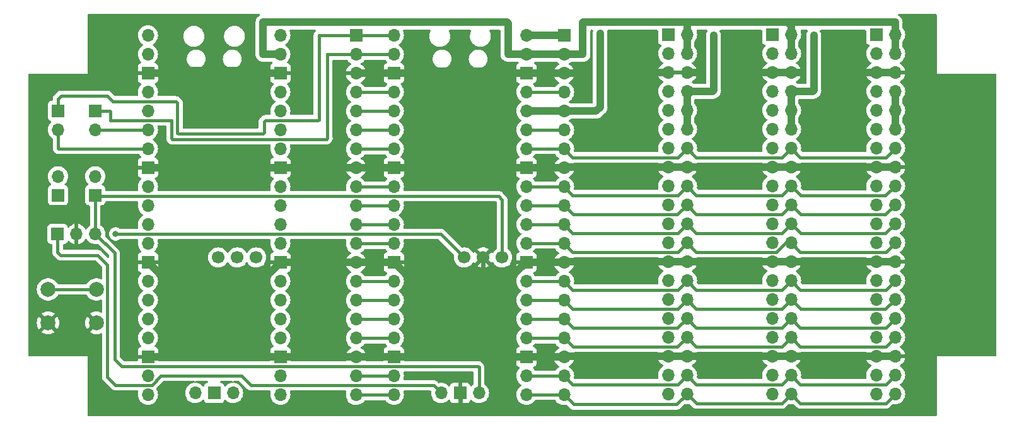
<source format=gbr>
%TF.GenerationSoftware,KiCad,Pcbnew,7.0.2*%
%TF.CreationDate,2023-05-26T12:13:05+09:00*%
%TF.ProjectId,KiCad,4b694361-642e-46b6-9963-61645f706362,rev?*%
%TF.SameCoordinates,PX41cdb40PY67f3540*%
%TF.FileFunction,Copper,L2,Bot*%
%TF.FilePolarity,Positive*%
%FSLAX46Y46*%
G04 Gerber Fmt 4.6, Leading zero omitted, Abs format (unit mm)*
G04 Created by KiCad (PCBNEW 7.0.2) date 2023-05-26 12:13:05*
%MOMM*%
%LPD*%
G01*
G04 APERTURE LIST*
%TA.AperFunction,ComponentPad*%
%ADD10O,1.700000X1.700000*%
%TD*%
%TA.AperFunction,ComponentPad*%
%ADD11R,1.700000X1.700000*%
%TD*%
%TA.AperFunction,ComponentPad*%
%ADD12C,1.700000*%
%TD*%
%TA.AperFunction,ComponentPad*%
%ADD13C,2.000000*%
%TD*%
%TA.AperFunction,ViaPad*%
%ADD14C,0.800000*%
%TD*%
%TA.AperFunction,Conductor*%
%ADD15C,1.000000*%
%TD*%
%TA.AperFunction,Conductor*%
%ADD16C,0.400000*%
%TD*%
%TA.AperFunction,Conductor*%
%ADD17C,0.600000*%
%TD*%
G04 APERTURE END LIST*
D10*
%TO.P,U1,1,GPIO0*%
%TO.N,/GP0*%
X49110000Y51130000D03*
%TO.P,U1,2,GPIO1*%
%TO.N,/GP1*%
X49110000Y48590000D03*
D11*
%TO.P,U1,3,GND*%
%TO.N,GND*%
X49110000Y46050000D03*
D10*
%TO.P,U1,4,GPIO2*%
%TO.N,/GP2*%
X49110000Y43510000D03*
%TO.P,U1,5,GPIO3*%
%TO.N,/GP3*%
X49110000Y40970000D03*
%TO.P,U1,6,GPIO4*%
%TO.N,/GP4*%
X49110000Y38430000D03*
%TO.P,U1,7,GPIO5*%
%TO.N,/GP5*%
X49110000Y35890000D03*
D11*
%TO.P,U1,8,GND*%
%TO.N,GND*%
X49110000Y33350000D03*
D10*
%TO.P,U1,9,GPIO6*%
%TO.N,/GP6*%
X49110000Y30810000D03*
%TO.P,U1,10,GPIO7*%
%TO.N,/GP7*%
X49110000Y28270000D03*
%TO.P,U1,11,GPIO8*%
%TO.N,/GP8*%
X49110000Y25730000D03*
%TO.P,U1,12,GPIO9*%
%TO.N,/GP9*%
X49110000Y23190000D03*
D11*
%TO.P,U1,13,GND*%
%TO.N,GND*%
X49110000Y20650000D03*
D10*
%TO.P,U1,14,GPIO10*%
%TO.N,/GP10*%
X49110000Y18110000D03*
%TO.P,U1,15,GPIO11*%
%TO.N,/GP11*%
X49110000Y15570000D03*
%TO.P,U1,16,GPIO12*%
%TO.N,/GP12*%
X49110000Y13030000D03*
%TO.P,U1,17,GPIO13*%
%TO.N,/GP13*%
X49110000Y10490000D03*
D11*
%TO.P,U1,18,GND*%
%TO.N,GND*%
X49110000Y7950000D03*
D10*
%TO.P,U1,19,GPIO14*%
%TO.N,/GP14*%
X49110000Y5410000D03*
%TO.P,U1,20,GPIO15*%
%TO.N,/GP15*%
X49110000Y2870000D03*
%TO.P,U1,21,GPIO16*%
%TO.N,/GP16*%
X66890000Y2870000D03*
%TO.P,U1,22,GPIO17*%
%TO.N,/GP17*%
X66890000Y5410000D03*
D11*
%TO.P,U1,23,GND*%
%TO.N,GND*%
X66890000Y7950000D03*
D10*
%TO.P,U1,24,GPIO18*%
%TO.N,/GP18*%
X66890000Y10490000D03*
%TO.P,U1,25,GPIO19*%
%TO.N,/GP19*%
X66890000Y13030000D03*
%TO.P,U1,26,GPIO20*%
%TO.N,/GP20*%
X66890000Y15570000D03*
%TO.P,U1,27,GPIO21*%
%TO.N,/GP21*%
X66890000Y18110000D03*
D11*
%TO.P,U1,28,GND*%
%TO.N,GND*%
X66890000Y20650000D03*
D10*
%TO.P,U1,29,GPIO22*%
%TO.N,/GP22*%
X66890000Y23190000D03*
%TO.P,U1,30,RUN*%
%TO.N,/RUN*%
X66890000Y25730000D03*
%TO.P,U1,31,GPIO26_ADC0*%
%TO.N,/GP26*%
X66890000Y28270000D03*
%TO.P,U1,32,GPIO27_ADC1*%
%TO.N,/GP27*%
X66890000Y30810000D03*
D11*
%TO.P,U1,33,AGND*%
%TO.N,GND*%
X66890000Y33350000D03*
D10*
%TO.P,U1,34,GPIO28_ADC2*%
%TO.N,/GP28*%
X66890000Y35890000D03*
%TO.P,U1,35,ADC_VREF*%
%TO.N,/ADC_VREF*%
X66890000Y38430000D03*
%TO.P,U1,36,3V3*%
%TO.N,/3V3*%
X66890000Y40970000D03*
%TO.P,U1,37,3V3_EN*%
%TO.N,/3V3_EN*%
X66890000Y43510000D03*
D11*
%TO.P,U1,38,GND*%
%TO.N,GND*%
X66890000Y46050000D03*
D10*
%TO.P,U1,39,VSYS*%
%TO.N,/VSYS*%
X66890000Y48590000D03*
%TO.P,U1,40,VBUS*%
%TO.N,/VBUS*%
X66890000Y51130000D03*
%TO.P,U1,41,SWCLK*%
%TO.N,Net-(J6-Pin_1)*%
X55460000Y3100000D03*
D12*
X58550000Y21300000D03*
D11*
%TO.P,U1,42,GND*%
%TO.N,GND*%
X58000000Y3100000D03*
D12*
X61100000Y21300000D03*
D10*
%TO.P,U1,43,SWDIO*%
%TO.N,Net-(J6-Pin_3)*%
X60540000Y3100000D03*
D12*
X63650000Y21300000D03*
%TD*%
D10*
%TO.P,U2,1,GPIO0*%
%TO.N,unconnected-(U2-GPIO0-Pad1)*%
X16090000Y51130000D03*
%TO.P,U2,2,GPIO1*%
%TO.N,unconnected-(U2-GPIO1-Pad2)*%
X16090000Y48590000D03*
D11*
%TO.P,U2,3,GND*%
%TO.N,GND*%
X16090000Y46050000D03*
D10*
%TO.P,U2,4,GPIO2*%
%TO.N,Net-(JP3-B)*%
X16090000Y43510000D03*
%TO.P,U2,5,GPIO3*%
%TO.N,Net-(JP4-B)*%
X16090000Y40970000D03*
%TO.P,U2,6,GPIO4*%
%TO.N,Net-(JP1-B)*%
X16090000Y38430000D03*
%TO.P,U2,7,GPIO5*%
%TO.N,Net-(JP2-B)*%
X16090000Y35890000D03*
D11*
%TO.P,U2,8,GND*%
%TO.N,GND*%
X16090000Y33350000D03*
D10*
%TO.P,U2,9,GPIO6*%
%TO.N,unconnected-(U2-GPIO6-Pad9)*%
X16090000Y30810000D03*
%TO.P,U2,10,GPIO7*%
%TO.N,unconnected-(U2-GPIO7-Pad10)*%
X16090000Y28270000D03*
%TO.P,U2,11,GPIO8*%
%TO.N,unconnected-(U2-GPIO8-Pad11)*%
X16090000Y25730000D03*
%TO.P,U2,12,GPIO9*%
%TO.N,unconnected-(U2-GPIO9-Pad12)*%
X16090000Y23190000D03*
D11*
%TO.P,U2,13,GND*%
%TO.N,GND*%
X16090000Y20650000D03*
D10*
%TO.P,U2,14,GPIO10*%
%TO.N,unconnected-(U2-GPIO10-Pad14)*%
X16090000Y18110000D03*
%TO.P,U2,15,GPIO11*%
%TO.N,unconnected-(U2-GPIO11-Pad15)*%
X16090000Y15570000D03*
%TO.P,U2,16,GPIO12*%
%TO.N,unconnected-(U2-GPIO12-Pad16)*%
X16090000Y13030000D03*
%TO.P,U2,17,GPIO13*%
%TO.N,unconnected-(U2-GPIO13-Pad17)*%
X16090000Y10490000D03*
D11*
%TO.P,U2,18,GND*%
%TO.N,GND*%
X16090000Y7950000D03*
D10*
%TO.P,U2,19,GPIO14*%
%TO.N,unconnected-(U2-GPIO14-Pad19)*%
X16090000Y5410000D03*
%TO.P,U2,20,GPIO15*%
%TO.N,unconnected-(U2-GPIO15-Pad20)*%
X16090000Y2870000D03*
%TO.P,U2,21,GPIO16*%
%TO.N,unconnected-(U2-GPIO16-Pad21)*%
X33870000Y2870000D03*
%TO.P,U2,22,GPIO17*%
%TO.N,unconnected-(U2-GPIO17-Pad22)*%
X33870000Y5410000D03*
D11*
%TO.P,U2,23,GND*%
%TO.N,GND*%
X33870000Y7950000D03*
D10*
%TO.P,U2,24,GPIO18*%
%TO.N,unconnected-(U2-GPIO18-Pad24)*%
X33870000Y10490000D03*
%TO.P,U2,25,GPIO19*%
%TO.N,unconnected-(U2-GPIO19-Pad25)*%
X33870000Y13030000D03*
%TO.P,U2,26,GPIO20*%
%TO.N,unconnected-(U2-GPIO20-Pad26)*%
X33870000Y15570000D03*
%TO.P,U2,27,GPIO21*%
%TO.N,unconnected-(U2-GPIO21-Pad27)*%
X33870000Y18110000D03*
D11*
%TO.P,U2,28,GND*%
%TO.N,GND*%
X33870000Y20650000D03*
D10*
%TO.P,U2,29,GPIO22*%
%TO.N,unconnected-(U2-GPIO22-Pad29)*%
X33870000Y23190000D03*
%TO.P,U2,30,RUN*%
%TO.N,unconnected-(U2-RUN-Pad30)*%
X33870000Y25730000D03*
%TO.P,U2,31,GPIO26_ADC0*%
%TO.N,unconnected-(U2-GPIO26_ADC0-Pad31)*%
X33870000Y28270000D03*
%TO.P,U2,32,GPIO27_ADC1*%
%TO.N,unconnected-(U2-GPIO27_ADC1-Pad32)*%
X33870000Y30810000D03*
D11*
%TO.P,U2,33,AGND*%
%TO.N,GND*%
X33870000Y33350000D03*
D10*
%TO.P,U2,34,GPIO28_ADC2*%
%TO.N,unconnected-(U2-GPIO28_ADC2-Pad34)*%
X33870000Y35890000D03*
%TO.P,U2,35,ADC_VREF*%
%TO.N,unconnected-(U2-ADC_VREF-Pad35)*%
X33870000Y38430000D03*
%TO.P,U2,36,3V3*%
%TO.N,unconnected-(U2-3V3-Pad36)*%
X33870000Y40970000D03*
%TO.P,U2,37,3V3_EN*%
%TO.N,unconnected-(U2-3V3_EN-Pad37)*%
X33870000Y43510000D03*
D11*
%TO.P,U2,38,GND*%
%TO.N,GND*%
X33870000Y46050000D03*
D10*
%TO.P,U2,39,VSYS*%
%TO.N,/VSYS*%
X33870000Y48590000D03*
%TO.P,U2,40,VBUS*%
%TO.N,unconnected-(U2-VBUS-Pad40)*%
X33870000Y51130000D03*
%TO.P,U2,41,SWCLK*%
%TO.N,unconnected-(U2-SWCLK-Pad41)*%
X22440000Y3100000D03*
D12*
X25530000Y21300000D03*
D11*
%TO.P,U2,42,GND*%
%TO.N,unconnected-(U2-GND-Pad42)*%
X24980000Y3100000D03*
D12*
X28080000Y21300000D03*
D10*
%TO.P,U2,43,SWDIO*%
%TO.N,unconnected-(U2-SWDIO-Pad43)*%
X27520000Y3100000D03*
D12*
X30630000Y21300000D03*
%TD*%
D11*
%TO.P,J3,1,Pin_1*%
%TO.N,/GP0*%
X85935000Y51215000D03*
D10*
%TO.P,J3,2,Pin_2*%
%TO.N,/GP1*%
X85935000Y48675000D03*
%TO.P,J3,3,Pin_3*%
%TO.N,GND*%
X85935000Y46135000D03*
%TO.P,J3,4,Pin_4*%
%TO.N,/GP2*%
X85935000Y43595000D03*
%TO.P,J3,5,Pin_5*%
%TO.N,/GP3*%
X85935000Y41055000D03*
%TO.P,J3,6,Pin_6*%
%TO.N,/GP4*%
X85935000Y38515000D03*
%TO.P,J3,7,Pin_7*%
%TO.N,/GP5*%
X85935000Y35975000D03*
%TO.P,J3,8,Pin_8*%
%TO.N,GND*%
X85935000Y33435000D03*
%TO.P,J3,9,Pin_9*%
%TO.N,/GP6*%
X85935000Y30895000D03*
%TO.P,J3,10,Pin_10*%
%TO.N,/GP7*%
X85935000Y28355000D03*
%TO.P,J3,11,Pin_11*%
%TO.N,/GP8*%
X85935000Y25815000D03*
%TO.P,J3,12,Pin_12*%
%TO.N,/GP9*%
X85935000Y23275000D03*
%TO.P,J3,13,Pin_13*%
%TO.N,GND*%
X85935000Y20735000D03*
%TO.P,J3,14,Pin_14*%
%TO.N,/GP10*%
X85935000Y18195000D03*
%TO.P,J3,15,Pin_15*%
%TO.N,/GP11*%
X85935000Y15655000D03*
%TO.P,J3,16,Pin_16*%
%TO.N,/GP12*%
X85935000Y13115000D03*
%TO.P,J3,17,Pin_17*%
%TO.N,/GP13*%
X85935000Y10575000D03*
%TO.P,J3,18,Pin_18*%
%TO.N,GND*%
X85935000Y8035000D03*
%TO.P,J3,19,Pin_19*%
%TO.N,/GP14*%
X85935000Y5495000D03*
%TO.P,J3,20,Pin_20*%
%TO.N,/GP15*%
X85935000Y2955000D03*
%TO.P,J3,21,Pin_21*%
%TO.N,/GP16*%
X88475000Y2955000D03*
%TO.P,J3,22,Pin_22*%
%TO.N,/GP17*%
X88475000Y5495000D03*
%TO.P,J3,23,Pin_23*%
%TO.N,GND*%
X88475000Y8035000D03*
%TO.P,J3,24,Pin_24*%
%TO.N,/GP18*%
X88475000Y10575000D03*
%TO.P,J3,25,Pin_25*%
%TO.N,/GP19*%
X88475000Y13115000D03*
%TO.P,J3,26,Pin_26*%
%TO.N,/GP20*%
X88475000Y15655000D03*
%TO.P,J3,27,Pin_27*%
%TO.N,/GP21*%
X88475000Y18195000D03*
%TO.P,J3,28,Pin_28*%
%TO.N,GND*%
X88475000Y20735000D03*
%TO.P,J3,29,Pin_29*%
%TO.N,/GP22*%
X88475000Y23275000D03*
%TO.P,J3,30,Pin_30*%
%TO.N,/RUN*%
X88475000Y25815000D03*
%TO.P,J3,31,Pin_31*%
%TO.N,/GP26*%
X88475000Y28355000D03*
%TO.P,J3,32,Pin_32*%
%TO.N,/GP27*%
X88475000Y30895000D03*
%TO.P,J3,33,Pin_33*%
%TO.N,GND*%
X88475000Y33435000D03*
%TO.P,J3,34,Pin_34*%
%TO.N,/GP28*%
X88475000Y35975000D03*
%TO.P,J3,35,Pin_35*%
%TO.N,/3V3*%
X88475000Y38515000D03*
%TO.P,J3,36,Pin_36*%
X88475000Y41055000D03*
%TO.P,J3,37,Pin_37*%
X88475000Y43595000D03*
%TO.P,J3,38,Pin_38*%
%TO.N,GND*%
X88475000Y46135000D03*
%TO.P,J3,39,Pin_39*%
%TO.N,/VSYS*%
X88475000Y48675000D03*
%TO.P,J3,40,Pin_40*%
X88475000Y51215000D03*
%TD*%
D11*
%TO.P,J1,1,Pin_1*%
%TO.N,/GP0*%
X113875000Y51215000D03*
D10*
%TO.P,J1,2,Pin_2*%
%TO.N,/GP1*%
X113875000Y48675000D03*
%TO.P,J1,3,Pin_3*%
%TO.N,GND*%
X113875000Y46135000D03*
%TO.P,J1,4,Pin_4*%
%TO.N,/GP2*%
X113875000Y43595000D03*
%TO.P,J1,5,Pin_5*%
%TO.N,/GP3*%
X113875000Y41055000D03*
%TO.P,J1,6,Pin_6*%
%TO.N,/GP4*%
X113875000Y38515000D03*
%TO.P,J1,7,Pin_7*%
%TO.N,/GP5*%
X113875000Y35975000D03*
%TO.P,J1,8,Pin_8*%
%TO.N,GND*%
X113875000Y33435000D03*
%TO.P,J1,9,Pin_9*%
%TO.N,/GP6*%
X113875000Y30895000D03*
%TO.P,J1,10,Pin_10*%
%TO.N,/GP7*%
X113875000Y28355000D03*
%TO.P,J1,11,Pin_11*%
%TO.N,/GP8*%
X113875000Y25815000D03*
%TO.P,J1,12,Pin_12*%
%TO.N,/GP9*%
X113875000Y23275000D03*
%TO.P,J1,13,Pin_13*%
%TO.N,GND*%
X113875000Y20735000D03*
%TO.P,J1,14,Pin_14*%
%TO.N,/GP10*%
X113875000Y18195000D03*
%TO.P,J1,15,Pin_15*%
%TO.N,/GP11*%
X113875000Y15655000D03*
%TO.P,J1,16,Pin_16*%
%TO.N,/GP12*%
X113875000Y13115000D03*
%TO.P,J1,17,Pin_17*%
%TO.N,/GP13*%
X113875000Y10575000D03*
%TO.P,J1,18,Pin_18*%
%TO.N,GND*%
X113875000Y8035000D03*
%TO.P,J1,19,Pin_19*%
%TO.N,/GP14*%
X113875000Y5495000D03*
%TO.P,J1,20,Pin_20*%
%TO.N,/GP15*%
X113875000Y2955000D03*
%TO.P,J1,21,Pin_21*%
%TO.N,/GP16*%
X116415000Y2955000D03*
%TO.P,J1,22,Pin_22*%
%TO.N,/GP17*%
X116415000Y5495000D03*
%TO.P,J1,23,Pin_23*%
%TO.N,GND*%
X116415000Y8035000D03*
%TO.P,J1,24,Pin_24*%
%TO.N,/GP18*%
X116415000Y10575000D03*
%TO.P,J1,25,Pin_25*%
%TO.N,/GP19*%
X116415000Y13115000D03*
%TO.P,J1,26,Pin_26*%
%TO.N,/GP20*%
X116415000Y15655000D03*
%TO.P,J1,27,Pin_27*%
%TO.N,/GP21*%
X116415000Y18195000D03*
%TO.P,J1,28,Pin_28*%
%TO.N,GND*%
X116415000Y20735000D03*
%TO.P,J1,29,Pin_29*%
%TO.N,/GP22*%
X116415000Y23275000D03*
%TO.P,J1,30,Pin_30*%
%TO.N,/RUN*%
X116415000Y25815000D03*
%TO.P,J1,31,Pin_31*%
%TO.N,/GP26*%
X116415000Y28355000D03*
%TO.P,J1,32,Pin_32*%
%TO.N,/GP27*%
X116415000Y30895000D03*
%TO.P,J1,33,Pin_33*%
%TO.N,GND*%
X116415000Y33435000D03*
%TO.P,J1,34,Pin_34*%
%TO.N,/GP28*%
X116415000Y35975000D03*
%TO.P,J1,35,Pin_35*%
%TO.N,/3V3*%
X116415000Y38515000D03*
%TO.P,J1,36,Pin_36*%
X116415000Y41055000D03*
%TO.P,J1,37,Pin_37*%
X116415000Y43595000D03*
%TO.P,J1,38,Pin_38*%
%TO.N,GND*%
X116415000Y46135000D03*
%TO.P,J1,39,Pin_39*%
%TO.N,/VSYS*%
X116415000Y48675000D03*
%TO.P,J1,40,Pin_40*%
X116415000Y51215000D03*
%TD*%
D11*
%TO.P,J2,1,Pin_1*%
%TO.N,/GP0*%
X99910000Y51215000D03*
D10*
%TO.P,J2,2,Pin_2*%
%TO.N,/GP1*%
X99910000Y48675000D03*
%TO.P,J2,3,Pin_3*%
%TO.N,GND*%
X99910000Y46135000D03*
%TO.P,J2,4,Pin_4*%
%TO.N,/GP2*%
X99910000Y43595000D03*
%TO.P,J2,5,Pin_5*%
%TO.N,/GP3*%
X99910000Y41055000D03*
%TO.P,J2,6,Pin_6*%
%TO.N,/GP4*%
X99910000Y38515000D03*
%TO.P,J2,7,Pin_7*%
%TO.N,/GP5*%
X99910000Y35975000D03*
%TO.P,J2,8,Pin_8*%
%TO.N,GND*%
X99910000Y33435000D03*
%TO.P,J2,9,Pin_9*%
%TO.N,/GP6*%
X99910000Y30895000D03*
%TO.P,J2,10,Pin_10*%
%TO.N,/GP7*%
X99910000Y28355000D03*
%TO.P,J2,11,Pin_11*%
%TO.N,/GP8*%
X99910000Y25815000D03*
%TO.P,J2,12,Pin_12*%
%TO.N,/GP9*%
X99910000Y23275000D03*
%TO.P,J2,13,Pin_13*%
%TO.N,GND*%
X99910000Y20735000D03*
%TO.P,J2,14,Pin_14*%
%TO.N,/GP10*%
X99910000Y18195000D03*
%TO.P,J2,15,Pin_15*%
%TO.N,/GP11*%
X99910000Y15655000D03*
%TO.P,J2,16,Pin_16*%
%TO.N,/GP12*%
X99910000Y13115000D03*
%TO.P,J2,17,Pin_17*%
%TO.N,/GP13*%
X99910000Y10575000D03*
%TO.P,J2,18,Pin_18*%
%TO.N,GND*%
X99910000Y8035000D03*
%TO.P,J2,19,Pin_19*%
%TO.N,/GP14*%
X99910000Y5495000D03*
%TO.P,J2,20,Pin_20*%
%TO.N,/GP15*%
X99910000Y2955000D03*
%TO.P,J2,21,Pin_21*%
%TO.N,/GP16*%
X102450000Y2955000D03*
%TO.P,J2,22,Pin_22*%
%TO.N,/GP17*%
X102450000Y5495000D03*
%TO.P,J2,23,Pin_23*%
%TO.N,GND*%
X102450000Y8035000D03*
%TO.P,J2,24,Pin_24*%
%TO.N,/GP18*%
X102450000Y10575000D03*
%TO.P,J2,25,Pin_25*%
%TO.N,/GP19*%
X102450000Y13115000D03*
%TO.P,J2,26,Pin_26*%
%TO.N,/GP20*%
X102450000Y15655000D03*
%TO.P,J2,27,Pin_27*%
%TO.N,/GP21*%
X102450000Y18195000D03*
%TO.P,J2,28,Pin_28*%
%TO.N,GND*%
X102450000Y20735000D03*
%TO.P,J2,29,Pin_29*%
%TO.N,/GP22*%
X102450000Y23275000D03*
%TO.P,J2,30,Pin_30*%
%TO.N,/RUN*%
X102450000Y25815000D03*
%TO.P,J2,31,Pin_31*%
%TO.N,/GP26*%
X102450000Y28355000D03*
%TO.P,J2,32,Pin_32*%
%TO.N,/GP27*%
X102450000Y30895000D03*
%TO.P,J2,33,Pin_33*%
%TO.N,GND*%
X102450000Y33435000D03*
%TO.P,J2,34,Pin_34*%
%TO.N,/GP28*%
X102450000Y35975000D03*
%TO.P,J2,35,Pin_35*%
%TO.N,/3V3*%
X102450000Y38515000D03*
%TO.P,J2,36,Pin_36*%
X102450000Y41055000D03*
%TO.P,J2,37,Pin_37*%
X102450000Y43595000D03*
%TO.P,J2,38,Pin_38*%
%TO.N,GND*%
X102450000Y46135000D03*
%TO.P,J2,39,Pin_39*%
%TO.N,/VSYS*%
X102450000Y48675000D03*
%TO.P,J2,40,Pin_40*%
X102450000Y51215000D03*
%TD*%
D11*
%TO.P,J6,1,Pin_1*%
%TO.N,Net-(J6-Pin_1)*%
X3960000Y24450000D03*
D10*
%TO.P,J6,2,Pin_2*%
%TO.N,GND*%
X6500000Y24450000D03*
%TO.P,J6,3,Pin_3*%
%TO.N,Net-(J6-Pin_3)*%
X9040000Y24450000D03*
%TD*%
D11*
%TO.P,JP3,1,A*%
%TO.N,Net-(J6-Pin_1)*%
X4000000Y29660000D03*
D10*
%TO.P,JP3,2,B*%
%TO.N,Net-(JP3-B)*%
X4000000Y32200000D03*
%TD*%
D11*
%TO.P,J4,1,Pin_1*%
%TO.N,/GP0*%
X44030000Y51100000D03*
D10*
%TO.P,J4,2,Pin_2*%
%TO.N,/GP1*%
X44030000Y48560000D03*
%TO.P,J4,3,Pin_3*%
%TO.N,GND*%
X44030000Y46020000D03*
%TO.P,J4,4,Pin_4*%
%TO.N,/GP2*%
X44030000Y43480000D03*
%TO.P,J4,5,Pin_5*%
%TO.N,/GP3*%
X44030000Y40940000D03*
%TO.P,J4,6,Pin_6*%
%TO.N,/GP4*%
X44030000Y38400000D03*
%TO.P,J4,7,Pin_7*%
%TO.N,/GP5*%
X44030000Y35860000D03*
%TO.P,J4,8,Pin_8*%
%TO.N,GND*%
X44030000Y33320000D03*
%TO.P,J4,9,Pin_9*%
%TO.N,/GP6*%
X44030000Y30780000D03*
%TO.P,J4,10,Pin_10*%
%TO.N,/GP7*%
X44030000Y28240000D03*
%TO.P,J4,11,Pin_11*%
%TO.N,/GP8*%
X44030000Y25700000D03*
%TO.P,J4,12,Pin_12*%
%TO.N,/GP9*%
X44030000Y23160000D03*
%TO.P,J4,13,Pin_13*%
%TO.N,GND*%
X44030000Y20620000D03*
%TO.P,J4,14,Pin_14*%
%TO.N,/GP10*%
X44030000Y18080000D03*
%TO.P,J4,15,Pin_15*%
%TO.N,/GP11*%
X44030000Y15540000D03*
%TO.P,J4,16,Pin_16*%
%TO.N,/GP12*%
X44030000Y13000000D03*
%TO.P,J4,17,Pin_17*%
%TO.N,/GP13*%
X44030000Y10460000D03*
%TO.P,J4,18,Pin_18*%
%TO.N,GND*%
X44030000Y7920000D03*
%TO.P,J4,19,Pin_19*%
%TO.N,/GP14*%
X44030000Y5380000D03*
%TO.P,J4,20,Pin_20*%
%TO.N,/GP15*%
X44030000Y2840000D03*
%TD*%
D11*
%TO.P,JP1,1,A*%
%TO.N,/GP1*%
X9000000Y41000000D03*
D10*
%TO.P,JP1,2,B*%
%TO.N,Net-(JP1-B)*%
X9000000Y38460000D03*
%TD*%
D11*
%TO.P,JP4,1,A*%
%TO.N,Net-(J6-Pin_3)*%
X9000000Y29660000D03*
D10*
%TO.P,JP4,2,B*%
%TO.N,Net-(JP4-B)*%
X9000000Y32200000D03*
%TD*%
D13*
%TO.P,SW1,1,1*%
%TO.N,/RUN*%
X2680000Y17016000D03*
X9180000Y17016000D03*
%TO.P,SW1,2,2*%
%TO.N,GND*%
X2680000Y12516000D03*
X9180000Y12516000D03*
%TD*%
D11*
%TO.P,JP2,1,A*%
%TO.N,/GP0*%
X4000000Y41000000D03*
D10*
%TO.P,JP2,2,B*%
%TO.N,Net-(JP2-B)*%
X4000000Y38460000D03*
%TD*%
D11*
%TO.P,J5,1,Pin_1*%
%TO.N,/VBUS*%
X71970000Y51100000D03*
D10*
%TO.P,J5,2,Pin_2*%
%TO.N,/VSYS*%
X71970000Y48560000D03*
%TO.P,J5,3,Pin_3*%
%TO.N,GND*%
X71970000Y46020000D03*
%TO.P,J5,4,Pin_4*%
%TO.N,/3V3_EN*%
X71970000Y43480000D03*
%TO.P,J5,5,Pin_5*%
%TO.N,/3V3*%
X71970000Y40940000D03*
%TO.P,J5,6,Pin_6*%
%TO.N,/ADC_VREF*%
X71970000Y38400000D03*
%TO.P,J5,7,Pin_7*%
%TO.N,/GP28*%
X71970000Y35860000D03*
%TO.P,J5,8,Pin_8*%
%TO.N,GND*%
X71970000Y33320000D03*
%TO.P,J5,9,Pin_9*%
%TO.N,/GP27*%
X71970000Y30780000D03*
%TO.P,J5,10,Pin_10*%
%TO.N,/GP26*%
X71970000Y28240000D03*
%TO.P,J5,11,Pin_11*%
%TO.N,/RUN*%
X71970000Y25700000D03*
%TO.P,J5,12,Pin_12*%
%TO.N,/GP22*%
X71970000Y23160000D03*
%TO.P,J5,13,Pin_13*%
%TO.N,GND*%
X71970000Y20620000D03*
%TO.P,J5,14,Pin_14*%
%TO.N,/GP21*%
X71970000Y18080000D03*
%TO.P,J5,15,Pin_15*%
%TO.N,/GP20*%
X71970000Y15540000D03*
%TO.P,J5,16,Pin_16*%
%TO.N,/GP19*%
X71970000Y13000000D03*
%TO.P,J5,17,Pin_17*%
%TO.N,/GP18*%
X71970000Y10460000D03*
%TO.P,J5,18,Pin_18*%
%TO.N,GND*%
X71970000Y7920000D03*
%TO.P,J5,19,Pin_19*%
%TO.N,/GP17*%
X71970000Y5380000D03*
%TO.P,J5,20,Pin_20*%
%TO.N,/GP16*%
X71970000Y2840000D03*
%TD*%
D14*
%TO.N,Net-(J6-Pin_1)*%
X11750000Y24450000D03*
%TO.N,/3V3*%
X105498000Y51088000D03*
X76796000Y51342000D03*
X92036000Y51088000D03*
%TD*%
D15*
%TO.N,GND*%
X74130000Y46020000D02*
X74150000Y46000000D01*
X71970000Y46020000D02*
X74130000Y46020000D01*
X83965000Y46135000D02*
X83950000Y46150000D01*
X85935000Y46135000D02*
X83965000Y46135000D01*
X90035000Y46135000D02*
X90050000Y46150000D01*
X88475000Y46135000D02*
X90035000Y46135000D01*
X98165000Y46135000D02*
X98150000Y46150000D01*
X99910000Y46135000D02*
X98165000Y46135000D01*
X103885000Y46135000D02*
X103900000Y46150000D01*
X102450000Y46135000D02*
X103885000Y46135000D01*
X111265000Y46135000D02*
X111250000Y46150000D01*
X113875000Y46135000D02*
X111265000Y46135000D01*
D16*
%TO.N,/RUN*%
X9180000Y17016000D02*
X2680000Y17016000D01*
D15*
%TO.N,GND*%
X66920000Y46020000D02*
X66890000Y46050000D01*
X71970000Y46020000D02*
X66920000Y46020000D01*
D16*
%TO.N,Net-(J6-Pin_1)*%
X55400000Y24450000D02*
X11750000Y24450000D01*
X58550000Y21300000D02*
X55400000Y24450000D01*
D17*
%TO.N,GND*%
X61100000Y21300000D02*
X61100000Y19350000D01*
D15*
X61100000Y19350000D02*
X50410000Y19350000D01*
X65590000Y19350000D02*
X61100000Y19350000D01*
X63000000Y7950000D02*
X66890000Y7950000D01*
D17*
X63000000Y1150000D02*
X63000000Y7950000D01*
X58050000Y1150000D02*
X63000000Y1150000D01*
D15*
X49110000Y7950000D02*
X63000000Y7950000D01*
D17*
X58000000Y1200000D02*
X58050000Y1150000D01*
X58000000Y3100000D02*
X58000000Y1200000D01*
D16*
%TO.N,Net-(J6-Pin_1)*%
X3960000Y22010000D02*
X3960000Y24450000D01*
X3950000Y22000000D02*
X3960000Y22010000D01*
X4350000Y21600000D02*
X3950000Y22000000D01*
X9350000Y21600000D02*
X4350000Y21600000D01*
X10650000Y20300000D02*
X9350000Y21600000D01*
X10650000Y5200000D02*
X10650000Y20300000D01*
X29930000Y4120000D02*
X28650000Y5400000D01*
X17850000Y5400000D02*
X16600000Y4150000D01*
X54440000Y4120000D02*
X29930000Y4120000D01*
X16600000Y4150000D02*
X11700000Y4150000D01*
X11700000Y4150000D02*
X10650000Y5200000D01*
X55460000Y3100000D02*
X54440000Y4120000D01*
X28650000Y5400000D02*
X17850000Y5400000D01*
%TO.N,Net-(J6-Pin_3)*%
X60540000Y6560000D02*
X60540000Y3100000D01*
X60430000Y6670000D02*
X60540000Y6560000D01*
X12530000Y6670000D02*
X60430000Y6670000D01*
X11600000Y7600000D02*
X12530000Y6670000D01*
X11600000Y21890000D02*
X11600000Y7600000D01*
X9040000Y24450000D02*
X11600000Y21890000D01*
X9140000Y29520000D02*
X9000000Y29660000D01*
X63180000Y29520000D02*
X9140000Y29520000D01*
X63650000Y29050000D02*
X63180000Y29520000D01*
X63640000Y29040000D02*
X63650000Y29050000D01*
X63640000Y21300000D02*
X63640000Y29040000D01*
X9000000Y24490000D02*
X9040000Y24450000D01*
X9000000Y29660000D02*
X9000000Y24490000D01*
D15*
%TO.N,GND*%
X17440000Y19300000D02*
X16090000Y20650000D01*
X32520000Y19300000D02*
X17440000Y19300000D01*
X33870000Y20650000D02*
X32520000Y19300000D01*
X50410000Y19350000D02*
X49110000Y20650000D01*
X66890000Y20650000D02*
X65590000Y19350000D01*
D16*
%TO.N,/GP0*%
X31533200Y37930800D02*
X20154000Y37930800D01*
X39063600Y51100000D02*
X39026200Y51062600D01*
X44030000Y51100000D02*
X49080000Y51100000D01*
X39026200Y39810400D02*
X38935800Y39720000D01*
X44030000Y51100000D02*
X39063600Y51100000D01*
X31660200Y39531000D02*
X31660200Y38057800D01*
X4456800Y43010800D02*
X4000000Y42554000D01*
X20052400Y38032400D02*
X20052400Y42045600D01*
X31849200Y39720000D02*
X31660200Y39531000D01*
X20052400Y42045600D02*
X19838000Y42260000D01*
X19838000Y42260000D02*
X11405200Y42260000D01*
X10654400Y43010800D02*
X4456800Y43010800D01*
X20154000Y37930800D02*
X20052400Y38032400D01*
X38935800Y39720000D02*
X31849200Y39720000D01*
X4000000Y42554000D02*
X4000000Y41000000D01*
X39026200Y51062600D02*
X39026200Y39810400D01*
X31660200Y38057800D02*
X31533200Y37930800D01*
X11405200Y42260000D02*
X10654400Y43010800D01*
X49080000Y51100000D02*
X49110000Y51130000D01*
%TO.N,/GP1*%
X49080000Y48560000D02*
X49110000Y48590000D01*
X10963400Y41000000D02*
X9000000Y41000000D01*
X44030000Y48560000D02*
X40182600Y48560000D01*
X19239600Y39658000D02*
X19177600Y39720000D01*
X19177600Y39720000D02*
X11021200Y39720000D01*
X11060800Y40902600D02*
X10963400Y41000000D01*
X19239600Y37295800D02*
X19239600Y39658000D01*
X40053400Y37180000D02*
X19355400Y37180000D01*
X40169200Y48573400D02*
X40169200Y37346600D01*
X11010000Y40851800D02*
X11060800Y40902600D01*
X40182600Y48560000D02*
X40169200Y48573400D01*
X40194600Y37321200D02*
X40053400Y37180000D01*
X11010000Y39708800D02*
X11010000Y40851800D01*
X40169200Y37346600D02*
X40194600Y37321200D01*
X44030000Y48560000D02*
X49080000Y48560000D01*
X19355400Y37180000D02*
X19239600Y37295800D01*
X11021200Y39720000D02*
X11010000Y39708800D01*
D15*
%TO.N,GND*%
X116415000Y20735000D02*
X113875000Y20735000D01*
X99910000Y33435000D02*
X88475000Y33435000D01*
X33870000Y33350000D02*
X16090000Y33350000D01*
X53758200Y46338200D02*
X64121400Y46338200D01*
X113875000Y8035000D02*
X102450000Y8035000D01*
X44030000Y7920000D02*
X49080000Y7920000D01*
X116415000Y46135000D02*
X113875000Y46135000D01*
X85935000Y8035000D02*
X72085000Y8035000D01*
X44030000Y7920000D02*
X33900000Y7920000D01*
X66890000Y33350000D02*
X49110000Y33350000D01*
X113875000Y20735000D02*
X102450000Y20735000D01*
X33870000Y7950000D02*
X16090000Y7950000D01*
X88475000Y8035000D02*
X85935000Y8035000D01*
X44060000Y33350000D02*
X44030000Y33320000D01*
X44060000Y20650000D02*
X44030000Y20620000D01*
X44030000Y33320000D02*
X33900000Y33320000D01*
X85935000Y33435000D02*
X72085000Y33435000D01*
X18909400Y46389000D02*
X18570400Y46050000D01*
X33870000Y46050000D02*
X28570200Y46050000D01*
X33900000Y7920000D02*
X33870000Y7950000D01*
X64409600Y46050000D02*
X66890000Y46050000D01*
X49080000Y46020000D02*
X49110000Y46050000D01*
X102450000Y8035000D02*
X99910000Y8035000D01*
X28570200Y46050000D02*
X28231200Y46389000D01*
X18570400Y46050000D02*
X16090000Y46050000D01*
X113875000Y33435000D02*
X102450000Y33435000D01*
X66920000Y7920000D02*
X66890000Y7950000D01*
X33900000Y33320000D02*
X33870000Y33350000D01*
X33900000Y20620000D02*
X33870000Y20650000D01*
X49110000Y20650000D02*
X44060000Y20650000D01*
X28231200Y46389000D02*
X18909400Y46389000D01*
X71970000Y20620000D02*
X66920000Y20620000D01*
X116415000Y33435000D02*
X113875000Y33435000D01*
X44030000Y20620000D02*
X33900000Y20620000D01*
X71970000Y33320000D02*
X66920000Y33320000D01*
X99910000Y8035000D02*
X88475000Y8035000D01*
X88475000Y33435000D02*
X85935000Y33435000D01*
X85935000Y20735000D02*
X72085000Y20735000D01*
X72085000Y20735000D02*
X71970000Y20620000D01*
X116415000Y8035000D02*
X113875000Y8035000D01*
X49080000Y7920000D02*
X49110000Y7950000D01*
X49110000Y33350000D02*
X44060000Y33350000D01*
X53470000Y46050000D02*
X53758200Y46338200D01*
X44030000Y46020000D02*
X49080000Y46020000D01*
X102450000Y46135000D02*
X99910000Y46135000D01*
X64121400Y46338200D02*
X64409600Y46050000D01*
X71970000Y7920000D02*
X66920000Y7920000D01*
X88475000Y20735000D02*
X85935000Y20735000D01*
X66920000Y20620000D02*
X66890000Y20650000D01*
X66920000Y33320000D02*
X66890000Y33350000D01*
X72085000Y8035000D02*
X71970000Y7920000D01*
X49110000Y46050000D02*
X53470000Y46050000D01*
X102450000Y33435000D02*
X99910000Y33435000D01*
X102450000Y20735000D02*
X99910000Y20735000D01*
X99910000Y20735000D02*
X88475000Y20735000D01*
D16*
%TO.N,/GP2*%
X44030000Y43480000D02*
X49080000Y43480000D01*
X49080000Y43480000D02*
X49110000Y43510000D01*
%TO.N,/GP3*%
X44030000Y40940000D02*
X49080000Y40940000D01*
X49080000Y40940000D02*
X49110000Y40970000D01*
%TO.N,/GP4*%
X44030000Y38400000D02*
X49080000Y38400000D01*
X49080000Y38400000D02*
X49110000Y38430000D01*
%TO.N,/GP5*%
X49080000Y35860000D02*
X49110000Y35890000D01*
X44030000Y35860000D02*
X49080000Y35860000D01*
%TO.N,/GP6*%
X44030000Y30780000D02*
X49080000Y30780000D01*
X49080000Y30780000D02*
X49110000Y30810000D01*
%TO.N,/GP7*%
X44030000Y28240000D02*
X49080000Y28240000D01*
X49080000Y28240000D02*
X49110000Y28270000D01*
%TO.N,/GP8*%
X49080000Y25700000D02*
X49110000Y25730000D01*
X44030000Y25700000D02*
X49080000Y25700000D01*
%TO.N,/GP9*%
X49080000Y23160000D02*
X49110000Y23190000D01*
X44030000Y23160000D02*
X49080000Y23160000D01*
%TO.N,/GP10*%
X44030000Y18080000D02*
X49080000Y18080000D01*
X49080000Y18080000D02*
X49110000Y18110000D01*
%TO.N,/GP11*%
X49080000Y15540000D02*
X49110000Y15570000D01*
X44030000Y15540000D02*
X49080000Y15540000D01*
%TO.N,/GP12*%
X49080000Y13000000D02*
X49110000Y13030000D01*
X44030000Y13000000D02*
X49080000Y13000000D01*
%TO.N,/GP13*%
X49080000Y10460000D02*
X49110000Y10490000D01*
X44030000Y10460000D02*
X49080000Y10460000D01*
%TO.N,/GP14*%
X44030000Y5380000D02*
X49080000Y5380000D01*
X49080000Y5380000D02*
X49110000Y5410000D01*
%TO.N,/GP15*%
X49080000Y2840000D02*
X49110000Y2870000D01*
X44030000Y2840000D02*
X49080000Y2840000D01*
%TO.N,/GP16*%
X101180000Y1685000D02*
X102450000Y2955000D01*
X103700000Y1705000D02*
X115165000Y1705000D01*
X66890000Y2870000D02*
X71940000Y2870000D01*
X88475000Y2955000D02*
X87078000Y1558000D01*
X102450000Y2955000D02*
X103700000Y1705000D01*
X73252000Y1558000D02*
X71970000Y2840000D01*
X89745000Y1685000D02*
X101180000Y1685000D01*
X71940000Y2870000D02*
X71970000Y2840000D01*
X87078000Y1558000D02*
X73252000Y1558000D01*
X88475000Y2955000D02*
X89745000Y1685000D01*
X115165000Y1705000D02*
X116415000Y2955000D01*
%TO.N,/GP17*%
X101200000Y4245000D02*
X102450000Y5495000D01*
X66920000Y5380000D02*
X71970000Y5380000D01*
X115165000Y4245000D02*
X116415000Y5495000D01*
X89725000Y4245000D02*
X101200000Y4245000D01*
X102450000Y5495000D02*
X103700000Y4245000D01*
X88475000Y5495000D02*
X87225000Y4245000D01*
X66890000Y5410000D02*
X66920000Y5380000D01*
X87225000Y4245000D02*
X73105000Y4245000D01*
X73105000Y4245000D02*
X71970000Y5380000D01*
X88475000Y5495000D02*
X89725000Y4245000D01*
X103700000Y4245000D02*
X115165000Y4245000D01*
%TO.N,/GP18*%
X115165000Y9325000D02*
X116415000Y10575000D01*
X87185000Y9285000D02*
X73145000Y9285000D01*
X103700000Y9325000D02*
X115165000Y9325000D01*
X102450000Y10575000D02*
X103700000Y9325000D01*
X88475000Y10575000D02*
X89725000Y9325000D01*
X89725000Y9325000D02*
X101200000Y9325000D01*
X101200000Y9325000D02*
X102450000Y10575000D01*
X66890000Y10490000D02*
X66920000Y10460000D01*
X88475000Y10575000D02*
X87185000Y9285000D01*
X66920000Y10460000D02*
X71970000Y10460000D01*
X73145000Y9285000D02*
X71970000Y10460000D01*
%TO.N,/GP19*%
X103700000Y11865000D02*
X115165000Y11865000D01*
X88475000Y13115000D02*
X89725000Y11865000D01*
X73145000Y11825000D02*
X71970000Y13000000D01*
X87185000Y11825000D02*
X73145000Y11825000D01*
X102450000Y13115000D02*
X103700000Y11865000D01*
X89725000Y11865000D02*
X101200000Y11865000D01*
X66920000Y13000000D02*
X71970000Y13000000D01*
X88475000Y13115000D02*
X87185000Y11825000D01*
X66890000Y13030000D02*
X66920000Y13000000D01*
X115165000Y11865000D02*
X116415000Y13115000D01*
X101200000Y11865000D02*
X102450000Y13115000D01*
%TO.N,/GP20*%
X87225000Y14405000D02*
X73105000Y14405000D01*
X102450000Y15655000D02*
X103740000Y14365000D01*
X88475000Y15655000D02*
X89725000Y14405000D01*
X66890000Y15570000D02*
X71940000Y15570000D01*
X73105000Y14405000D02*
X71970000Y15540000D01*
X71940000Y15570000D02*
X71970000Y15540000D01*
X88475000Y15655000D02*
X87225000Y14405000D01*
X103740000Y14365000D02*
X115125000Y14365000D01*
X89725000Y14405000D02*
X101200000Y14405000D01*
X101200000Y14405000D02*
X102450000Y15655000D01*
X115125000Y14365000D02*
X116415000Y15655000D01*
%TO.N,/GP21*%
X115165000Y16945000D02*
X103700000Y16945000D01*
X89725000Y16945000D02*
X101200000Y16945000D01*
X103700000Y16945000D02*
X102450000Y18195000D01*
X73105000Y16945000D02*
X71970000Y18080000D01*
X66890000Y18110000D02*
X71940000Y18110000D01*
X88475000Y18195000D02*
X89725000Y16945000D01*
X116415000Y18195000D02*
X115165000Y16945000D01*
X87225000Y16945000D02*
X73105000Y16945000D01*
X71940000Y18110000D02*
X71970000Y18080000D01*
X101200000Y16945000D02*
X102450000Y18195000D01*
X88475000Y18195000D02*
X87225000Y16945000D01*
%TO.N,/GP22*%
X102450000Y23275000D02*
X101677767Y23275000D01*
X101677767Y23275000D02*
X100427767Y22025000D01*
X116415000Y23275000D02*
X115165000Y22025000D01*
X115165000Y22025000D02*
X103700000Y22025000D01*
X100427767Y22025000D02*
X89725000Y22025000D01*
X88475000Y23275000D02*
X87225000Y22025000D01*
X73105000Y22025000D02*
X71970000Y23160000D01*
X71940000Y23190000D02*
X71970000Y23160000D01*
X66890000Y23190000D02*
X71940000Y23190000D01*
X103700000Y22025000D02*
X102450000Y23275000D01*
X87225000Y22025000D02*
X73105000Y22025000D01*
X89725000Y22025000D02*
X88475000Y23275000D01*
D15*
%TO.N,/3V3*%
X76796000Y41460000D02*
X76276000Y40940000D01*
X76796000Y51342000D02*
X76796000Y41460000D01*
X105498000Y43722000D02*
X105498000Y51088000D01*
X102450000Y43595000D02*
X105371000Y43595000D01*
X116415000Y43595000D02*
X116415000Y38515000D01*
X92036000Y43722000D02*
X92036000Y51088000D01*
X91909000Y43595000D02*
X92036000Y43722000D01*
X88475000Y43595000D02*
X88475000Y38515000D01*
X102450000Y43595000D02*
X102450000Y38515000D01*
X105371000Y43595000D02*
X105498000Y43722000D01*
X71970000Y40940000D02*
X66920000Y40940000D01*
X66920000Y40940000D02*
X66890000Y40970000D01*
X88475000Y43595000D02*
X91909000Y43595000D01*
X71970000Y40940000D02*
X76276000Y40940000D01*
D16*
%TO.N,/GP26*%
X101200000Y27105000D02*
X89725000Y27105000D01*
X87185000Y27065000D02*
X73145000Y27065000D01*
X66890000Y28270000D02*
X71940000Y28270000D01*
X116415000Y28355000D02*
X115125000Y27065000D01*
X103740000Y27065000D02*
X102450000Y28355000D01*
X115125000Y27065000D02*
X103740000Y27065000D01*
X102450000Y28355000D02*
X101200000Y27105000D01*
X88475000Y28355000D02*
X87185000Y27065000D01*
X71940000Y28270000D02*
X71970000Y28240000D01*
X73145000Y27065000D02*
X71970000Y28240000D01*
X89725000Y27105000D02*
X88475000Y28355000D01*
%TO.N,/GP27*%
X66890000Y30810000D02*
X71940000Y30810000D01*
X71940000Y30810000D02*
X71970000Y30780000D01*
X89725000Y29645000D02*
X88475000Y30895000D01*
X101200000Y29645000D02*
X89725000Y29645000D01*
X115125000Y29605000D02*
X103740000Y29605000D01*
X73105000Y29645000D02*
X71970000Y30780000D01*
X88475000Y30895000D02*
X87225000Y29645000D01*
X116415000Y30895000D02*
X115125000Y29605000D01*
X102450000Y30895000D02*
X101200000Y29645000D01*
X87225000Y29645000D02*
X73105000Y29645000D01*
X103740000Y29605000D02*
X102450000Y30895000D01*
%TO.N,/GP28*%
X115165000Y34725000D02*
X103700000Y34725000D01*
X87225000Y34725000D02*
X73105000Y34725000D01*
X89725000Y34725000D02*
X88475000Y35975000D01*
X102450000Y35975000D02*
X101200000Y34725000D01*
X101200000Y34725000D02*
X89725000Y34725000D01*
X73105000Y34725000D02*
X71970000Y35860000D01*
X103700000Y34725000D02*
X102450000Y35975000D01*
X116415000Y35975000D02*
X115165000Y34725000D01*
X66890000Y35890000D02*
X71940000Y35890000D01*
X88475000Y35975000D02*
X87225000Y34725000D01*
X71940000Y35890000D02*
X71970000Y35860000D01*
%TO.N,/3V3_EN*%
X71970000Y43480000D02*
X66920000Y43480000D01*
X66920000Y43480000D02*
X66890000Y43510000D01*
%TO.N,/ADC_VREF*%
X66890000Y38430000D02*
X71940000Y38430000D01*
X71940000Y38430000D02*
X71970000Y38400000D01*
%TO.N,/RUN*%
X102450000Y25815000D02*
X103740000Y24525000D01*
X102450000Y25815000D02*
X101200000Y24565000D01*
X101200000Y24565000D02*
X89725000Y24565000D01*
X88475000Y25815000D02*
X87225000Y24565000D01*
X73105000Y24565000D02*
X71970000Y25700000D01*
X87225000Y24565000D02*
X73105000Y24565000D01*
X103740000Y24525000D02*
X115125000Y24525000D01*
X115125000Y24525000D02*
X116415000Y25815000D01*
X89725000Y24565000D02*
X88475000Y25815000D01*
X66920000Y25700000D02*
X71970000Y25700000D01*
X66890000Y25730000D02*
X66920000Y25700000D01*
%TO.N,Net-(JP1-B)*%
X16060000Y38460000D02*
X9000000Y38460000D01*
X16090000Y38430000D02*
X16060000Y38460000D01*
%TO.N,Net-(JP2-B)*%
X4110000Y35890000D02*
X4000000Y36000000D01*
X16090000Y35890000D02*
X4110000Y35890000D01*
X4000000Y36000000D02*
X4000000Y38460000D01*
D15*
%TO.N,/VBUS*%
X66890000Y51130000D02*
X71940000Y51130000D01*
X71940000Y51130000D02*
X71970000Y51100000D01*
%TO.N,/VSYS*%
X102450000Y52358000D02*
X101942000Y52866000D01*
X66920000Y48560000D02*
X71970000Y48560000D01*
X31542000Y48590000D02*
X33870000Y48590000D01*
X88475000Y52861000D02*
X88480000Y52866000D01*
X64273800Y52866000D02*
X31533200Y52866000D01*
X116415000Y48675000D02*
X116415000Y51215000D01*
X64426200Y52713600D02*
X64273800Y52866000D01*
X64426200Y48598800D02*
X64426200Y52713600D01*
X116415000Y52861000D02*
X116420000Y52866000D01*
X116420000Y52866000D02*
X101942000Y52866000D01*
X116415000Y51215000D02*
X116415000Y52861000D01*
X66881200Y48598800D02*
X64426200Y48598800D01*
X31533200Y48598800D02*
X31542000Y48590000D01*
X88475000Y48675000D02*
X88475000Y52861000D01*
X74498000Y52854000D02*
X74510000Y52866000D01*
X74510000Y52866000D02*
X88480000Y52866000D01*
X102450000Y48675000D02*
X102450000Y52358000D01*
X74498000Y48560000D02*
X74498000Y52854000D01*
X74498000Y48560000D02*
X71970000Y48560000D01*
X31533200Y52866000D02*
X31533200Y48598800D01*
X101942000Y52866000D02*
X88480000Y52866000D01*
X66890000Y48590000D02*
X66881200Y48598800D01*
%TD*%
%TA.AperFunction,Conductor*%
%TO.N,GND*%
G36*
X31088070Y53979498D02*
G01*
X31134563Y53925842D01*
X31144667Y53855568D01*
X31115173Y53790988D01*
X31086597Y53766570D01*
X31028190Y53730166D01*
X31022691Y53726929D01*
X30958697Y53691409D01*
X30946591Y53681017D01*
X30931179Y53669700D01*
X30917628Y53661253D01*
X30864557Y53610806D01*
X30859824Y53606529D01*
X30804304Y53558866D01*
X30794535Y53546246D01*
X30781718Y53532060D01*
X30770148Y53521061D01*
X30728326Y53460976D01*
X30724550Y53455834D01*
X30679749Y53397956D01*
X30672719Y53383624D01*
X30663020Y53367147D01*
X30653904Y53354049D01*
X30625036Y53286782D01*
X30622373Y53280986D01*
X30590140Y53215273D01*
X30586141Y53199828D01*
X30579955Y53181731D01*
X30573660Y53167062D01*
X30558926Y53095362D01*
X30557483Y53089145D01*
X30539136Y53018286D01*
X30538328Y53002347D01*
X30535912Y52983376D01*
X30532700Y52967743D01*
X30532700Y52894544D01*
X30532538Y52888162D01*
X30528831Y52815065D01*
X30531247Y52799294D01*
X30532700Y52780214D01*
X30532700Y48613128D01*
X30532660Y48609937D01*
X30530443Y48522436D01*
X30540837Y48464442D01*
X30542166Y48454963D01*
X30548125Y48396362D01*
X30557195Y48367454D01*
X30560996Y48351968D01*
X30566341Y48322146D01*
X30588195Y48267434D01*
X30591405Y48258418D01*
X30609040Y48202212D01*
X30623744Y48175721D01*
X30630584Y48161319D01*
X30641823Y48133183D01*
X30646335Y48126337D01*
X30674240Y48083995D01*
X30679199Y48075809D01*
X30707791Y48024297D01*
X30727527Y48001307D01*
X30737129Y47988572D01*
X30753795Y47963284D01*
X30753797Y47963282D01*
X30753798Y47963281D01*
X30795455Y47921624D01*
X30801950Y47914616D01*
X30802762Y47913670D01*
X30840334Y47869905D01*
X30854600Y47858863D01*
X30868793Y47846039D01*
X30886941Y47826947D01*
X30934361Y47793942D01*
X30935301Y47793288D01*
X30942932Y47787534D01*
X30968304Y47766846D01*
X30988594Y47750301D01*
X31015447Y47736274D01*
X31029089Y47728010D01*
X31053951Y47710705D01*
X31108096Y47687470D01*
X31116742Y47683363D01*
X31168949Y47656091D01*
X31198071Y47647759D01*
X31213093Y47642411D01*
X31240942Y47630460D01*
X31269818Y47624526D01*
X31298645Y47618602D01*
X31307937Y47616322D01*
X31364582Y47600113D01*
X31394799Y47597813D01*
X31410587Y47595598D01*
X31440259Y47589500D01*
X31499168Y47589500D01*
X31508735Y47589136D01*
X31567476Y47584663D01*
X31597526Y47588491D01*
X31613444Y47589500D01*
X32716595Y47589500D01*
X32784716Y47569498D01*
X32831209Y47515842D01*
X32841313Y47445568D01*
X32811819Y47380988D01*
X32786806Y47363621D01*
X32788541Y47361303D01*
X32657095Y47262905D01*
X32569554Y47145963D01*
X32518505Y47009094D01*
X32512359Y46951937D01*
X32512000Y46945223D01*
X32512000Y46304000D01*
X33426999Y46304000D01*
X33401318Y46264040D01*
X33360000Y46123327D01*
X33360000Y45976673D01*
X33401318Y45835960D01*
X33426999Y45796000D01*
X32512000Y45796000D01*
X32512000Y45154778D01*
X32512359Y45148064D01*
X32518505Y45090907D01*
X32569554Y44954038D01*
X32657095Y44837096D01*
X32774037Y44749555D01*
X32900336Y44702448D01*
X32957172Y44659901D01*
X32981983Y44593381D01*
X32966892Y44524007D01*
X32945400Y44495297D01*
X32831505Y44381402D01*
X32695965Y44187830D01*
X32596096Y43973663D01*
X32534937Y43745410D01*
X32514341Y43510000D01*
X32534937Y43274591D01*
X32596096Y43046337D01*
X32695965Y42832170D01*
X32831507Y42638596D01*
X32998595Y42471508D01*
X32998598Y42471506D01*
X32998599Y42471505D01*
X33181819Y42343213D01*
X33226147Y42287756D01*
X33233456Y42217137D01*
X33201425Y42153776D01*
X33181819Y42136787D01*
X32998595Y42008493D01*
X32831507Y41841405D01*
X32695965Y41647830D01*
X32596096Y41433663D01*
X32534937Y41205410D01*
X32514341Y40970000D01*
X32534937Y40734590D01*
X32576597Y40579110D01*
X32574907Y40508134D01*
X32535112Y40449338D01*
X32469848Y40421391D01*
X32454890Y40420500D01*
X31874165Y40420500D01*
X31866557Y40420730D01*
X31806592Y40424358D01*
X31747502Y40413529D01*
X31739981Y40412384D01*
X31680327Y40405140D01*
X31671015Y40401609D01*
X31649063Y40395490D01*
X31639268Y40393695D01*
X31584484Y40369039D01*
X31577456Y40366128D01*
X31521269Y40344819D01*
X31513073Y40339161D01*
X31493215Y40327960D01*
X31484144Y40323878D01*
X31436850Y40286826D01*
X31430723Y40282318D01*
X31381269Y40248183D01*
X31341423Y40203206D01*
X31336207Y40197666D01*
X31182534Y40043993D01*
X31176994Y40038777D01*
X31132016Y39998929D01*
X31097879Y39949475D01*
X31093371Y39943349D01*
X31056322Y39896059D01*
X31052238Y39886984D01*
X31041039Y39867127D01*
X31035381Y39858930D01*
X31014075Y39802753D01*
X31011164Y39795725D01*
X30986504Y39740932D01*
X30984708Y39731131D01*
X30978589Y39709179D01*
X30975060Y39699873D01*
X30967818Y39640235D01*
X30966673Y39632714D01*
X30955841Y39573607D01*
X30959470Y39513635D01*
X30959700Y39506026D01*
X30959700Y38757300D01*
X30939698Y38689179D01*
X30886042Y38642686D01*
X30833700Y38631300D01*
X20878900Y38631300D01*
X20810779Y38651302D01*
X20764286Y38704958D01*
X20752900Y38757300D01*
X20752900Y42020637D01*
X20753130Y42028245D01*
X20756757Y42088206D01*
X20752985Y42108790D01*
X20745923Y42147325D01*
X20744781Y42154833D01*
X20743380Y42166368D01*
X20737540Y42214472D01*
X20734766Y42221787D01*
X20734012Y42223775D01*
X20727887Y42245746D01*
X20726094Y42255532D01*
X20701433Y42310325D01*
X20698533Y42317326D01*
X20677218Y42373530D01*
X20671562Y42381723D01*
X20660353Y42401599D01*
X20657302Y42408379D01*
X20656277Y42410657D01*
X20619220Y42457957D01*
X20614719Y42464074D01*
X20606142Y42476500D01*
X20580583Y42513529D01*
X20535596Y42553384D01*
X20530071Y42558586D01*
X20350993Y42737664D01*
X20345775Y42743206D01*
X20305928Y42788184D01*
X20256480Y42822316D01*
X20250361Y42826818D01*
X20203057Y42863878D01*
X20193979Y42867964D01*
X20174118Y42879166D01*
X20165930Y42884818D01*
X20109762Y42906121D01*
X20102735Y42909032D01*
X20047931Y42933696D01*
X20038131Y42935492D01*
X20016175Y42941613D01*
X20006874Y42945140D01*
X19947236Y42952382D01*
X19939715Y42953527D01*
X19880606Y42964359D01*
X19823942Y42960931D01*
X19820632Y42960730D01*
X19813025Y42960500D01*
X17505110Y42960500D01*
X17436989Y42980502D01*
X17390496Y43034158D01*
X17380392Y43104432D01*
X17383403Y43119110D01*
X17417024Y43244591D01*
X17425063Y43274592D01*
X17445659Y43510000D01*
X17425063Y43745408D01*
X17363903Y43973663D01*
X17264035Y44187829D01*
X17128495Y44381401D01*
X17128493Y44381403D01*
X17128492Y44381405D01*
X17014600Y44495297D01*
X16980574Y44557609D01*
X16985639Y44628424D01*
X17028186Y44685260D01*
X17059663Y44702448D01*
X17185962Y44749555D01*
X17302904Y44837096D01*
X17390445Y44954038D01*
X17441494Y45090907D01*
X17447640Y45148064D01*
X17448000Y45154778D01*
X17448000Y45796000D01*
X16533001Y45796000D01*
X16558682Y45835960D01*
X16600000Y45976673D01*
X16600000Y46123327D01*
X16558682Y46264040D01*
X16533001Y46304000D01*
X17448000Y46304000D01*
X17448000Y46945223D01*
X17447640Y46951937D01*
X17441494Y47009094D01*
X17390445Y47145963D01*
X17302904Y47262905D01*
X17185962Y47350446D01*
X17059663Y47397553D01*
X17002827Y47440100D01*
X16978016Y47506620D01*
X16993107Y47575994D01*
X17014597Y47604702D01*
X17128495Y47718599D01*
X17264035Y47912170D01*
X17291002Y47970001D01*
X21299723Y47970001D01*
X21301320Y47951738D01*
X21301672Y47935110D01*
X21300709Y47913672D01*
X21311436Y47834479D01*
X21312096Y47828550D01*
X21318791Y47752028D01*
X21324429Y47730987D01*
X21327580Y47715298D01*
X21330925Y47690613D01*
X21354556Y47617882D01*
X21356429Y47611559D01*
X21375423Y47540672D01*
X21386084Y47517810D01*
X21391722Y47503499D01*
X21400484Y47476534D01*
X21435094Y47412217D01*
X21438333Y47405761D01*
X21467896Y47342364D01*
X21484340Y47318879D01*
X21492080Y47306319D01*
X21507149Y47278317D01*
X21550554Y47223888D01*
X21555255Y47217601D01*
X21593400Y47163125D01*
X21593401Y47163124D01*
X21593402Y47163123D01*
X21616111Y47140414D01*
X21625519Y47129887D01*
X21647493Y47102333D01*
X21697332Y47058790D01*
X21703512Y47053013D01*
X21732044Y47024481D01*
X21748124Y47008401D01*
X21777245Y46988011D01*
X21787878Y46979682D01*
X21817003Y46954235D01*
X21870868Y46922053D01*
X21878516Y46917100D01*
X21927360Y46882898D01*
X21947854Y46873342D01*
X21962710Y46866415D01*
X21974076Y46860389D01*
X21979811Y46856963D01*
X22008349Y46839912D01*
X22010236Y46838785D01*
X22065769Y46817944D01*
X22074740Y46814175D01*
X22125666Y46790426D01*
X22125670Y46790425D01*
X22166682Y46779437D01*
X22178304Y46775709D01*
X22220976Y46759693D01*
X22275947Y46749717D01*
X22286042Y46747454D01*
X22337023Y46733793D01*
X22382735Y46729794D01*
X22394238Y46728250D01*
X22442453Y46719500D01*
X22494892Y46719500D01*
X22505872Y46719021D01*
X22555000Y46714723D01*
X22608321Y46719388D01*
X22610022Y46719500D01*
X22611155Y46719500D01*
X22665172Y46724362D01*
X22772977Y46733793D01*
X22772980Y46733794D01*
X22777668Y46734204D01*
X22779185Y46734623D01*
X22779188Y46734623D01*
X22882997Y46763274D01*
X22984330Y46790425D01*
X22984336Y46790428D01*
X22989528Y46791819D01*
X22994028Y46793476D01*
X22996167Y46794507D01*
X22996170Y46794507D01*
X23044900Y46817975D01*
X23090455Y46839912D01*
X23127020Y46856963D01*
X23182639Y46882898D01*
X23182646Y46882903D01*
X23184529Y46883781D01*
X23198309Y46891852D01*
X23198973Y46892171D01*
X23281156Y46951882D01*
X23361877Y47008402D01*
X23362639Y47009165D01*
X23377672Y47022005D01*
X23381078Y47024478D01*
X23448194Y47094678D01*
X23450085Y47096612D01*
X23516598Y47163123D01*
X23519195Y47166833D01*
X23531338Y47181638D01*
X23532309Y47182655D01*
X23536632Y47187175D01*
X23588228Y47265342D01*
X23590156Y47268176D01*
X23591733Y47270428D01*
X23642102Y47342361D01*
X23645479Y47349604D01*
X23654516Y47365763D01*
X23660635Y47375032D01*
X23665079Y47385428D01*
X23696088Y47457981D01*
X23697724Y47461646D01*
X23734575Y47540670D01*
X23737534Y47551715D01*
X23743376Y47568614D01*
X23749103Y47582012D01*
X23768417Y47666638D01*
X23769542Y47671171D01*
X23773910Y47687472D01*
X23791207Y47752023D01*
X23792504Y47766855D01*
X23795184Y47783909D01*
X23796009Y47787522D01*
X23799191Y47801463D01*
X23802931Y47884761D01*
X23803281Y47890040D01*
X23810277Y47970000D01*
X23810277Y47970001D01*
X26149723Y47970001D01*
X26151320Y47951738D01*
X26151672Y47935110D01*
X26150709Y47913672D01*
X26161436Y47834479D01*
X26162096Y47828550D01*
X26168791Y47752028D01*
X26174429Y47730987D01*
X26177580Y47715298D01*
X26180925Y47690613D01*
X26204556Y47617882D01*
X26206429Y47611559D01*
X26225423Y47540672D01*
X26236084Y47517810D01*
X26241722Y47503499D01*
X26250484Y47476534D01*
X26285094Y47412217D01*
X26288333Y47405761D01*
X26317896Y47342364D01*
X26334340Y47318879D01*
X26342080Y47306319D01*
X26357149Y47278317D01*
X26400554Y47223888D01*
X26405255Y47217601D01*
X26443400Y47163125D01*
X26443401Y47163124D01*
X26443402Y47163123D01*
X26466111Y47140414D01*
X26475519Y47129887D01*
X26497493Y47102333D01*
X26547332Y47058790D01*
X26553512Y47053013D01*
X26582044Y47024481D01*
X26598124Y47008401D01*
X26627245Y46988011D01*
X26637878Y46979682D01*
X26667003Y46954235D01*
X26720868Y46922053D01*
X26728516Y46917100D01*
X26777360Y46882898D01*
X26797854Y46873342D01*
X26812710Y46866415D01*
X26824076Y46860389D01*
X26829811Y46856963D01*
X26858349Y46839912D01*
X26860236Y46838785D01*
X26915769Y46817944D01*
X26924740Y46814175D01*
X26975666Y46790426D01*
X26975670Y46790425D01*
X27016682Y46779437D01*
X27028304Y46775709D01*
X27070976Y46759693D01*
X27125947Y46749717D01*
X27136042Y46747454D01*
X27187023Y46733793D01*
X27232735Y46729794D01*
X27244238Y46728250D01*
X27292453Y46719500D01*
X27344892Y46719500D01*
X27355872Y46719021D01*
X27405000Y46714723D01*
X27458321Y46719388D01*
X27460022Y46719500D01*
X27461155Y46719500D01*
X27515172Y46724362D01*
X27622977Y46733793D01*
X27622980Y46733794D01*
X27627668Y46734204D01*
X27629185Y46734623D01*
X27629188Y46734623D01*
X27732997Y46763274D01*
X27834330Y46790425D01*
X27834336Y46790428D01*
X27839528Y46791819D01*
X27844028Y46793476D01*
X27846167Y46794507D01*
X27846170Y46794507D01*
X27894900Y46817975D01*
X27940455Y46839912D01*
X27977020Y46856963D01*
X28032639Y46882898D01*
X28032646Y46882903D01*
X28034529Y46883781D01*
X28048309Y46891852D01*
X28048973Y46892171D01*
X28131156Y46951882D01*
X28211877Y47008402D01*
X28212639Y47009165D01*
X28227672Y47022005D01*
X28231078Y47024478D01*
X28298194Y47094678D01*
X28300085Y47096612D01*
X28366598Y47163123D01*
X28369195Y47166833D01*
X28381338Y47181638D01*
X28382309Y47182655D01*
X28386632Y47187175D01*
X28438228Y47265342D01*
X28440156Y47268176D01*
X28441733Y47270428D01*
X28492102Y47342361D01*
X28495479Y47349604D01*
X28504516Y47365763D01*
X28510635Y47375032D01*
X28515079Y47385428D01*
X28546088Y47457981D01*
X28547724Y47461646D01*
X28584575Y47540670D01*
X28587534Y47551715D01*
X28593376Y47568614D01*
X28599103Y47582012D01*
X28618417Y47666638D01*
X28619542Y47671171D01*
X28623910Y47687472D01*
X28641207Y47752023D01*
X28642504Y47766855D01*
X28645184Y47783909D01*
X28646009Y47787522D01*
X28649191Y47801463D01*
X28652931Y47884761D01*
X28653281Y47890040D01*
X28660277Y47970000D01*
X28658678Y47988266D01*
X28658327Y48004897D01*
X28658655Y48012195D01*
X28659290Y48026330D01*
X28648558Y48105551D01*
X28647902Y48111438D01*
X28641207Y48187977D01*
X28635569Y48209016D01*
X28632416Y48224717D01*
X28632219Y48226169D01*
X28629075Y48249387D01*
X28605439Y48322129D01*
X28603565Y48328457D01*
X28584575Y48399331D01*
X28573917Y48422186D01*
X28568276Y48436504D01*
X28566285Y48442631D01*
X28559517Y48463464D01*
X28524893Y48527805D01*
X28521658Y48534255D01*
X28499398Y48581991D01*
X28492102Y48597638D01*
X28475661Y48621118D01*
X28467918Y48633683D01*
X28466026Y48637198D01*
X28452852Y48661681D01*
X28409436Y48716122D01*
X28404748Y48722392D01*
X28366598Y48776877D01*
X28343886Y48799589D01*
X28334479Y48810116D01*
X28312508Y48837667D01*
X28262659Y48881219D01*
X28256479Y48886996D01*
X28211877Y48931598D01*
X28182747Y48951995D01*
X28172118Y48960322D01*
X28142998Y48985764D01*
X28089129Y49017949D01*
X28081484Y49022900D01*
X28032639Y49057102D01*
X28017629Y49064102D01*
X27997285Y49073589D01*
X27985916Y49079616D01*
X27980700Y49082733D01*
X27949764Y49101215D01*
X27934613Y49106901D01*
X27894238Y49122055D01*
X27885264Y49125825D01*
X27834331Y49149575D01*
X27793339Y49160559D01*
X27781681Y49164299D01*
X27739028Y49180306D01*
X27739025Y49180307D01*
X27739024Y49180307D01*
X27709430Y49185678D01*
X27684047Y49190285D01*
X27673938Y49192553D01*
X27622974Y49206208D01*
X27577273Y49210207D01*
X27565761Y49211751D01*
X27561593Y49212508D01*
X27517547Y49220500D01*
X27517545Y49220500D01*
X27465108Y49220500D01*
X27454128Y49220979D01*
X27450498Y49221297D01*
X27405000Y49225277D01*
X27404999Y49225277D01*
X27404998Y49225277D01*
X27351702Y49220615D01*
X27349965Y49220500D01*
X27348845Y49220500D01*
X27346065Y49220250D01*
X27346045Y49220249D01*
X27294827Y49215639D01*
X27187023Y49206207D01*
X27187021Y49206207D01*
X27182328Y49205796D01*
X27077002Y49176727D01*
X26970511Y49148193D01*
X26965944Y49146512D01*
X26869528Y49100081D01*
X26775505Y49056237D01*
X26761723Y49048165D01*
X26761031Y49047832D01*
X26678831Y48988111D01*
X26598118Y48931595D01*
X26597353Y48930829D01*
X26582339Y48918006D01*
X26578923Y48915524D01*
X26511846Y48845368D01*
X26509872Y48843349D01*
X26443400Y48776877D01*
X26440794Y48773154D01*
X26428671Y48758373D01*
X26423369Y48752827D01*
X26371766Y48674655D01*
X26369825Y48671801D01*
X26317896Y48597637D01*
X26314520Y48590397D01*
X26305489Y48574247D01*
X26299366Y48564971D01*
X26263914Y48482029D01*
X26262250Y48478304D01*
X26225425Y48399330D01*
X26222463Y48388279D01*
X26216624Y48371391D01*
X26210896Y48357987D01*
X26191583Y48273379D01*
X26190450Y48268811D01*
X26168793Y48187981D01*
X26167495Y48173147D01*
X26164817Y48156103D01*
X26160809Y48138541D01*
X26157069Y48055279D01*
X26156717Y48049955D01*
X26149723Y47970001D01*
X23810277Y47970001D01*
X23808678Y47988266D01*
X23808327Y48004897D01*
X23808655Y48012195D01*
X23809290Y48026330D01*
X23798558Y48105551D01*
X23797902Y48111438D01*
X23791207Y48187977D01*
X23785569Y48209016D01*
X23782416Y48224717D01*
X23782219Y48226169D01*
X23779075Y48249387D01*
X23755439Y48322129D01*
X23753565Y48328457D01*
X23734575Y48399331D01*
X23723917Y48422186D01*
X23718276Y48436504D01*
X23716285Y48442631D01*
X23709517Y48463464D01*
X23674893Y48527805D01*
X23671658Y48534255D01*
X23649398Y48581991D01*
X23642102Y48597638D01*
X23625661Y48621118D01*
X23617918Y48633683D01*
X23616026Y48637198D01*
X23602852Y48661681D01*
X23559436Y48716122D01*
X23554748Y48722392D01*
X23516598Y48776877D01*
X23493886Y48799589D01*
X23484479Y48810116D01*
X23462508Y48837667D01*
X23412659Y48881219D01*
X23406479Y48886996D01*
X23361877Y48931598D01*
X23332747Y48951995D01*
X23322118Y48960322D01*
X23292998Y48985764D01*
X23239129Y49017949D01*
X23231484Y49022900D01*
X23182639Y49057102D01*
X23167629Y49064102D01*
X23147285Y49073589D01*
X23135916Y49079616D01*
X23130700Y49082733D01*
X23099764Y49101215D01*
X23084613Y49106901D01*
X23044238Y49122055D01*
X23035264Y49125825D01*
X22984331Y49149575D01*
X22943339Y49160559D01*
X22931681Y49164299D01*
X22889028Y49180306D01*
X22889025Y49180307D01*
X22889024Y49180307D01*
X22859430Y49185678D01*
X22834047Y49190285D01*
X22823938Y49192553D01*
X22772974Y49206208D01*
X22727273Y49210207D01*
X22715761Y49211751D01*
X22711593Y49212508D01*
X22667547Y49220500D01*
X22667545Y49220500D01*
X22615108Y49220500D01*
X22604128Y49220979D01*
X22600498Y49221297D01*
X22555000Y49225277D01*
X22554999Y49225277D01*
X22554998Y49225277D01*
X22501702Y49220615D01*
X22499965Y49220500D01*
X22498845Y49220500D01*
X22496065Y49220250D01*
X22496045Y49220249D01*
X22444827Y49215639D01*
X22337023Y49206207D01*
X22337021Y49206207D01*
X22332328Y49205796D01*
X22227002Y49176727D01*
X22120511Y49148193D01*
X22115944Y49146512D01*
X22019528Y49100081D01*
X21925505Y49056237D01*
X21911723Y49048165D01*
X21911031Y49047832D01*
X21828831Y48988111D01*
X21748118Y48931595D01*
X21747353Y48930829D01*
X21732339Y48918006D01*
X21728923Y48915524D01*
X21661846Y48845368D01*
X21659872Y48843349D01*
X21593400Y48776877D01*
X21590794Y48773154D01*
X21578671Y48758373D01*
X21573369Y48752827D01*
X21521766Y48674655D01*
X21519825Y48671801D01*
X21467896Y48597637D01*
X21464520Y48590397D01*
X21455489Y48574247D01*
X21449366Y48564971D01*
X21413914Y48482029D01*
X21412250Y48478304D01*
X21375425Y48399330D01*
X21372463Y48388279D01*
X21366624Y48371391D01*
X21360896Y48357987D01*
X21341583Y48273379D01*
X21340450Y48268811D01*
X21318793Y48187981D01*
X21317495Y48173147D01*
X21314817Y48156103D01*
X21310809Y48138541D01*
X21307069Y48055279D01*
X21306717Y48049955D01*
X21299723Y47970001D01*
X17291002Y47970001D01*
X17363903Y48126337D01*
X17425063Y48354592D01*
X17445659Y48590000D01*
X17425063Y48825408D01*
X17363903Y49053663D01*
X17264035Y49267829D01*
X17128495Y49461401D01*
X17128493Y49461403D01*
X17128492Y49461405D01*
X16961404Y49628493D01*
X16778180Y49756788D01*
X16733852Y49812245D01*
X16726543Y49882865D01*
X16758574Y49946225D01*
X16778168Y49963204D01*
X16961401Y50091505D01*
X17128495Y50258599D01*
X17264035Y50452170D01*
X17363903Y50666337D01*
X17425063Y50894592D01*
X17434285Y51000002D01*
X20849699Y51000002D01*
X20856747Y50914940D01*
X20857063Y50909886D01*
X20860819Y50821469D01*
X20865065Y50801769D01*
X20867462Y50785632D01*
X20868865Y50768697D01*
X20890648Y50682681D01*
X20891676Y50678295D01*
X20911045Y50588419D01*
X20917283Y50572897D01*
X20922513Y50556851D01*
X20925843Y50543699D01*
X20962862Y50459303D01*
X20964387Y50455673D01*
X20999936Y50367210D01*
X21006909Y50355884D01*
X21014999Y50340444D01*
X21016502Y50337018D01*
X21019076Y50331151D01*
X21071372Y50251104D01*
X21073146Y50248308D01*
X21124930Y50164205D01*
X21124931Y50164205D01*
X21131446Y50156803D01*
X21142346Y50142472D01*
X21146021Y50136847D01*
X21213126Y50063951D01*
X21214942Y50061932D01*
X21242706Y50030387D01*
X21282434Y49985246D01*
X21287445Y49981200D01*
X21300985Y49968510D01*
X21303213Y49966090D01*
X21303216Y49966087D01*
X21384933Y49902485D01*
X21442392Y49856090D01*
X21467920Y49835477D01*
X21470546Y49834010D01*
X21486270Y49823587D01*
X21486370Y49823533D01*
X21486374Y49823530D01*
X21580162Y49772775D01*
X21676046Y49719210D01*
X21676049Y49719209D01*
X21676366Y49719032D01*
X21687460Y49714107D01*
X21690494Y49713066D01*
X21690497Y49713064D01*
X21794276Y49677437D01*
X21900829Y49639789D01*
X21900832Y49639789D01*
X21903794Y49638742D01*
X21910012Y49637705D01*
X21910019Y49637702D01*
X22021324Y49619129D01*
X22047422Y49614654D01*
X22135798Y49599500D01*
X22135800Y49599500D01*
X22371049Y49599500D01*
X22424923Y49608491D01*
X22434976Y49609755D01*
X22443753Y49610502D01*
X22492541Y49614654D01*
X22541840Y49627492D01*
X22552838Y49629836D01*
X22599981Y49637702D01*
X22654873Y49656548D01*
X22664019Y49659304D01*
X22723249Y49674725D01*
X22766575Y49694311D01*
X22777524Y49698653D01*
X22819503Y49713064D01*
X22873561Y49742320D01*
X22881592Y49746302D01*
X22940486Y49772923D01*
X22977035Y49797627D01*
X22987588Y49804028D01*
X23023626Y49823530D01*
X23074836Y49863390D01*
X23081635Y49868325D01*
X23138003Y49906421D01*
X23167385Y49934583D01*
X23177148Y49943022D01*
X23206784Y49966087D01*
X23253052Y50016349D01*
X23258518Y50021927D01*
X23310118Y50071379D01*
X23332281Y50101348D01*
X23340877Y50111754D01*
X23363979Y50136847D01*
X23403194Y50196872D01*
X23407354Y50202853D01*
X23451879Y50263053D01*
X23467126Y50293296D01*
X23474135Y50305455D01*
X23490924Y50331151D01*
X23515910Y50388114D01*
X23521097Y50399939D01*
X23523958Y50406017D01*
X23559207Y50475926D01*
X23568115Y50505018D01*
X23573204Y50518731D01*
X23584157Y50543700D01*
X23603437Y50619834D01*
X23605098Y50625778D01*
X23629016Y50703877D01*
X23632445Y50730653D01*
X23635281Y50745583D01*
X23641133Y50768693D01*
X23641134Y50768695D01*
X23647902Y50850384D01*
X23648486Y50855927D01*
X23659298Y50940346D01*
X23658297Y50963901D01*
X23658614Y50979653D01*
X23660300Y50999999D01*
X23660300Y51000002D01*
X26299699Y51000002D01*
X26306747Y50914940D01*
X26307063Y50909886D01*
X26310819Y50821469D01*
X26315065Y50801769D01*
X26317462Y50785632D01*
X26318865Y50768697D01*
X26340648Y50682681D01*
X26341676Y50678295D01*
X26361045Y50588419D01*
X26367283Y50572897D01*
X26372513Y50556851D01*
X26375843Y50543699D01*
X26412862Y50459303D01*
X26414387Y50455673D01*
X26449936Y50367210D01*
X26456909Y50355884D01*
X26464999Y50340444D01*
X26466502Y50337018D01*
X26469076Y50331151D01*
X26521372Y50251104D01*
X26523146Y50248308D01*
X26574930Y50164206D01*
X26574931Y50164205D01*
X26581446Y50156803D01*
X26592346Y50142472D01*
X26596021Y50136847D01*
X26663126Y50063951D01*
X26664942Y50061932D01*
X26692706Y50030387D01*
X26732434Y49985246D01*
X26737445Y49981200D01*
X26750985Y49968510D01*
X26753213Y49966090D01*
X26753216Y49966087D01*
X26834933Y49902485D01*
X26892392Y49856090D01*
X26917920Y49835477D01*
X26920546Y49834010D01*
X26936270Y49823587D01*
X26936370Y49823533D01*
X26936374Y49823530D01*
X27030162Y49772775D01*
X27126046Y49719210D01*
X27126049Y49719209D01*
X27126366Y49719032D01*
X27137460Y49714107D01*
X27140494Y49713066D01*
X27140497Y49713064D01*
X27244276Y49677437D01*
X27350829Y49639789D01*
X27350832Y49639789D01*
X27353794Y49638742D01*
X27360012Y49637705D01*
X27360019Y49637702D01*
X27471324Y49619129D01*
X27497422Y49614654D01*
X27585798Y49599500D01*
X27585800Y49599500D01*
X27821049Y49599500D01*
X27874923Y49608491D01*
X27884976Y49609755D01*
X27893753Y49610502D01*
X27942541Y49614654D01*
X27991840Y49627492D01*
X28002838Y49629836D01*
X28049981Y49637702D01*
X28104873Y49656548D01*
X28114019Y49659304D01*
X28173249Y49674725D01*
X28216575Y49694311D01*
X28227524Y49698653D01*
X28269503Y49713064D01*
X28323561Y49742320D01*
X28331592Y49746302D01*
X28390486Y49772923D01*
X28427035Y49797627D01*
X28437588Y49804028D01*
X28473626Y49823530D01*
X28524836Y49863390D01*
X28531635Y49868325D01*
X28588003Y49906421D01*
X28617385Y49934583D01*
X28627148Y49943022D01*
X28656784Y49966087D01*
X28703052Y50016349D01*
X28708518Y50021927D01*
X28760118Y50071379D01*
X28782281Y50101348D01*
X28790877Y50111754D01*
X28813979Y50136847D01*
X28853194Y50196872D01*
X28857354Y50202853D01*
X28901879Y50263053D01*
X28917126Y50293296D01*
X28924135Y50305455D01*
X28940924Y50331151D01*
X28965910Y50388114D01*
X28971097Y50399939D01*
X28973958Y50406017D01*
X29009207Y50475926D01*
X29018115Y50505018D01*
X29023204Y50518731D01*
X29034157Y50543700D01*
X29053437Y50619834D01*
X29055098Y50625778D01*
X29079016Y50703877D01*
X29082445Y50730653D01*
X29085281Y50745583D01*
X29091133Y50768693D01*
X29091134Y50768695D01*
X29097902Y50850384D01*
X29098486Y50855927D01*
X29109298Y50940346D01*
X29108297Y50963901D01*
X29108614Y50979653D01*
X29110300Y50999999D01*
X29106867Y51041432D01*
X29103249Y51085089D01*
X29102938Y51090048D01*
X29099180Y51178532D01*
X29094934Y51198230D01*
X29092536Y51214376D01*
X29092484Y51215000D01*
X29091134Y51231305D01*
X29069330Y51317403D01*
X29068327Y51321687D01*
X29048954Y51411581D01*
X29042714Y51427108D01*
X29037486Y51443154D01*
X29034157Y51456300D01*
X28997139Y51540693D01*
X28995612Y51544326D01*
X28995567Y51544438D01*
X28960064Y51632790D01*
X28953088Y51644119D01*
X28944998Y51659560D01*
X28940924Y51668849D01*
X28888661Y51748844D01*
X28886852Y51751696D01*
X28835071Y51835792D01*
X28835070Y51835793D01*
X28835069Y51835795D01*
X28828549Y51843203D01*
X28817649Y51857535D01*
X28813980Y51863151D01*
X28813979Y51863153D01*
X28746862Y51936062D01*
X28745099Y51938021D01*
X28677564Y52014755D01*
X28672551Y52018803D01*
X28659015Y52031490D01*
X28656783Y52033914D01*
X28575066Y52097516D01*
X28492080Y52164524D01*
X28489448Y52165994D01*
X28473728Y52176415D01*
X28379837Y52227226D01*
X28283643Y52280964D01*
X28272536Y52285895D01*
X28214857Y52305696D01*
X28165723Y52322564D01*
X28059171Y52360211D01*
X28059169Y52360212D01*
X28056204Y52361259D01*
X28049984Y52362297D01*
X28049981Y52362298D01*
X27938675Y52380872D01*
X27853433Y52395488D01*
X27824202Y52400500D01*
X27824200Y52400500D01*
X27821049Y52400500D01*
X27588951Y52400500D01*
X27571805Y52397640D01*
X27535072Y52391510D01*
X27525021Y52390246D01*
X27467458Y52385347D01*
X27418152Y52372509D01*
X27407145Y52370163D01*
X27360017Y52362299D01*
X27305127Y52343455D01*
X27295967Y52340694D01*
X27258431Y52330921D01*
X27236751Y52325275D01*
X27236749Y52325275D01*
X27236748Y52325274D01*
X27193432Y52305696D01*
X27182453Y52301341D01*
X27140498Y52286937D01*
X27086456Y52257691D01*
X27078388Y52253691D01*
X27019514Y52227078D01*
X26982969Y52202379D01*
X26972390Y52195963D01*
X26936374Y52176471D01*
X26885185Y52136629D01*
X26878353Y52131670D01*
X26821999Y52093581D01*
X26792628Y52065432D01*
X26782841Y52056972D01*
X26753211Y52033909D01*
X26706970Y51983679D01*
X26701456Y51978052D01*
X26649881Y51928622D01*
X26627723Y51898661D01*
X26619125Y51888252D01*
X26596018Y51863151D01*
X26556815Y51803145D01*
X26552637Y51797138D01*
X26508122Y51736950D01*
X26492884Y51706728D01*
X26485863Y51694548D01*
X26469076Y51668851D01*
X26438904Y51600069D01*
X26436028Y51593961D01*
X26400791Y51524070D01*
X26391883Y51494986D01*
X26386799Y51481281D01*
X26375844Y51456304D01*
X26356561Y51380162D01*
X26354894Y51374203D01*
X26330984Y51296127D01*
X26327554Y51269346D01*
X26324720Y51254426D01*
X26318866Y51231308D01*
X26312099Y51149653D01*
X26311509Y51144057D01*
X26300702Y51059653D01*
X26301702Y51036091D01*
X26301385Y51020349D01*
X26299699Y51000002D01*
X23660300Y51000002D01*
X23656867Y51041432D01*
X23653249Y51085089D01*
X23652938Y51090048D01*
X23649180Y51178532D01*
X23644934Y51198230D01*
X23642536Y51214376D01*
X23642484Y51215000D01*
X23641134Y51231305D01*
X23619330Y51317403D01*
X23618327Y51321687D01*
X23598954Y51411581D01*
X23592714Y51427108D01*
X23587486Y51443154D01*
X23584157Y51456300D01*
X23547139Y51540693D01*
X23545612Y51544326D01*
X23545567Y51544438D01*
X23510064Y51632790D01*
X23503088Y51644119D01*
X23494998Y51659560D01*
X23490924Y51668849D01*
X23438661Y51748844D01*
X23436852Y51751696D01*
X23385071Y51835792D01*
X23385070Y51835793D01*
X23385069Y51835795D01*
X23378549Y51843203D01*
X23367649Y51857535D01*
X23363980Y51863151D01*
X23363979Y51863153D01*
X23296862Y51936062D01*
X23295099Y51938021D01*
X23227564Y52014755D01*
X23222551Y52018803D01*
X23209015Y52031490D01*
X23206783Y52033914D01*
X23125066Y52097516D01*
X23042080Y52164524D01*
X23039448Y52165994D01*
X23023728Y52176415D01*
X22929837Y52227226D01*
X22833643Y52280964D01*
X22822536Y52285895D01*
X22764857Y52305696D01*
X22715723Y52322564D01*
X22609171Y52360211D01*
X22609169Y52360212D01*
X22606204Y52361259D01*
X22599984Y52362297D01*
X22599981Y52362298D01*
X22488675Y52380872D01*
X22403433Y52395488D01*
X22374202Y52400500D01*
X22374200Y52400500D01*
X22371049Y52400500D01*
X22138951Y52400500D01*
X22121805Y52397640D01*
X22085072Y52391510D01*
X22075021Y52390246D01*
X22017458Y52385347D01*
X21968152Y52372509D01*
X21957145Y52370163D01*
X21910017Y52362299D01*
X21855127Y52343455D01*
X21845967Y52340694D01*
X21808431Y52330921D01*
X21786751Y52325275D01*
X21786749Y52325275D01*
X21786748Y52325274D01*
X21743432Y52305696D01*
X21732453Y52301341D01*
X21690498Y52286937D01*
X21636456Y52257691D01*
X21628388Y52253691D01*
X21569514Y52227078D01*
X21532969Y52202379D01*
X21522390Y52195963D01*
X21486374Y52176471D01*
X21435185Y52136629D01*
X21428353Y52131670D01*
X21371999Y52093581D01*
X21342628Y52065432D01*
X21332841Y52056972D01*
X21303211Y52033909D01*
X21256970Y51983679D01*
X21251456Y51978052D01*
X21199881Y51928622D01*
X21177723Y51898661D01*
X21169125Y51888252D01*
X21146018Y51863151D01*
X21106815Y51803145D01*
X21102637Y51797138D01*
X21058122Y51736950D01*
X21042884Y51706728D01*
X21035863Y51694548D01*
X21019076Y51668851D01*
X20988904Y51600069D01*
X20986028Y51593961D01*
X20950791Y51524070D01*
X20941883Y51494986D01*
X20936799Y51481281D01*
X20925844Y51456304D01*
X20906561Y51380162D01*
X20904894Y51374203D01*
X20880984Y51296127D01*
X20877554Y51269346D01*
X20874720Y51254426D01*
X20868866Y51231308D01*
X20862099Y51149653D01*
X20861509Y51144057D01*
X20850702Y51059653D01*
X20851702Y51036091D01*
X20851385Y51020349D01*
X20849699Y51000002D01*
X17434285Y51000002D01*
X17445659Y51130000D01*
X17425063Y51365408D01*
X17363903Y51593663D01*
X17264035Y51807829D01*
X17128495Y52001401D01*
X17128494Y52001402D01*
X17128492Y52001405D01*
X16961404Y52168493D01*
X16767830Y52304035D01*
X16553663Y52403904D01*
X16325409Y52465063D01*
X16090000Y52485659D01*
X15854590Y52465063D01*
X15626337Y52403904D01*
X15412170Y52304035D01*
X15218595Y52168493D01*
X15051507Y52001405D01*
X14915965Y51807830D01*
X14816096Y51593663D01*
X14754937Y51365410D01*
X14735106Y51138742D01*
X14734341Y51130000D01*
X14743934Y51020349D01*
X14754937Y50894591D01*
X14816096Y50666337D01*
X14915965Y50452170D01*
X15051507Y50258596D01*
X15218595Y50091508D01*
X15218598Y50091506D01*
X15218599Y50091505D01*
X15401816Y49963215D01*
X15401819Y49963213D01*
X15446147Y49907756D01*
X15453456Y49837137D01*
X15421425Y49773776D01*
X15401819Y49756787D01*
X15218595Y49628493D01*
X15051507Y49461405D01*
X14915965Y49267830D01*
X14816096Y49053663D01*
X14754937Y48825410D01*
X14734341Y48590001D01*
X14754937Y48354591D01*
X14816096Y48126337D01*
X14915965Y47912170D01*
X15051507Y47718596D01*
X15165399Y47604704D01*
X15199425Y47542392D01*
X15194360Y47471577D01*
X15151813Y47414741D01*
X15120337Y47397553D01*
X14994036Y47350446D01*
X14877095Y47262905D01*
X14789554Y47145963D01*
X14738505Y47009094D01*
X14732359Y46951937D01*
X14732000Y46945223D01*
X14732000Y46304000D01*
X15646999Y46304000D01*
X15621318Y46264040D01*
X15580000Y46123327D01*
X15580000Y45976673D01*
X15621318Y45835960D01*
X15646999Y45796000D01*
X14732000Y45796000D01*
X14732000Y45154778D01*
X14732359Y45148064D01*
X14738505Y45090907D01*
X14789554Y44954038D01*
X14877095Y44837096D01*
X14994037Y44749555D01*
X15120336Y44702448D01*
X15177172Y44659901D01*
X15201983Y44593381D01*
X15186892Y44524007D01*
X15165400Y44495297D01*
X15051505Y44381402D01*
X14915965Y44187830D01*
X14816096Y43973663D01*
X14754937Y43745410D01*
X14734341Y43510000D01*
X14754937Y43274590D01*
X14796597Y43119110D01*
X14794907Y43048134D01*
X14755112Y42989338D01*
X14689848Y42961391D01*
X14674890Y42960500D01*
X11747547Y42960500D01*
X11679426Y42980502D01*
X11658451Y42997405D01*
X11421905Y43233951D01*
X11167384Y43488473D01*
X11162167Y43494015D01*
X11122328Y43538984D01*
X11072880Y43573116D01*
X11066753Y43577624D01*
X11019457Y43614678D01*
X11010379Y43618764D01*
X10990518Y43629966D01*
X10982330Y43635618D01*
X10926162Y43656921D01*
X10919135Y43659832D01*
X10864331Y43684496D01*
X10854531Y43686292D01*
X10832575Y43692413D01*
X10823274Y43695940D01*
X10763636Y43703182D01*
X10756115Y43704327D01*
X10697006Y43715159D01*
X10640342Y43711731D01*
X10637032Y43711530D01*
X10629425Y43711300D01*
X4481775Y43711300D01*
X4474167Y43711530D01*
X4470430Y43711757D01*
X4414192Y43715159D01*
X4355083Y43704327D01*
X4347563Y43703182D01*
X4287926Y43695940D01*
X4278617Y43692410D01*
X4256663Y43686291D01*
X4246869Y43684496D01*
X4192075Y43659836D01*
X4185048Y43656925D01*
X4128868Y43635618D01*
X4120674Y43629962D01*
X4100823Y43618766D01*
X4091744Y43614680D01*
X4044444Y43577624D01*
X4038320Y43573118D01*
X3988871Y43538984D01*
X3949023Y43494006D01*
X3943808Y43488467D01*
X3522334Y43066993D01*
X3516794Y43061777D01*
X3471816Y43021929D01*
X3437679Y42972475D01*
X3433171Y42966349D01*
X3396122Y42919059D01*
X3392038Y42909984D01*
X3380839Y42890127D01*
X3375181Y42881930D01*
X3353875Y42825753D01*
X3350964Y42818725D01*
X3326304Y42763932D01*
X3324508Y42754131D01*
X3318389Y42732179D01*
X3314860Y42722873D01*
X3307618Y42663235D01*
X3306473Y42655714D01*
X3295641Y42596607D01*
X3299270Y42536635D01*
X3299500Y42529026D01*
X3299500Y42476500D01*
X3279498Y42408379D01*
X3225842Y42361886D01*
X3173502Y42350500D01*
X3105498Y42350500D01*
X3105479Y42350500D01*
X3102128Y42350499D01*
X3098786Y42350140D01*
X3098772Y42350139D01*
X3042518Y42344092D01*
X2907668Y42293796D01*
X2792453Y42207547D01*
X2706204Y42092332D01*
X2655909Y41957483D01*
X2649859Y41901220D01*
X2649858Y41901205D01*
X2649500Y41897873D01*
X2649500Y41894507D01*
X2649500Y41894506D01*
X2649500Y40105497D01*
X2649500Y40105479D01*
X2649501Y40102128D01*
X2649860Y40098785D01*
X2649861Y40098774D01*
X2655908Y40042519D01*
X2706204Y39907669D01*
X2792453Y39792454D01*
X2855001Y39745631D01*
X2907669Y39706204D01*
X3036166Y39658278D01*
X3093002Y39615732D01*
X3117813Y39549211D01*
X3102722Y39479837D01*
X3081230Y39451127D01*
X2961505Y39331402D01*
X2825965Y39137830D01*
X2726096Y38923663D01*
X2664937Y38695410D01*
X2644341Y38460001D01*
X2664937Y38224591D01*
X2726096Y37996337D01*
X2825965Y37782170D01*
X2961507Y37588596D01*
X3128597Y37421506D01*
X3245770Y37339461D01*
X3290099Y37284004D01*
X3299500Y37236248D01*
X3299500Y36024976D01*
X3299270Y36017367D01*
X3295641Y35957394D01*
X3306473Y35898285D01*
X3307618Y35890764D01*
X3314860Y35831126D01*
X3318387Y35821825D01*
X3324508Y35799869D01*
X3326304Y35790069D01*
X3350968Y35735265D01*
X3353879Y35728238D01*
X3375182Y35672070D01*
X3380834Y35663882D01*
X3392036Y35644021D01*
X3396122Y35634943D01*
X3433182Y35587639D01*
X3437683Y35581521D01*
X3471815Y35532073D01*
X3471816Y35532072D01*
X3471817Y35532071D01*
X3495221Y35511337D01*
X3516787Y35492231D01*
X3522328Y35487015D01*
X3597009Y35412335D01*
X3602226Y35406792D01*
X3642069Y35361819D01*
X3642071Y35361817D01*
X3675407Y35338807D01*
X3691524Y35327682D01*
X3697654Y35323171D01*
X3744939Y35286126D01*
X3744943Y35286123D01*
X3754013Y35282041D01*
X3773875Y35270839D01*
X3782070Y35265182D01*
X3838274Y35243867D01*
X3845275Y35240967D01*
X3900068Y35216306D01*
X3909854Y35214513D01*
X3931825Y35208388D01*
X3941128Y35204860D01*
X4000777Y35197618D01*
X4008275Y35196477D01*
X4067394Y35185643D01*
X4127356Y35189270D01*
X4134964Y35189500D01*
X14866247Y35189500D01*
X14934368Y35169498D01*
X14969460Y35135771D01*
X15051507Y35018596D01*
X15165399Y34904704D01*
X15199425Y34842392D01*
X15194360Y34771577D01*
X15151813Y34714741D01*
X15120337Y34697553D01*
X14994036Y34650446D01*
X14877095Y34562905D01*
X14789554Y34445963D01*
X14738505Y34309094D01*
X14732359Y34251937D01*
X14732000Y34245223D01*
X14732000Y33604000D01*
X15646999Y33604000D01*
X15621318Y33564040D01*
X15580000Y33423327D01*
X15580000Y33276673D01*
X15621318Y33135960D01*
X15646999Y33096000D01*
X14732000Y33096000D01*
X14732000Y32454778D01*
X14732359Y32448064D01*
X14738505Y32390907D01*
X14789554Y32254038D01*
X14877095Y32137096D01*
X14994037Y32049555D01*
X15120336Y32002448D01*
X15177172Y31959901D01*
X15201983Y31893381D01*
X15186892Y31824007D01*
X15165400Y31795297D01*
X15051505Y31681402D01*
X14915965Y31487830D01*
X14816096Y31273663D01*
X14754937Y31045410D01*
X14734341Y30810000D01*
X14754937Y30574591D01*
X14807315Y30379111D01*
X14805625Y30308134D01*
X14765830Y30249339D01*
X14700566Y30221391D01*
X14685608Y30220500D01*
X10476499Y30220500D01*
X10408378Y30240502D01*
X10361885Y30294158D01*
X10350499Y30346500D01*
X10350499Y30554504D01*
X10350499Y30554506D01*
X10350499Y30557872D01*
X10344091Y30617483D01*
X10293796Y30752331D01*
X10250624Y30810001D01*
X10207546Y30867547D01*
X10092331Y30953796D01*
X9963833Y31001723D01*
X9906997Y31044270D01*
X9882186Y31110790D01*
X9897277Y31180164D01*
X9918767Y31208872D01*
X10038495Y31328599D01*
X10174035Y31522170D01*
X10273903Y31736337D01*
X10335063Y31964592D01*
X10355659Y32200000D01*
X10335063Y32435408D01*
X10273903Y32663663D01*
X10174035Y32877829D01*
X10038495Y33071401D01*
X10038494Y33071402D01*
X10038492Y33071405D01*
X9871404Y33238493D01*
X9677830Y33374035D01*
X9463663Y33473904D01*
X9235409Y33535063D01*
X9000000Y33555659D01*
X8764590Y33535063D01*
X8536337Y33473904D01*
X8322170Y33374035D01*
X8128595Y33238493D01*
X7961507Y33071405D01*
X7825965Y32877830D01*
X7726096Y32663663D01*
X7664937Y32435410D01*
X7644341Y32200000D01*
X7664937Y31964591D01*
X7726096Y31736337D01*
X7825965Y31522170D01*
X7961507Y31328596D01*
X8081229Y31208874D01*
X8115255Y31146562D01*
X8110190Y31075747D01*
X8067643Y31018911D01*
X8036167Y31001723D01*
X7907667Y30953796D01*
X7792453Y30867547D01*
X7706204Y30752332D01*
X7655909Y30617483D01*
X7649859Y30561220D01*
X7649858Y30561205D01*
X7649500Y30557873D01*
X7649500Y30554507D01*
X7649500Y30554506D01*
X7649500Y28765497D01*
X7649500Y28765479D01*
X7649501Y28762128D01*
X7649860Y28758785D01*
X7649861Y28758774D01*
X7655908Y28702519D01*
X7706204Y28567669D01*
X7792453Y28452454D01*
X7878702Y28387888D01*
X7907669Y28366204D01*
X8042517Y28315909D01*
X8102127Y28309500D01*
X8173500Y28309501D01*
X8241619Y28289500D01*
X8288113Y28235845D01*
X8299500Y28183501D01*
X8299500Y25645745D01*
X8279498Y25577624D01*
X8245771Y25542532D01*
X8168595Y25488493D01*
X8001507Y25321405D01*
X7876222Y25142479D01*
X7820765Y25098151D01*
X7750145Y25090842D01*
X7686785Y25122873D01*
X7667526Y25145834D01*
X7575321Y25286963D01*
X7422903Y25452534D01*
X7245302Y25590767D01*
X7047368Y25697884D01*
X6834510Y25770958D01*
X6754000Y25784394D01*
X6754000Y24883675D01*
X6642315Y24934680D01*
X6535763Y24950000D01*
X6464237Y24950000D01*
X6357685Y24934680D01*
X6246000Y24883675D01*
X6246000Y25784393D01*
X6245999Y25784394D01*
X6165489Y25770958D01*
X5952631Y25697884D01*
X5754697Y25590767D01*
X5577096Y25452534D01*
X5509875Y25379512D01*
X5449022Y25342940D01*
X5378058Y25345075D01*
X5319512Y25385236D01*
X5299118Y25420817D01*
X5273876Y25488493D01*
X5253796Y25542331D01*
X5225901Y25579594D01*
X5167546Y25657547D01*
X5052331Y25743796D01*
X5052330Y25743797D01*
X4917483Y25794091D01*
X4910402Y25794853D01*
X4861219Y25800141D01*
X4861205Y25800142D01*
X4857873Y25800500D01*
X4854505Y25800500D01*
X3065496Y25800500D01*
X3065477Y25800500D01*
X3062128Y25800499D01*
X3058785Y25800140D01*
X3058773Y25800139D01*
X3002518Y25794092D01*
X2867668Y25743796D01*
X2752453Y25657547D01*
X2666204Y25542332D01*
X2615909Y25407483D01*
X2609859Y25351220D01*
X2609858Y25351205D01*
X2609500Y25347873D01*
X2609500Y25344507D01*
X2609500Y25344506D01*
X2609500Y23555497D01*
X2609500Y23555479D01*
X2609501Y23552128D01*
X2609860Y23548785D01*
X2609861Y23548774D01*
X2615908Y23492519D01*
X2666204Y23357669D01*
X2752453Y23242454D01*
X2806337Y23202117D01*
X2867669Y23156204D01*
X3002517Y23105909D01*
X3062127Y23099500D01*
X3133500Y23099501D01*
X3201619Y23079500D01*
X3248113Y23025845D01*
X3259500Y22973501D01*
X3259500Y22157880D01*
X3256629Y22139014D01*
X3253797Y22092203D01*
X3251963Y22077100D01*
X3245641Y22042605D01*
X3247758Y22007606D01*
X3247758Y21992394D01*
X3245641Y21957396D01*
X3251963Y21922900D01*
X3253797Y21907797D01*
X3255914Y21872804D01*
X3261481Y21854937D01*
X3266341Y21839341D01*
X3269981Y21824574D01*
X3276305Y21790068D01*
X3290696Y21758093D01*
X3296092Y21743864D01*
X3306520Y21710397D01*
X3324660Y21680389D01*
X3331728Y21666922D01*
X3346121Y21634944D01*
X3349369Y21630798D01*
X3367745Y21607343D01*
X3376383Y21594829D01*
X3393612Y21566330D01*
X3394528Y21564815D01*
X3424710Y21534633D01*
X3634843Y21324500D01*
X3837014Y21122329D01*
X3842216Y21116804D01*
X3882071Y21071817D01*
X3895639Y21062452D01*
X3931526Y21037681D01*
X3937643Y21033180D01*
X3984943Y20996123D01*
X3994003Y20992046D01*
X4013877Y20980838D01*
X4022070Y20975182D01*
X4078274Y20953867D01*
X4085275Y20950967D01*
X4140068Y20926306D01*
X4149854Y20924513D01*
X4171825Y20918388D01*
X4181128Y20914860D01*
X4240777Y20907618D01*
X4248275Y20906477D01*
X4307394Y20895643D01*
X4367356Y20899270D01*
X4374964Y20899500D01*
X9007653Y20899500D01*
X9075774Y20879498D01*
X9096748Y20862595D01*
X9912595Y20046748D01*
X9946621Y19984436D01*
X9949500Y19957653D01*
X9949500Y18514764D01*
X9929498Y18446643D01*
X9875842Y18400150D01*
X9805568Y18390046D01*
X9782588Y18395591D01*
X9633878Y18446643D01*
X9549614Y18475571D01*
X9304335Y18516500D01*
X9055665Y18516500D01*
X8810386Y18475571D01*
X8810383Y18475571D01*
X8810383Y18475570D01*
X8575193Y18394830D01*
X8356489Y18276473D01*
X8160255Y18123738D01*
X7991833Y17940784D01*
X7882599Y17773585D01*
X7828596Y17727496D01*
X7777116Y17716500D01*
X4082884Y17716500D01*
X4014763Y17736502D01*
X3977401Y17773585D01*
X3868166Y17940784D01*
X3699744Y18123738D01*
X3503510Y18276473D01*
X3503509Y18276474D01*
X3284810Y18394828D01*
X3284809Y18394829D01*
X3284806Y18394830D01*
X3128012Y18448657D01*
X3049614Y18475571D01*
X2804335Y18516500D01*
X2555665Y18516500D01*
X2310386Y18475571D01*
X2310383Y18475571D01*
X2310383Y18475570D01*
X2075193Y18394830D01*
X1856489Y18276473D01*
X1660255Y18123738D01*
X1491833Y17940783D01*
X1355828Y17732611D01*
X1255935Y17504877D01*
X1210029Y17323596D01*
X1194892Y17263821D01*
X1174357Y17016000D01*
X1194892Y16768179D01*
X1194892Y16768176D01*
X1194893Y16768175D01*
X1255935Y16527124D01*
X1355828Y16299390D01*
X1491833Y16091218D01*
X1491836Y16091215D01*
X1660256Y15908262D01*
X1856491Y15755526D01*
X2075190Y15637172D01*
X2310386Y15556429D01*
X2555665Y15515500D01*
X2555668Y15515500D01*
X2804332Y15515500D01*
X2804335Y15515500D01*
X3049614Y15556429D01*
X3284810Y15637172D01*
X3503509Y15755526D01*
X3699744Y15908262D01*
X3868164Y16091215D01*
X3868163Y16091215D01*
X3868166Y16091217D01*
X3977401Y16258415D01*
X4031404Y16304504D01*
X4082884Y16315500D01*
X7777116Y16315500D01*
X7845237Y16295498D01*
X7882599Y16258415D01*
X7991833Y16091217D01*
X8072430Y16003666D01*
X8160256Y15908262D01*
X8356491Y15755526D01*
X8575190Y15637172D01*
X8810386Y15556429D01*
X9055665Y15515500D01*
X9055668Y15515500D01*
X9304332Y15515500D01*
X9304335Y15515500D01*
X9549614Y15556429D01*
X9782590Y15636411D01*
X9853512Y15639611D01*
X9914908Y15603959D01*
X9947282Y15540773D01*
X9949500Y15517237D01*
X9949500Y14018083D01*
X9929498Y13949962D01*
X9875842Y13903469D01*
X9805568Y13893365D01*
X9775282Y13901674D01*
X9647440Y13954628D01*
X9416633Y14010040D01*
X9180000Y14028663D01*
X8943366Y14010040D01*
X8712559Y13954628D01*
X8493264Y13863793D01*
X8306107Y13749104D01*
X8306107Y13749103D01*
X9012376Y13042835D01*
X8891542Y12990349D01*
X8774261Y12894934D01*
X8687072Y12771415D01*
X8655162Y12681629D01*
X7946898Y13389893D01*
X7946896Y13389893D01*
X7832207Y13202736D01*
X7741372Y12983441D01*
X7685960Y12752634D01*
X7667337Y12516000D01*
X7685960Y12279367D01*
X7741372Y12048560D01*
X7832208Y11829262D01*
X7946896Y11642109D01*
X7946897Y11642109D01*
X8653097Y12348309D01*
X8656884Y12330085D01*
X8726442Y12195844D01*
X8829638Y12085348D01*
X8958819Y12006791D01*
X9014419Y11991213D01*
X8306107Y11282900D01*
X8306107Y11282898D01*
X8493261Y11168209D01*
X8712559Y11077373D01*
X8943366Y11021961D01*
X9180000Y11003338D01*
X9416633Y11021961D01*
X9647440Y11077373D01*
X9775282Y11130326D01*
X9845872Y11137915D01*
X9909359Y11106136D01*
X9945586Y11045078D01*
X9949500Y11013917D01*
X9949500Y5224976D01*
X9949270Y5217367D01*
X9945641Y5157394D01*
X9956473Y5098285D01*
X9957618Y5090764D01*
X9964860Y5031126D01*
X9968387Y5021825D01*
X9974508Y4999869D01*
X9976304Y4990069D01*
X10000968Y4935265D01*
X10003879Y4928238D01*
X10025182Y4872070D01*
X10030834Y4863882D01*
X10042036Y4844021D01*
X10046122Y4834943D01*
X10083182Y4787639D01*
X10087684Y4781520D01*
X10121816Y4732072D01*
X10166794Y4692225D01*
X10172336Y4687007D01*
X11187014Y3672329D01*
X11192216Y3666804D01*
X11232071Y3621817D01*
X11232073Y3621815D01*
X11281521Y3587683D01*
X11287651Y3583173D01*
X11334944Y3546121D01*
X11344018Y3542037D01*
X11363880Y3530835D01*
X11372068Y3525183D01*
X11372069Y3525183D01*
X11372070Y3525182D01*
X11428269Y3503869D01*
X11435259Y3500974D01*
X11490068Y3476306D01*
X11499853Y3474513D01*
X11521822Y3468390D01*
X11531128Y3464860D01*
X11590777Y3457618D01*
X11598275Y3456477D01*
X11657394Y3445643D01*
X11717357Y3449270D01*
X11724965Y3449500D01*
X14682929Y3449500D01*
X14751050Y3429498D01*
X14797543Y3375842D01*
X14807647Y3305568D01*
X14804636Y3290889D01*
X14754937Y3105410D01*
X14734341Y2870001D01*
X14754937Y2634591D01*
X14816096Y2406337D01*
X14915965Y2192170D01*
X15051507Y1998596D01*
X15218595Y1831508D01*
X15218598Y1831506D01*
X15218599Y1831505D01*
X15412170Y1695965D01*
X15525816Y1642971D01*
X15626336Y1596097D01*
X15709881Y1573712D01*
X15854592Y1534937D01*
X16090000Y1514341D01*
X16325408Y1534937D01*
X16553663Y1596097D01*
X16767830Y1695965D01*
X16961401Y1831505D01*
X17128495Y1998599D01*
X17264035Y2192170D01*
X17363903Y2406337D01*
X17425063Y2634592D01*
X17445659Y2870000D01*
X17425063Y3105408D01*
X17363903Y3333663D01*
X17264035Y3547829D01*
X17211194Y3623294D01*
X17188507Y3690566D01*
X17205792Y3759426D01*
X17225305Y3784650D01*
X18103254Y4662598D01*
X18165564Y4696621D01*
X18192347Y4699500D01*
X22341244Y4699500D01*
X22409365Y4679498D01*
X22439897Y4644262D01*
X22451085Y4663998D01*
X22513930Y4697030D01*
X22538756Y4699500D01*
X24047478Y4699500D01*
X24115599Y4679498D01*
X24162092Y4625842D01*
X24172196Y4555568D01*
X24142702Y4490988D01*
X24082976Y4452604D01*
X24060944Y4448222D01*
X24022518Y4444092D01*
X23887668Y4393796D01*
X23772453Y4307547D01*
X23686204Y4192333D01*
X23638277Y4063833D01*
X23595730Y4006998D01*
X23529210Y3982187D01*
X23459836Y3997278D01*
X23431126Y4018771D01*
X23311404Y4138493D01*
X23117830Y4274035D01*
X22903663Y4373904D01*
X22675409Y4435063D01*
X22656491Y4436719D01*
X22527772Y4447980D01*
X22461656Y4473843D01*
X22441408Y4501806D01*
X22436468Y4490988D01*
X22376742Y4452604D01*
X22352231Y4447981D01*
X22238128Y4437998D01*
X22204590Y4435063D01*
X21976337Y4373904D01*
X21762170Y4274035D01*
X21568595Y4138493D01*
X21401507Y3971405D01*
X21265965Y3777830D01*
X21166096Y3563663D01*
X21104937Y3335410D01*
X21084341Y3100000D01*
X21104937Y2864591D01*
X21166096Y2636337D01*
X21265965Y2422170D01*
X21401507Y2228596D01*
X21568595Y2061508D01*
X21568598Y2061506D01*
X21568599Y2061505D01*
X21762170Y1925965D01*
X21845525Y1887096D01*
X21976336Y1826097D01*
X22059881Y1803712D01*
X22204592Y1764937D01*
X22440000Y1744341D01*
X22675408Y1764937D01*
X22903663Y1826097D01*
X23117830Y1925965D01*
X23311401Y2061505D01*
X23431127Y2181232D01*
X23493437Y2215255D01*
X23564253Y2210191D01*
X23621089Y2167644D01*
X23638277Y2136167D01*
X23686204Y2007669D01*
X23772453Y1892454D01*
X23853867Y1831508D01*
X23887669Y1806204D01*
X24022517Y1755909D01*
X24082127Y1749500D01*
X25877872Y1749501D01*
X25937483Y1755909D01*
X26072331Y1806204D01*
X26187546Y1892454D01*
X26273796Y2007669D01*
X26321723Y2136169D01*
X26364268Y2193003D01*
X26430788Y2217814D01*
X26500163Y2202723D01*
X26528873Y2181230D01*
X26648595Y2061508D01*
X26648598Y2061506D01*
X26648599Y2061505D01*
X26842170Y1925965D01*
X26925525Y1887096D01*
X27056336Y1826097D01*
X27139881Y1803712D01*
X27284592Y1764937D01*
X27520000Y1744341D01*
X27755408Y1764937D01*
X27983663Y1826097D01*
X28197830Y1925965D01*
X28391401Y2061505D01*
X28558495Y2228599D01*
X28694035Y2422170D01*
X28793903Y2636337D01*
X28855063Y2864592D01*
X28875659Y3100000D01*
X28855063Y3335408D01*
X28793903Y3563663D01*
X28694035Y3777829D01*
X28558495Y3971401D01*
X28558494Y3971402D01*
X28558492Y3971405D01*
X28391404Y4138493D01*
X28197830Y4274035D01*
X27983663Y4373904D01*
X27755409Y4435063D01*
X27736491Y4436719D01*
X27607772Y4447980D01*
X27541656Y4473843D01*
X27521408Y4501806D01*
X27516468Y4490988D01*
X27456742Y4452604D01*
X27432231Y4447981D01*
X27318128Y4437998D01*
X27284590Y4435063D01*
X27056337Y4373904D01*
X26842170Y4274035D01*
X26648598Y4138495D01*
X26528873Y4018770D01*
X26466561Y3984745D01*
X26395745Y3989811D01*
X26338910Y4032357D01*
X26321722Y4063834D01*
X26319548Y4069664D01*
X26273796Y4192331D01*
X26224515Y4258162D01*
X26187546Y4307547D01*
X26072331Y4393796D01*
X26023443Y4412030D01*
X25937483Y4444091D01*
X25899058Y4448223D01*
X25833467Y4475392D01*
X25792977Y4533710D01*
X25790443Y4604662D01*
X25826671Y4665719D01*
X25890158Y4697498D01*
X25912529Y4699500D01*
X27421244Y4699500D01*
X27489365Y4679498D01*
X27519897Y4644262D01*
X27531085Y4663998D01*
X27593930Y4697030D01*
X27618756Y4699500D01*
X28307653Y4699500D01*
X28375774Y4679498D01*
X28396748Y4662595D01*
X29417014Y3642329D01*
X29422216Y3636804D01*
X29462071Y3591817D01*
X29511526Y3557681D01*
X29517643Y3553180D01*
X29564943Y3516123D01*
X29574003Y3512046D01*
X29593877Y3500838D01*
X29602070Y3495182D01*
X29658274Y3473867D01*
X29665275Y3470967D01*
X29720068Y3446306D01*
X29729854Y3444513D01*
X29751825Y3438388D01*
X29754396Y3437413D01*
X29761128Y3434860D01*
X29820777Y3427618D01*
X29828275Y3426477D01*
X29887394Y3415643D01*
X29947357Y3419270D01*
X29954965Y3419500D01*
X32454890Y3419500D01*
X32523011Y3399498D01*
X32569504Y3345842D01*
X32579608Y3275568D01*
X32576597Y3260890D01*
X32534937Y3105411D01*
X32514341Y2870001D01*
X32534937Y2634591D01*
X32596096Y2406337D01*
X32695965Y2192170D01*
X32831507Y1998596D01*
X32998595Y1831508D01*
X32998598Y1831506D01*
X32998599Y1831505D01*
X33192170Y1695965D01*
X33305816Y1642971D01*
X33406336Y1596097D01*
X33489881Y1573712D01*
X33634592Y1534937D01*
X33870000Y1514341D01*
X34105408Y1534937D01*
X34333663Y1596097D01*
X34547830Y1695965D01*
X34741401Y1831505D01*
X34908495Y1998599D01*
X35044035Y2192170D01*
X35143903Y2406337D01*
X35205063Y2634592D01*
X35225659Y2870000D01*
X35205063Y3105408D01*
X35192683Y3151610D01*
X35163403Y3260890D01*
X35165093Y3331866D01*
X35204888Y3390662D01*
X35270152Y3418609D01*
X35285110Y3419500D01*
X42622929Y3419500D01*
X42691050Y3399498D01*
X42737543Y3345842D01*
X42747647Y3275568D01*
X42744636Y3260889D01*
X42694937Y3075410D01*
X42674341Y2840001D01*
X42694937Y2604591D01*
X42756096Y2376337D01*
X42855965Y2162170D01*
X42991507Y1968596D01*
X43158595Y1801508D01*
X43158598Y1801506D01*
X43158599Y1801505D01*
X43352170Y1665965D01*
X43445477Y1622455D01*
X43566336Y1566097D01*
X43649881Y1543712D01*
X43794592Y1504937D01*
X44030000Y1484341D01*
X44265408Y1504937D01*
X44493663Y1566097D01*
X44707830Y1665965D01*
X44901401Y1801505D01*
X45068495Y1968599D01*
X45125376Y2049835D01*
X45150540Y2085771D01*
X45205997Y2130099D01*
X45253753Y2139500D01*
X47907254Y2139500D01*
X47975375Y2119498D01*
X48010467Y2085770D01*
X48071505Y1998598D01*
X48238595Y1831508D01*
X48238598Y1831506D01*
X48238599Y1831505D01*
X48432170Y1695965D01*
X48545816Y1642971D01*
X48646336Y1596097D01*
X48729881Y1573712D01*
X48874592Y1534937D01*
X49110000Y1514341D01*
X49345408Y1534937D01*
X49573663Y1596097D01*
X49787830Y1695965D01*
X49981401Y1831505D01*
X50148495Y1998599D01*
X50284035Y2192170D01*
X50383903Y2406337D01*
X50445063Y2634592D01*
X50465659Y2870000D01*
X50445063Y3105408D01*
X50432683Y3151610D01*
X50403403Y3260890D01*
X50405093Y3331866D01*
X50444888Y3390662D01*
X50510152Y3418609D01*
X50525110Y3419500D01*
X53994789Y3419500D01*
X54062910Y3399498D01*
X54109403Y3345842D01*
X54120309Y3282520D01*
X54108856Y3151610D01*
X54104341Y3100001D01*
X54124937Y2864591D01*
X54186096Y2636337D01*
X54285965Y2422170D01*
X54421507Y2228596D01*
X54588595Y2061508D01*
X54588598Y2061506D01*
X54588599Y2061505D01*
X54782170Y1925965D01*
X54865525Y1887096D01*
X54996336Y1826097D01*
X55079881Y1803712D01*
X55224592Y1764937D01*
X55460000Y1744341D01*
X55695408Y1764937D01*
X55923663Y1826097D01*
X56137830Y1925965D01*
X56331401Y2061505D01*
X56445297Y2175402D01*
X56507607Y2209425D01*
X56578423Y2204361D01*
X56635259Y2161814D01*
X56652447Y2130337D01*
X56699554Y2004038D01*
X56787095Y1887096D01*
X56904037Y1799555D01*
X57040906Y1748506D01*
X57098063Y1742360D01*
X57104777Y1742000D01*
X57746000Y1742000D01*
X57746000Y2655332D01*
X57854839Y2605627D01*
X57963527Y2590000D01*
X58036473Y2590000D01*
X58145161Y2605627D01*
X58254000Y2655332D01*
X58254000Y1742000D01*
X58895223Y1742000D01*
X58901936Y1742360D01*
X58959093Y1748506D01*
X59095962Y1799555D01*
X59212904Y1887096D01*
X59300445Y2004038D01*
X59347552Y2130337D01*
X59390098Y2187173D01*
X59456618Y2211984D01*
X59525993Y2196893D01*
X59554703Y2175400D01*
X59668595Y2061508D01*
X59668598Y2061506D01*
X59668599Y2061505D01*
X59862170Y1925965D01*
X59945525Y1887096D01*
X60076336Y1826097D01*
X60159881Y1803712D01*
X60304592Y1764937D01*
X60540000Y1744341D01*
X60775408Y1764937D01*
X61003663Y1826097D01*
X61217830Y1925965D01*
X61411401Y2061505D01*
X61578495Y2228599D01*
X61714035Y2422170D01*
X61813903Y2636337D01*
X61875063Y2864592D01*
X61895659Y3100000D01*
X61875063Y3335408D01*
X61813903Y3563663D01*
X61714035Y3777829D01*
X61578495Y3971401D01*
X61578494Y3971402D01*
X61578492Y3971405D01*
X61411404Y4138493D01*
X61294228Y4220541D01*
X61249900Y4275998D01*
X61240499Y4323754D01*
X61240499Y5381888D01*
X61240499Y6535071D01*
X61240727Y6542609D01*
X61244357Y6602606D01*
X61233523Y6661725D01*
X61232381Y6669233D01*
X61225140Y6728872D01*
X61221612Y6738175D01*
X61215487Y6760146D01*
X61213694Y6769932D01*
X61189033Y6824725D01*
X61186133Y6831726D01*
X61164818Y6887930D01*
X61159161Y6896125D01*
X61147959Y6915987D01*
X61143877Y6925057D01*
X61143874Y6925061D01*
X61106829Y6972346D01*
X61102318Y6978476D01*
X61091193Y6994593D01*
X61068183Y7027929D01*
X61063061Y7032467D01*
X61023208Y7067774D01*
X61017665Y7072991D01*
X60942985Y7147672D01*
X60937769Y7153213D01*
X60898057Y7198038D01*
X60897929Y7198183D01*
X60897928Y7198184D01*
X60897927Y7198185D01*
X60848479Y7232317D01*
X60842361Y7236818D01*
X60795057Y7273878D01*
X60785979Y7277964D01*
X60766118Y7289166D01*
X60757930Y7294818D01*
X60701762Y7316121D01*
X60694735Y7319032D01*
X60639931Y7343696D01*
X60630131Y7345492D01*
X60608175Y7351613D01*
X60598874Y7355140D01*
X60539236Y7362382D01*
X60531715Y7363527D01*
X60472606Y7374359D01*
X60415942Y7370931D01*
X60412632Y7370730D01*
X60405025Y7370500D01*
X50594000Y7370500D01*
X50525879Y7390502D01*
X50479386Y7444158D01*
X50468000Y7496500D01*
X50468000Y7696000D01*
X49553001Y7696000D01*
X49578682Y7735960D01*
X49620000Y7876673D01*
X49620000Y8023327D01*
X49578682Y8164040D01*
X49553001Y8204000D01*
X50468000Y8204000D01*
X50468000Y8845223D01*
X50467640Y8851937D01*
X50461494Y8909094D01*
X50410445Y9045963D01*
X50322904Y9162905D01*
X50205962Y9250446D01*
X50079663Y9297553D01*
X50022827Y9340100D01*
X49998016Y9406620D01*
X50013107Y9475994D01*
X50034597Y9504702D01*
X50148495Y9618599D01*
X50284035Y9812170D01*
X50383903Y10026337D01*
X50445063Y10254592D01*
X50465659Y10490000D01*
X50445063Y10725408D01*
X50383903Y10953663D01*
X50284035Y11167829D01*
X50148495Y11361401D01*
X50148493Y11361403D01*
X50148492Y11361405D01*
X49981404Y11528493D01*
X49860011Y11613493D01*
X49798180Y11656788D01*
X49753853Y11712244D01*
X49746544Y11782863D01*
X49778575Y11846224D01*
X49798181Y11863213D01*
X49909222Y11940965D01*
X49981401Y11991505D01*
X50148495Y12158599D01*
X50284035Y12352170D01*
X50383903Y12566337D01*
X50445063Y12794592D01*
X50465659Y13030000D01*
X50445063Y13265408D01*
X50383903Y13493663D01*
X50284035Y13707829D01*
X50148495Y13901401D01*
X50148493Y13901403D01*
X50148492Y13901405D01*
X49981404Y14068493D01*
X49798181Y14196788D01*
X49753853Y14252245D01*
X49746544Y14322865D01*
X49778575Y14386225D01*
X49798181Y14403213D01*
X49981401Y14531505D01*
X50148495Y14698599D01*
X50284035Y14892170D01*
X50383903Y15106337D01*
X50445063Y15334592D01*
X50465659Y15570000D01*
X50445063Y15805408D01*
X50383903Y16033663D01*
X50284035Y16247829D01*
X50148495Y16441401D01*
X50148493Y16441403D01*
X50148492Y16441405D01*
X49981404Y16608493D01*
X49860011Y16693493D01*
X49798180Y16736788D01*
X49753853Y16792244D01*
X49746544Y16862863D01*
X49778575Y16926224D01*
X49798181Y16943213D01*
X49804822Y16947863D01*
X49981401Y17071505D01*
X50148495Y17238599D01*
X50284035Y17432170D01*
X50383903Y17646337D01*
X50445063Y17874592D01*
X50465659Y18110000D01*
X50445063Y18345408D01*
X50383903Y18573663D01*
X50284035Y18787829D01*
X50148495Y18981401D01*
X50148494Y18981402D01*
X50148492Y18981405D01*
X50034600Y19095297D01*
X50000574Y19157609D01*
X50005639Y19228424D01*
X50048186Y19285260D01*
X50079663Y19302448D01*
X50205962Y19349555D01*
X50322904Y19437096D01*
X50410445Y19554038D01*
X50461494Y19690907D01*
X50467640Y19748064D01*
X50468000Y19754778D01*
X50468000Y20396000D01*
X49553001Y20396000D01*
X49578682Y20435960D01*
X49620000Y20576673D01*
X49620000Y20723327D01*
X49578682Y20864040D01*
X49553001Y20904000D01*
X50468000Y20904000D01*
X50468000Y21545223D01*
X50467640Y21551937D01*
X50461494Y21609094D01*
X50410445Y21745963D01*
X50322904Y21862905D01*
X50205962Y21950446D01*
X50079663Y21997553D01*
X50022827Y22040100D01*
X49998016Y22106620D01*
X50013107Y22175994D01*
X50034597Y22204702D01*
X50148495Y22318599D01*
X50284035Y22512170D01*
X50383903Y22726337D01*
X50445063Y22954592D01*
X50465659Y23190000D01*
X50445063Y23425408D01*
X50400723Y23590890D01*
X50402413Y23661866D01*
X50442207Y23720661D01*
X50507472Y23748609D01*
X50522430Y23749500D01*
X55057653Y23749500D01*
X55125774Y23729498D01*
X55146748Y23712595D01*
X57186531Y21672812D01*
X57220557Y21610500D01*
X57219143Y21551107D01*
X57214937Y21535412D01*
X57194341Y21300001D01*
X57214937Y21064591D01*
X57276096Y20836337D01*
X57375965Y20622170D01*
X57511507Y20428596D01*
X57678595Y20261508D01*
X57678598Y20261506D01*
X57678599Y20261505D01*
X57872170Y20125965D01*
X57948817Y20090224D01*
X58086336Y20026097D01*
X58146998Y20009843D01*
X58314592Y19964937D01*
X58550000Y19944341D01*
X58785408Y19964937D01*
X59013663Y20026097D01*
X59227830Y20125965D01*
X59421401Y20261505D01*
X59588495Y20428599D01*
X59718951Y20614911D01*
X59774407Y20659238D01*
X59845026Y20666547D01*
X59908386Y20634517D01*
X59927646Y20611555D01*
X59976922Y20536134D01*
X60615638Y21174852D01*
X60640507Y21090156D01*
X60718239Y20969202D01*
X60826900Y20875048D01*
X60957685Y20815320D01*
X60972412Y20813203D01*
X60334310Y20175101D01*
X60354697Y20159233D01*
X60552628Y20052118D01*
X60765491Y19979043D01*
X60987470Y19942000D01*
X61212530Y19942000D01*
X61434508Y19979043D01*
X61647368Y20052117D01*
X61845305Y20159236D01*
X61865688Y20175101D01*
X61865689Y20175102D01*
X61227588Y20813203D01*
X61242315Y20815320D01*
X61373100Y20875048D01*
X61481761Y20969202D01*
X61559493Y21090156D01*
X61584360Y21174849D01*
X62223076Y20536133D01*
X62272352Y20611555D01*
X62326356Y20657643D01*
X62396704Y20667218D01*
X62461061Y20637240D01*
X62481048Y20614910D01*
X62611507Y20428596D01*
X62778595Y20261508D01*
X62778598Y20261506D01*
X62778599Y20261505D01*
X62972170Y20125965D01*
X63048817Y20090224D01*
X63186336Y20026097D01*
X63246998Y20009843D01*
X63414592Y19964937D01*
X63650000Y19944341D01*
X63885408Y19964937D01*
X64113663Y20026097D01*
X64327830Y20125965D01*
X64521401Y20261505D01*
X64688495Y20428599D01*
X64824035Y20622170D01*
X64923903Y20836337D01*
X64985063Y21064592D01*
X65005659Y21300000D01*
X64985063Y21535408D01*
X64923903Y21763663D01*
X64824035Y21977829D01*
X64688495Y22171401D01*
X64688493Y22171403D01*
X64688492Y22171405D01*
X64521404Y22338493D01*
X64394229Y22427543D01*
X64349901Y22483001D01*
X64340500Y22530756D01*
X64340500Y28892121D01*
X64343370Y28910981D01*
X64344084Y28922801D01*
X64344086Y28922804D01*
X64346203Y28957813D01*
X64348033Y28972889D01*
X64354357Y29007394D01*
X64352239Y29042399D01*
X64352239Y29057604D01*
X64354357Y29092606D01*
X64348034Y29127109D01*
X64346203Y29142191D01*
X64344086Y29177196D01*
X64333655Y29210672D01*
X64330014Y29225444D01*
X64329818Y29226510D01*
X64323694Y29259932D01*
X64315339Y29278495D01*
X64309306Y29291900D01*
X64303908Y29306132D01*
X64293478Y29339606D01*
X64293478Y29339607D01*
X64275331Y29369624D01*
X64268265Y29383088D01*
X64253876Y29415059D01*
X64232253Y29442660D01*
X64223611Y29455180D01*
X64205472Y29485185D01*
X64150657Y29540000D01*
X64085185Y29605472D01*
X63692992Y29997664D01*
X63687775Y30003206D01*
X63647928Y30048184D01*
X63598480Y30082316D01*
X63592361Y30086818D01*
X63545057Y30123878D01*
X63535979Y30127964D01*
X63516118Y30139166D01*
X63507930Y30144818D01*
X63451762Y30166121D01*
X63444735Y30169032D01*
X63389931Y30193696D01*
X63380131Y30195492D01*
X63358175Y30201613D01*
X63348874Y30205140D01*
X63289236Y30212382D01*
X63281715Y30213527D01*
X63222606Y30224359D01*
X63165942Y30220931D01*
X63162632Y30220730D01*
X63155025Y30220500D01*
X50514392Y30220500D01*
X50446271Y30240502D01*
X50399778Y30294158D01*
X50389674Y30364432D01*
X50392685Y30379111D01*
X50416904Y30469501D01*
X50445063Y30574592D01*
X50465659Y30810000D01*
X50445063Y31045408D01*
X50383903Y31273663D01*
X50284035Y31487829D01*
X50148495Y31681401D01*
X50148494Y31681402D01*
X50148492Y31681405D01*
X50034600Y31795297D01*
X50000574Y31857609D01*
X50005639Y31928424D01*
X50048186Y31985260D01*
X50079663Y32002448D01*
X50205962Y32049555D01*
X50322904Y32137096D01*
X50410445Y32254038D01*
X50461494Y32390907D01*
X50467640Y32448064D01*
X50468000Y32454778D01*
X50468000Y33096000D01*
X49553001Y33096000D01*
X49578682Y33135960D01*
X49620000Y33276673D01*
X49620000Y33423327D01*
X49578682Y33564040D01*
X49553001Y33604000D01*
X50468000Y33604000D01*
X50468000Y34245223D01*
X50467640Y34251937D01*
X50461494Y34309094D01*
X50410445Y34445963D01*
X50322904Y34562905D01*
X50205962Y34650446D01*
X50079663Y34697553D01*
X50022827Y34740100D01*
X49998016Y34806620D01*
X50013107Y34875994D01*
X50034597Y34904702D01*
X50148495Y35018599D01*
X50284035Y35212170D01*
X50383903Y35426337D01*
X50445063Y35654592D01*
X50465659Y35890000D01*
X50445063Y36125408D01*
X50383903Y36353663D01*
X50284035Y36567829D01*
X50148495Y36761401D01*
X50148493Y36761403D01*
X50148492Y36761405D01*
X49981404Y36928493D01*
X49860011Y37013493D01*
X49798180Y37056788D01*
X49753853Y37112244D01*
X49746544Y37182863D01*
X49778575Y37246224D01*
X49798181Y37263213D01*
X49804822Y37267863D01*
X49981401Y37391505D01*
X50148495Y37558599D01*
X50284035Y37752170D01*
X50383903Y37966337D01*
X50445063Y38194592D01*
X50465659Y38430000D01*
X50445063Y38665408D01*
X50383903Y38893663D01*
X50284035Y39107829D01*
X50148495Y39301401D01*
X50148493Y39301403D01*
X50148492Y39301405D01*
X49981404Y39468493D01*
X49860011Y39553493D01*
X49798180Y39596788D01*
X49753853Y39652244D01*
X49746544Y39722863D01*
X49778575Y39786224D01*
X49798181Y39803213D01*
X49804822Y39807863D01*
X49981401Y39931505D01*
X50148495Y40098599D01*
X50284035Y40292170D01*
X50383903Y40506337D01*
X50445063Y40734592D01*
X50465659Y40970000D01*
X50445063Y41205408D01*
X50383903Y41433663D01*
X50284035Y41647829D01*
X50148495Y41841401D01*
X50148493Y41841403D01*
X50148492Y41841405D01*
X49981404Y42008493D01*
X49798181Y42136788D01*
X49753853Y42192245D01*
X49746544Y42262865D01*
X49778575Y42326225D01*
X49798181Y42343213D01*
X49981401Y42471505D01*
X50148495Y42638599D01*
X50284035Y42832170D01*
X50383903Y43046337D01*
X50445063Y43274592D01*
X50465659Y43510000D01*
X50445063Y43745408D01*
X50383903Y43973663D01*
X50284035Y44187829D01*
X50148495Y44381401D01*
X50148493Y44381403D01*
X50148492Y44381405D01*
X50034600Y44495297D01*
X50000574Y44557609D01*
X50005639Y44628424D01*
X50048186Y44685260D01*
X50079663Y44702448D01*
X50205962Y44749555D01*
X50322904Y44837096D01*
X50410445Y44954038D01*
X50461494Y45090907D01*
X50467640Y45148064D01*
X50468000Y45154778D01*
X50468000Y45796000D01*
X49553001Y45796000D01*
X49578682Y45835960D01*
X49620000Y45976673D01*
X49620000Y46123327D01*
X49578682Y46264040D01*
X49553001Y46304000D01*
X50468000Y46304000D01*
X50468000Y46945223D01*
X50467640Y46951937D01*
X50461494Y47009094D01*
X50410445Y47145963D01*
X50322904Y47262905D01*
X50205962Y47350446D01*
X50079663Y47397553D01*
X50022827Y47440100D01*
X49998016Y47506620D01*
X50013107Y47575994D01*
X50034597Y47604702D01*
X50148495Y47718599D01*
X50284035Y47912170D01*
X50311002Y47970001D01*
X54319723Y47970001D01*
X54321320Y47951738D01*
X54321672Y47935110D01*
X54320709Y47913672D01*
X54331436Y47834479D01*
X54332096Y47828550D01*
X54338791Y47752028D01*
X54344429Y47730987D01*
X54347580Y47715298D01*
X54350925Y47690613D01*
X54374556Y47617882D01*
X54376429Y47611559D01*
X54395423Y47540672D01*
X54406084Y47517810D01*
X54411722Y47503499D01*
X54420484Y47476534D01*
X54455094Y47412217D01*
X54458333Y47405761D01*
X54487896Y47342364D01*
X54504340Y47318879D01*
X54512080Y47306319D01*
X54527149Y47278317D01*
X54570554Y47223888D01*
X54575255Y47217601D01*
X54613400Y47163125D01*
X54613401Y47163124D01*
X54613402Y47163123D01*
X54636111Y47140414D01*
X54645519Y47129887D01*
X54667493Y47102333D01*
X54717332Y47058790D01*
X54723512Y47053013D01*
X54752044Y47024481D01*
X54768124Y47008401D01*
X54797245Y46988011D01*
X54807878Y46979682D01*
X54837003Y46954235D01*
X54890868Y46922053D01*
X54898516Y46917100D01*
X54947360Y46882898D01*
X54967854Y46873342D01*
X54982710Y46866415D01*
X54994076Y46860389D01*
X54999811Y46856963D01*
X55028349Y46839912D01*
X55030236Y46838785D01*
X55085769Y46817944D01*
X55094740Y46814175D01*
X55145666Y46790426D01*
X55145670Y46790425D01*
X55186682Y46779437D01*
X55198304Y46775709D01*
X55240976Y46759693D01*
X55295947Y46749717D01*
X55306042Y46747454D01*
X55357023Y46733793D01*
X55402735Y46729794D01*
X55414238Y46728250D01*
X55462453Y46719500D01*
X55514892Y46719500D01*
X55525872Y46719021D01*
X55575000Y46714723D01*
X55628321Y46719388D01*
X55630022Y46719500D01*
X55631155Y46719500D01*
X55685172Y46724362D01*
X55792977Y46733793D01*
X55792980Y46733794D01*
X55797668Y46734204D01*
X55799185Y46734623D01*
X55799188Y46734623D01*
X55902997Y46763274D01*
X56004330Y46790425D01*
X56004336Y46790428D01*
X56009528Y46791819D01*
X56014028Y46793476D01*
X56016167Y46794507D01*
X56016170Y46794507D01*
X56064900Y46817975D01*
X56110455Y46839912D01*
X56147020Y46856963D01*
X56202639Y46882898D01*
X56202646Y46882903D01*
X56204529Y46883781D01*
X56218309Y46891852D01*
X56218973Y46892171D01*
X56301156Y46951882D01*
X56381877Y47008402D01*
X56382639Y47009165D01*
X56397672Y47022005D01*
X56401078Y47024478D01*
X56468194Y47094678D01*
X56470085Y47096612D01*
X56536598Y47163123D01*
X56539195Y47166833D01*
X56551338Y47181638D01*
X56552309Y47182655D01*
X56556632Y47187175D01*
X56608228Y47265342D01*
X56610156Y47268176D01*
X56611733Y47270428D01*
X56662102Y47342361D01*
X56665479Y47349604D01*
X56674516Y47365763D01*
X56680635Y47375032D01*
X56685079Y47385428D01*
X56716088Y47457981D01*
X56717724Y47461646D01*
X56754575Y47540670D01*
X56757534Y47551715D01*
X56763376Y47568614D01*
X56769103Y47582012D01*
X56788417Y47666638D01*
X56789542Y47671171D01*
X56793910Y47687472D01*
X56811207Y47752023D01*
X56812504Y47766855D01*
X56815184Y47783909D01*
X56816009Y47787522D01*
X56819191Y47801463D01*
X56822931Y47884761D01*
X56823281Y47890040D01*
X56830277Y47970000D01*
X56830277Y47970001D01*
X59169723Y47970001D01*
X59171320Y47951738D01*
X59171672Y47935110D01*
X59170709Y47913672D01*
X59181436Y47834479D01*
X59182096Y47828550D01*
X59188791Y47752028D01*
X59194429Y47730987D01*
X59197580Y47715298D01*
X59200925Y47690613D01*
X59224556Y47617882D01*
X59226429Y47611559D01*
X59245423Y47540672D01*
X59256084Y47517810D01*
X59261722Y47503499D01*
X59270484Y47476534D01*
X59305094Y47412217D01*
X59308333Y47405761D01*
X59337896Y47342364D01*
X59354340Y47318879D01*
X59362080Y47306319D01*
X59377149Y47278317D01*
X59420554Y47223888D01*
X59425255Y47217601D01*
X59463400Y47163125D01*
X59463401Y47163124D01*
X59463402Y47163123D01*
X59486111Y47140414D01*
X59495519Y47129887D01*
X59517493Y47102333D01*
X59567332Y47058790D01*
X59573512Y47053013D01*
X59602044Y47024481D01*
X59618124Y47008401D01*
X59647245Y46988011D01*
X59657878Y46979682D01*
X59687003Y46954235D01*
X59740868Y46922053D01*
X59748516Y46917100D01*
X59797360Y46882898D01*
X59817854Y46873342D01*
X59832710Y46866415D01*
X59844076Y46860389D01*
X59849811Y46856963D01*
X59878349Y46839912D01*
X59880236Y46838785D01*
X59935769Y46817944D01*
X59944740Y46814175D01*
X59995666Y46790426D01*
X59995670Y46790425D01*
X60036682Y46779437D01*
X60048304Y46775709D01*
X60090976Y46759693D01*
X60145947Y46749717D01*
X60156042Y46747454D01*
X60207023Y46733793D01*
X60252735Y46729794D01*
X60264238Y46728250D01*
X60312453Y46719500D01*
X60364892Y46719500D01*
X60375872Y46719021D01*
X60425000Y46714723D01*
X60478321Y46719388D01*
X60480022Y46719500D01*
X60481155Y46719500D01*
X60535172Y46724362D01*
X60642977Y46733793D01*
X60642980Y46733794D01*
X60647668Y46734204D01*
X60649185Y46734623D01*
X60649188Y46734623D01*
X60752997Y46763274D01*
X60854330Y46790425D01*
X60854336Y46790428D01*
X60859528Y46791819D01*
X60864028Y46793476D01*
X60866167Y46794507D01*
X60866170Y46794507D01*
X60914900Y46817975D01*
X60960455Y46839912D01*
X60997020Y46856963D01*
X61052639Y46882898D01*
X61052646Y46882903D01*
X61054529Y46883781D01*
X61068309Y46891852D01*
X61068973Y46892171D01*
X61151156Y46951882D01*
X61231877Y47008402D01*
X61232639Y47009165D01*
X61247672Y47022005D01*
X61251078Y47024478D01*
X61318194Y47094678D01*
X61320085Y47096612D01*
X61386598Y47163123D01*
X61389195Y47166833D01*
X61401338Y47181638D01*
X61402309Y47182655D01*
X61406632Y47187175D01*
X61458228Y47265342D01*
X61460156Y47268176D01*
X61461733Y47270428D01*
X61512102Y47342361D01*
X61515479Y47349604D01*
X61524516Y47365763D01*
X61530635Y47375032D01*
X61535079Y47385428D01*
X61566088Y47457981D01*
X61567724Y47461646D01*
X61604575Y47540670D01*
X61607534Y47551715D01*
X61613376Y47568614D01*
X61619103Y47582012D01*
X61638417Y47666638D01*
X61639542Y47671171D01*
X61643910Y47687472D01*
X61661207Y47752023D01*
X61662504Y47766855D01*
X61665184Y47783909D01*
X61666009Y47787522D01*
X61669191Y47801463D01*
X61672931Y47884761D01*
X61673281Y47890040D01*
X61680277Y47970000D01*
X61678678Y47988266D01*
X61678327Y48004897D01*
X61678655Y48012195D01*
X61679290Y48026330D01*
X61668558Y48105551D01*
X61667902Y48111438D01*
X61661207Y48187977D01*
X61655569Y48209016D01*
X61652416Y48224717D01*
X61652219Y48226169D01*
X61649075Y48249387D01*
X61625439Y48322129D01*
X61623565Y48328457D01*
X61604575Y48399331D01*
X61593917Y48422186D01*
X61588276Y48436504D01*
X61586285Y48442631D01*
X61579517Y48463464D01*
X61544893Y48527805D01*
X61541658Y48534255D01*
X61519398Y48581991D01*
X61512102Y48597638D01*
X61495661Y48621118D01*
X61487918Y48633683D01*
X61486026Y48637198D01*
X61472852Y48661681D01*
X61429436Y48716122D01*
X61424748Y48722392D01*
X61386598Y48776877D01*
X61363886Y48799589D01*
X61354479Y48810116D01*
X61332508Y48837667D01*
X61282659Y48881219D01*
X61276479Y48886996D01*
X61231877Y48931598D01*
X61202747Y48951995D01*
X61192118Y48960322D01*
X61162998Y48985764D01*
X61109129Y49017949D01*
X61101484Y49022900D01*
X61052639Y49057102D01*
X61037629Y49064102D01*
X61017285Y49073589D01*
X61005916Y49079616D01*
X61000700Y49082733D01*
X60969764Y49101215D01*
X60954613Y49106901D01*
X60914238Y49122055D01*
X60905264Y49125825D01*
X60854331Y49149575D01*
X60813339Y49160559D01*
X60801681Y49164299D01*
X60759028Y49180306D01*
X60759025Y49180307D01*
X60759024Y49180307D01*
X60729430Y49185678D01*
X60704047Y49190285D01*
X60693938Y49192553D01*
X60642974Y49206208D01*
X60597273Y49210207D01*
X60585761Y49211751D01*
X60581593Y49212508D01*
X60537547Y49220500D01*
X60537545Y49220500D01*
X60485108Y49220500D01*
X60474128Y49220979D01*
X60470498Y49221297D01*
X60425000Y49225277D01*
X60424999Y49225277D01*
X60424998Y49225277D01*
X60371702Y49220615D01*
X60369965Y49220500D01*
X60368845Y49220500D01*
X60366065Y49220250D01*
X60366045Y49220249D01*
X60314827Y49215639D01*
X60207023Y49206207D01*
X60207021Y49206207D01*
X60202328Y49205796D01*
X60097002Y49176727D01*
X59990511Y49148193D01*
X59985944Y49146512D01*
X59889528Y49100081D01*
X59795505Y49056237D01*
X59781723Y49048165D01*
X59781031Y49047832D01*
X59698831Y48988111D01*
X59618118Y48931595D01*
X59617353Y48930829D01*
X59602339Y48918006D01*
X59598923Y48915524D01*
X59531846Y48845368D01*
X59529872Y48843349D01*
X59463400Y48776877D01*
X59460794Y48773154D01*
X59448671Y48758373D01*
X59443369Y48752827D01*
X59391766Y48674655D01*
X59389825Y48671801D01*
X59337896Y48597637D01*
X59334520Y48590397D01*
X59325489Y48574247D01*
X59319366Y48564971D01*
X59283914Y48482029D01*
X59282250Y48478304D01*
X59245425Y48399330D01*
X59242463Y48388279D01*
X59236624Y48371391D01*
X59230896Y48357987D01*
X59211583Y48273379D01*
X59210450Y48268811D01*
X59188793Y48187981D01*
X59187495Y48173147D01*
X59184817Y48156103D01*
X59180809Y48138541D01*
X59177069Y48055279D01*
X59176717Y48049955D01*
X59169723Y47970001D01*
X56830277Y47970001D01*
X56828678Y47988266D01*
X56828327Y48004897D01*
X56828655Y48012195D01*
X56829290Y48026330D01*
X56818558Y48105551D01*
X56817902Y48111438D01*
X56811207Y48187977D01*
X56805569Y48209016D01*
X56802416Y48224717D01*
X56802219Y48226169D01*
X56799075Y48249387D01*
X56775439Y48322129D01*
X56773565Y48328457D01*
X56754575Y48399331D01*
X56743917Y48422186D01*
X56738276Y48436504D01*
X56736285Y48442631D01*
X56729517Y48463464D01*
X56694893Y48527805D01*
X56691658Y48534255D01*
X56669398Y48581991D01*
X56662102Y48597638D01*
X56645661Y48621118D01*
X56637918Y48633683D01*
X56636026Y48637198D01*
X56622852Y48661681D01*
X56579436Y48716122D01*
X56574748Y48722392D01*
X56536598Y48776877D01*
X56513886Y48799589D01*
X56504479Y48810116D01*
X56482508Y48837667D01*
X56432659Y48881219D01*
X56426479Y48886996D01*
X56381877Y48931598D01*
X56352747Y48951995D01*
X56342118Y48960322D01*
X56312998Y48985764D01*
X56259129Y49017949D01*
X56251484Y49022900D01*
X56202639Y49057102D01*
X56187629Y49064102D01*
X56167285Y49073589D01*
X56155916Y49079616D01*
X56150700Y49082733D01*
X56119764Y49101215D01*
X56104613Y49106901D01*
X56064238Y49122055D01*
X56055264Y49125825D01*
X56004331Y49149575D01*
X55963339Y49160559D01*
X55951681Y49164299D01*
X55909028Y49180306D01*
X55909025Y49180307D01*
X55909024Y49180307D01*
X55879430Y49185678D01*
X55854047Y49190285D01*
X55843938Y49192553D01*
X55792974Y49206208D01*
X55747273Y49210207D01*
X55735761Y49211751D01*
X55731593Y49212508D01*
X55687547Y49220500D01*
X55687545Y49220500D01*
X55635108Y49220500D01*
X55624128Y49220979D01*
X55620498Y49221297D01*
X55575000Y49225277D01*
X55574999Y49225277D01*
X55574998Y49225277D01*
X55521702Y49220615D01*
X55519965Y49220500D01*
X55518845Y49220500D01*
X55516065Y49220250D01*
X55516045Y49220249D01*
X55464827Y49215639D01*
X55357023Y49206207D01*
X55357021Y49206207D01*
X55352328Y49205796D01*
X55247002Y49176727D01*
X55140511Y49148193D01*
X55135944Y49146512D01*
X55039528Y49100081D01*
X54945505Y49056237D01*
X54931723Y49048165D01*
X54931031Y49047832D01*
X54848831Y48988111D01*
X54768118Y48931595D01*
X54767353Y48930829D01*
X54752339Y48918006D01*
X54748923Y48915524D01*
X54681846Y48845368D01*
X54679872Y48843349D01*
X54613400Y48776877D01*
X54610794Y48773154D01*
X54598671Y48758373D01*
X54593369Y48752827D01*
X54541766Y48674655D01*
X54539825Y48671801D01*
X54487896Y48597637D01*
X54484520Y48590397D01*
X54475489Y48574247D01*
X54469366Y48564971D01*
X54433914Y48482029D01*
X54432250Y48478304D01*
X54395425Y48399330D01*
X54392463Y48388279D01*
X54386624Y48371391D01*
X54380896Y48357987D01*
X54361583Y48273379D01*
X54360450Y48268811D01*
X54338793Y48187981D01*
X54337495Y48173147D01*
X54334817Y48156103D01*
X54330809Y48138541D01*
X54327069Y48055279D01*
X54326717Y48049955D01*
X54319723Y47970001D01*
X50311002Y47970001D01*
X50383903Y48126337D01*
X50445063Y48354592D01*
X50465659Y48590000D01*
X50445063Y48825408D01*
X50383903Y49053663D01*
X50284035Y49267829D01*
X50148495Y49461401D01*
X50148493Y49461403D01*
X50148492Y49461405D01*
X49981404Y49628493D01*
X49860624Y49713064D01*
X49798180Y49756788D01*
X49753853Y49812244D01*
X49746544Y49882863D01*
X49778575Y49946224D01*
X49798181Y49963213D01*
X49798184Y49963215D01*
X49981401Y50091505D01*
X50148495Y50258599D01*
X50284035Y50452170D01*
X50383903Y50666337D01*
X50445063Y50894592D01*
X50465659Y51130000D01*
X50445063Y51365408D01*
X50383903Y51593663D01*
X50340728Y51686250D01*
X50330067Y51756441D01*
X50359046Y51821254D01*
X50418466Y51860110D01*
X50454923Y51865500D01*
X53934727Y51865500D01*
X54002848Y51845498D01*
X54049341Y51791842D01*
X54059445Y51721568D01*
X54043176Y51678448D01*
X54043268Y51678407D01*
X54042506Y51676671D01*
X54040210Y51670586D01*
X54039731Y51669853D01*
X54039072Y51668844D01*
X54008904Y51600069D01*
X54006028Y51593961D01*
X53970791Y51524070D01*
X53961883Y51494986D01*
X53956799Y51481281D01*
X53945844Y51456304D01*
X53926561Y51380162D01*
X53924894Y51374203D01*
X53900984Y51296127D01*
X53897554Y51269346D01*
X53894720Y51254426D01*
X53888866Y51231308D01*
X53882099Y51149653D01*
X53881509Y51144057D01*
X53870702Y51059653D01*
X53871702Y51036091D01*
X53871385Y51020349D01*
X53869699Y51000002D01*
X53876747Y50914940D01*
X53877063Y50909886D01*
X53880819Y50821469D01*
X53885065Y50801769D01*
X53887462Y50785632D01*
X53888865Y50768697D01*
X53910648Y50682681D01*
X53911676Y50678295D01*
X53931045Y50588419D01*
X53937283Y50572897D01*
X53942513Y50556851D01*
X53945843Y50543699D01*
X53982862Y50459303D01*
X53984387Y50455673D01*
X54019936Y50367210D01*
X54026909Y50355884D01*
X54034999Y50340444D01*
X54036502Y50337018D01*
X54039076Y50331151D01*
X54091372Y50251104D01*
X54093146Y50248308D01*
X54144931Y50164206D01*
X54144931Y50164205D01*
X54151446Y50156803D01*
X54162346Y50142472D01*
X54166021Y50136847D01*
X54233126Y50063951D01*
X54234942Y50061932D01*
X54262706Y50030387D01*
X54302434Y49985246D01*
X54307445Y49981200D01*
X54320985Y49968510D01*
X54323213Y49966090D01*
X54323216Y49966087D01*
X54404933Y49902485D01*
X54462392Y49856090D01*
X54487920Y49835477D01*
X54490546Y49834010D01*
X54506270Y49823587D01*
X54506370Y49823533D01*
X54506374Y49823530D01*
X54600162Y49772775D01*
X54696046Y49719210D01*
X54696049Y49719209D01*
X54696366Y49719032D01*
X54707460Y49714107D01*
X54710494Y49713066D01*
X54710497Y49713064D01*
X54814276Y49677437D01*
X54920829Y49639789D01*
X54920832Y49639789D01*
X54923794Y49638742D01*
X54930012Y49637705D01*
X54930019Y49637702D01*
X55041324Y49619129D01*
X55067422Y49614654D01*
X55155798Y49599500D01*
X55155800Y49599500D01*
X55391049Y49599500D01*
X55444923Y49608491D01*
X55454976Y49609755D01*
X55463753Y49610502D01*
X55512541Y49614654D01*
X55561840Y49627492D01*
X55572838Y49629836D01*
X55619981Y49637702D01*
X55674873Y49656548D01*
X55684019Y49659304D01*
X55743249Y49674725D01*
X55786575Y49694311D01*
X55797524Y49698653D01*
X55839503Y49713064D01*
X55893561Y49742320D01*
X55901592Y49746302D01*
X55960486Y49772923D01*
X55997035Y49797627D01*
X56007588Y49804028D01*
X56043626Y49823530D01*
X56094836Y49863390D01*
X56101635Y49868325D01*
X56158003Y49906421D01*
X56187385Y49934583D01*
X56197148Y49943022D01*
X56226784Y49966087D01*
X56273052Y50016349D01*
X56278518Y50021927D01*
X56330118Y50071379D01*
X56352281Y50101348D01*
X56360877Y50111754D01*
X56383979Y50136847D01*
X56423194Y50196872D01*
X56427354Y50202853D01*
X56471879Y50263053D01*
X56487126Y50293296D01*
X56494135Y50305455D01*
X56510924Y50331151D01*
X56535910Y50388114D01*
X56541097Y50399939D01*
X56543958Y50406017D01*
X56579207Y50475926D01*
X56588115Y50505018D01*
X56593204Y50518731D01*
X56604157Y50543700D01*
X56623437Y50619834D01*
X56625098Y50625778D01*
X56649016Y50703877D01*
X56652445Y50730653D01*
X56655281Y50745583D01*
X56661133Y50768693D01*
X56661134Y50768695D01*
X56667902Y50850384D01*
X56668486Y50855927D01*
X56679298Y50940346D01*
X56678297Y50963901D01*
X56678614Y50979653D01*
X56680300Y50999999D01*
X56676867Y51041432D01*
X56673249Y51085089D01*
X56672938Y51090048D01*
X56669180Y51178532D01*
X56664934Y51198230D01*
X56662536Y51214376D01*
X56662484Y51215000D01*
X56661134Y51231305D01*
X56639330Y51317403D01*
X56638327Y51321687D01*
X56618954Y51411581D01*
X56612714Y51427108D01*
X56607486Y51443154D01*
X56604157Y51456300D01*
X56567139Y51540693D01*
X56565612Y51544326D01*
X56565567Y51544438D01*
X56530064Y51632790D01*
X56523088Y51644119D01*
X56514998Y51659560D01*
X56510924Y51668849D01*
X56509789Y51670586D01*
X56508968Y51673308D01*
X56506728Y51678415D01*
X56507344Y51678686D01*
X56489277Y51738553D01*
X56508766Y51806822D01*
X56562071Y51853717D01*
X56615273Y51865500D01*
X59384727Y51865500D01*
X59452848Y51845498D01*
X59499341Y51791842D01*
X59509445Y51721568D01*
X59493176Y51678448D01*
X59493268Y51678407D01*
X59492506Y51676671D01*
X59490210Y51670586D01*
X59489731Y51669853D01*
X59489072Y51668844D01*
X59458904Y51600069D01*
X59456028Y51593961D01*
X59420791Y51524070D01*
X59411883Y51494986D01*
X59406799Y51481281D01*
X59395844Y51456304D01*
X59376561Y51380162D01*
X59374894Y51374203D01*
X59350984Y51296127D01*
X59347554Y51269346D01*
X59344720Y51254426D01*
X59338866Y51231308D01*
X59332099Y51149653D01*
X59331509Y51144057D01*
X59320702Y51059653D01*
X59321702Y51036091D01*
X59321385Y51020349D01*
X59319699Y51000002D01*
X59326747Y50914940D01*
X59327063Y50909886D01*
X59330819Y50821469D01*
X59335065Y50801769D01*
X59337462Y50785632D01*
X59338865Y50768697D01*
X59360648Y50682681D01*
X59361676Y50678295D01*
X59381045Y50588419D01*
X59387283Y50572897D01*
X59392513Y50556851D01*
X59395843Y50543699D01*
X59432862Y50459303D01*
X59434387Y50455673D01*
X59469936Y50367210D01*
X59476909Y50355884D01*
X59484999Y50340444D01*
X59486502Y50337018D01*
X59489076Y50331151D01*
X59541372Y50251104D01*
X59543146Y50248308D01*
X59594930Y50164205D01*
X59594931Y50164205D01*
X59601446Y50156803D01*
X59612346Y50142472D01*
X59616021Y50136847D01*
X59683126Y50063951D01*
X59684942Y50061932D01*
X59712706Y50030387D01*
X59752434Y49985246D01*
X59757445Y49981200D01*
X59770985Y49968510D01*
X59773213Y49966090D01*
X59773216Y49966087D01*
X59854933Y49902485D01*
X59912392Y49856090D01*
X59937920Y49835477D01*
X59940546Y49834010D01*
X59956270Y49823587D01*
X59956370Y49823533D01*
X59956374Y49823530D01*
X60050162Y49772775D01*
X60146046Y49719210D01*
X60146049Y49719209D01*
X60146366Y49719032D01*
X60157460Y49714107D01*
X60160494Y49713066D01*
X60160497Y49713064D01*
X60264276Y49677437D01*
X60370829Y49639789D01*
X60370832Y49639789D01*
X60373794Y49638742D01*
X60380012Y49637705D01*
X60380019Y49637702D01*
X60491324Y49619129D01*
X60517422Y49614654D01*
X60605798Y49599500D01*
X60605800Y49599500D01*
X60841049Y49599500D01*
X60894923Y49608491D01*
X60904976Y49609755D01*
X60913753Y49610502D01*
X60962541Y49614654D01*
X61011840Y49627492D01*
X61022838Y49629836D01*
X61069981Y49637702D01*
X61124873Y49656548D01*
X61134019Y49659304D01*
X61193249Y49674725D01*
X61236575Y49694311D01*
X61247524Y49698653D01*
X61289503Y49713064D01*
X61343561Y49742320D01*
X61351592Y49746302D01*
X61410486Y49772923D01*
X61447035Y49797627D01*
X61457588Y49804028D01*
X61493626Y49823530D01*
X61544836Y49863390D01*
X61551635Y49868325D01*
X61608003Y49906421D01*
X61637385Y49934583D01*
X61647148Y49943022D01*
X61676784Y49966087D01*
X61723052Y50016349D01*
X61728518Y50021927D01*
X61780118Y50071379D01*
X61802281Y50101348D01*
X61810877Y50111754D01*
X61833979Y50136847D01*
X61873194Y50196872D01*
X61877354Y50202853D01*
X61921879Y50263053D01*
X61937126Y50293296D01*
X61944135Y50305455D01*
X61960924Y50331151D01*
X61985910Y50388114D01*
X61991097Y50399939D01*
X61993958Y50406017D01*
X62029207Y50475926D01*
X62038115Y50505018D01*
X62043204Y50518731D01*
X62054157Y50543700D01*
X62073437Y50619834D01*
X62075098Y50625778D01*
X62099016Y50703877D01*
X62102445Y50730653D01*
X62105281Y50745583D01*
X62111133Y50768693D01*
X62111134Y50768695D01*
X62117902Y50850384D01*
X62118486Y50855927D01*
X62129298Y50940346D01*
X62128297Y50963901D01*
X62128614Y50979653D01*
X62130300Y50999999D01*
X62126867Y51041432D01*
X62123249Y51085089D01*
X62122938Y51090048D01*
X62119180Y51178532D01*
X62114934Y51198230D01*
X62112536Y51214376D01*
X62112484Y51215000D01*
X62111134Y51231305D01*
X62089330Y51317403D01*
X62088327Y51321687D01*
X62068954Y51411581D01*
X62062714Y51427108D01*
X62057486Y51443154D01*
X62054157Y51456300D01*
X62017139Y51540693D01*
X62015612Y51544326D01*
X62015567Y51544438D01*
X61980064Y51632790D01*
X61973088Y51644119D01*
X61964998Y51659560D01*
X61960924Y51668849D01*
X61959789Y51670586D01*
X61958968Y51673308D01*
X61956728Y51678415D01*
X61957344Y51678686D01*
X61939277Y51738553D01*
X61958766Y51806822D01*
X62012071Y51853717D01*
X62065273Y51865500D01*
X63299700Y51865500D01*
X63367821Y51845498D01*
X63414314Y51791842D01*
X63425700Y51739500D01*
X63425700Y48627344D01*
X63425538Y48620962D01*
X63421830Y48547864D01*
X63432914Y48475513D01*
X63433720Y48469182D01*
X63441125Y48396363D01*
X63445903Y48381134D01*
X63450226Y48362503D01*
X63452642Y48346733D01*
X63478061Y48278099D01*
X63480125Y48272060D01*
X63502039Y48202215D01*
X63502041Y48202212D01*
X63509407Y48188940D01*
X63509784Y48188262D01*
X63517773Y48170874D01*
X63523313Y48155914D01*
X63562025Y48093807D01*
X63565263Y48088306D01*
X63600791Y48024298D01*
X63611181Y48012195D01*
X63622504Y47996776D01*
X63630948Y47983229D01*
X63630949Y47983228D01*
X63681382Y47930172D01*
X63685661Y47925436D01*
X63733334Y47869904D01*
X63745945Y47860143D01*
X63760140Y47847319D01*
X63771141Y47835747D01*
X63831236Y47793920D01*
X63836350Y47790164D01*
X63844431Y47783909D01*
X63894240Y47745353D01*
X63908568Y47738325D01*
X63925057Y47728619D01*
X63938151Y47719505D01*
X64005428Y47690634D01*
X64011195Y47687985D01*
X64076929Y47655740D01*
X64092368Y47651743D01*
X64110478Y47645553D01*
X64125144Y47639259D01*
X64196844Y47624526D01*
X64203042Y47623088D01*
X64273915Y47604737D01*
X64289852Y47603929D01*
X64308824Y47601513D01*
X64324459Y47598300D01*
X64397656Y47598300D01*
X64404038Y47598138D01*
X64477136Y47594431D01*
X64492907Y47596848D01*
X64511986Y47598300D01*
X65760189Y47598300D01*
X65828310Y47578298D01*
X65874803Y47524642D01*
X65884907Y47454368D01*
X65855413Y47389788D01*
X65804221Y47354244D01*
X65794037Y47350446D01*
X65677095Y47262905D01*
X65589554Y47145963D01*
X65538505Y47009094D01*
X65532359Y46951937D01*
X65532000Y46945223D01*
X65532000Y46304000D01*
X66446999Y46304000D01*
X66421318Y46264040D01*
X66380000Y46123327D01*
X66380000Y45976673D01*
X66421318Y45835960D01*
X66446999Y45796000D01*
X65532000Y45796000D01*
X65532000Y45154778D01*
X65532359Y45148064D01*
X65538505Y45090907D01*
X65589554Y44954038D01*
X65677095Y44837096D01*
X65794037Y44749555D01*
X65920336Y44702448D01*
X65977172Y44659901D01*
X66001983Y44593381D01*
X65986892Y44524007D01*
X65965400Y44495297D01*
X65851505Y44381402D01*
X65715965Y44187830D01*
X65616096Y43973663D01*
X65554937Y43745410D01*
X65534341Y43510000D01*
X65554937Y43274591D01*
X65616096Y43046337D01*
X65715965Y42832170D01*
X65851507Y42638596D01*
X66018595Y42471508D01*
X66018598Y42471506D01*
X66018599Y42471505D01*
X66201819Y42343213D01*
X66246147Y42287756D01*
X66253456Y42217137D01*
X66221425Y42153776D01*
X66201819Y42136787D01*
X66018595Y42008493D01*
X65851507Y41841405D01*
X65715965Y41647830D01*
X65616096Y41433663D01*
X65554937Y41205410D01*
X65539248Y41026082D01*
X65534341Y40970000D01*
X65544208Y40857227D01*
X65554937Y40734591D01*
X65616096Y40506337D01*
X65715965Y40292170D01*
X65851507Y40098596D01*
X66018595Y39931508D01*
X66018598Y39931506D01*
X66018599Y39931505D01*
X66082182Y39886984D01*
X66201819Y39803213D01*
X66246147Y39747756D01*
X66253456Y39677137D01*
X66221425Y39613776D01*
X66201819Y39596787D01*
X66018595Y39468493D01*
X65851507Y39301405D01*
X65715965Y39107830D01*
X65616096Y38893663D01*
X65554937Y38665410D01*
X65534341Y38430001D01*
X65554937Y38194591D01*
X65616096Y37966337D01*
X65715965Y37752170D01*
X65851507Y37558596D01*
X66018595Y37391508D01*
X66018598Y37391506D01*
X66018599Y37391505D01*
X66195178Y37267863D01*
X66201819Y37263213D01*
X66246147Y37207756D01*
X66253456Y37137137D01*
X66221425Y37073776D01*
X66201819Y37056787D01*
X66018595Y36928493D01*
X65851507Y36761405D01*
X65715965Y36567830D01*
X65616096Y36353663D01*
X65554937Y36125410D01*
X65534341Y35890000D01*
X65554937Y35654591D01*
X65616096Y35426337D01*
X65715965Y35212170D01*
X65851507Y35018596D01*
X65965399Y34904704D01*
X65999425Y34842392D01*
X65994360Y34771577D01*
X65951813Y34714741D01*
X65920337Y34697553D01*
X65794036Y34650446D01*
X65677095Y34562905D01*
X65589554Y34445963D01*
X65538505Y34309094D01*
X65532359Y34251937D01*
X65532000Y34245223D01*
X65532000Y33604000D01*
X66446999Y33604000D01*
X66421318Y33564040D01*
X66380000Y33423327D01*
X66380000Y33276673D01*
X66421318Y33135960D01*
X66446999Y33096000D01*
X65532000Y33096000D01*
X65532000Y32454778D01*
X65532359Y32448064D01*
X65538505Y32390907D01*
X65589554Y32254038D01*
X65677095Y32137096D01*
X65794037Y32049555D01*
X65920336Y32002448D01*
X65977172Y31959901D01*
X66001983Y31893381D01*
X65986892Y31824007D01*
X65965400Y31795297D01*
X65851505Y31681402D01*
X65715965Y31487830D01*
X65616096Y31273663D01*
X65554937Y31045410D01*
X65534341Y30810000D01*
X65554937Y30574591D01*
X65616096Y30346337D01*
X65715965Y30132170D01*
X65851507Y29938596D01*
X66018595Y29771508D01*
X66018598Y29771506D01*
X66018599Y29771505D01*
X66201819Y29643213D01*
X66246147Y29587756D01*
X66253456Y29517137D01*
X66221425Y29453776D01*
X66201819Y29436787D01*
X66018595Y29308493D01*
X65851507Y29141405D01*
X65715965Y28947830D01*
X65616096Y28733663D01*
X65554937Y28505410D01*
X65534341Y28270000D01*
X65554937Y28034591D01*
X65616096Y27806337D01*
X65715965Y27592170D01*
X65851507Y27398596D01*
X66018595Y27231508D01*
X66018598Y27231506D01*
X66018599Y27231505D01*
X66201819Y27103213D01*
X66246147Y27047756D01*
X66253456Y26977137D01*
X66221425Y26913776D01*
X66201819Y26896787D01*
X66018595Y26768493D01*
X65851507Y26601405D01*
X65715965Y26407830D01*
X65616096Y26193663D01*
X65554937Y25965410D01*
X65534341Y25730001D01*
X65554937Y25494591D01*
X65616096Y25266337D01*
X65715965Y25052170D01*
X65851507Y24858596D01*
X66018595Y24691508D01*
X66018598Y24691506D01*
X66018599Y24691505D01*
X66104689Y24631224D01*
X66201819Y24563213D01*
X66246147Y24507756D01*
X66253456Y24437137D01*
X66221425Y24373776D01*
X66201819Y24356787D01*
X66018595Y24228493D01*
X65851507Y24061405D01*
X65715965Y23867830D01*
X65616096Y23653663D01*
X65554937Y23425410D01*
X65534341Y23190000D01*
X65554937Y22954591D01*
X65616096Y22726337D01*
X65715965Y22512170D01*
X65851507Y22318596D01*
X65965399Y22204704D01*
X65999425Y22142392D01*
X65994360Y22071577D01*
X65951813Y22014741D01*
X65920337Y21997553D01*
X65794036Y21950446D01*
X65677095Y21862905D01*
X65589554Y21745963D01*
X65538505Y21609094D01*
X65532359Y21551937D01*
X65532000Y21545223D01*
X65532000Y20904000D01*
X66446999Y20904000D01*
X66421318Y20864040D01*
X66380000Y20723327D01*
X66380000Y20576673D01*
X66421318Y20435960D01*
X66446999Y20396000D01*
X65532000Y20396000D01*
X65532000Y19754778D01*
X65532359Y19748064D01*
X65538505Y19690907D01*
X65589554Y19554038D01*
X65677095Y19437096D01*
X65794037Y19349555D01*
X65920336Y19302448D01*
X65977172Y19259901D01*
X66001983Y19193381D01*
X65986892Y19124007D01*
X65965400Y19095297D01*
X65851505Y18981402D01*
X65715965Y18787830D01*
X65616096Y18573663D01*
X65554937Y18345410D01*
X65534341Y18110001D01*
X65554937Y17874591D01*
X65616096Y17646337D01*
X65715965Y17432170D01*
X65851507Y17238596D01*
X66018595Y17071508D01*
X66018598Y17071506D01*
X66018599Y17071505D01*
X66104689Y17011224D01*
X66201819Y16943213D01*
X66246147Y16887756D01*
X66253456Y16817137D01*
X66221425Y16753776D01*
X66201819Y16736787D01*
X66018595Y16608493D01*
X65851507Y16441405D01*
X65715965Y16247830D01*
X65616096Y16033663D01*
X65554937Y15805410D01*
X65534341Y15570000D01*
X65554937Y15334591D01*
X65616096Y15106337D01*
X65715965Y14892170D01*
X65851507Y14698596D01*
X66018595Y14531508D01*
X66018598Y14531506D01*
X66018599Y14531505D01*
X66201819Y14403213D01*
X66246147Y14347756D01*
X66253456Y14277137D01*
X66221425Y14213776D01*
X66201819Y14196787D01*
X66018595Y14068493D01*
X65851507Y13901405D01*
X65715965Y13707830D01*
X65616096Y13493663D01*
X65554937Y13265410D01*
X65554936Y13265408D01*
X65554937Y13265408D01*
X65534341Y13030000D01*
X65541633Y12946652D01*
X65554937Y12794591D01*
X65616096Y12566337D01*
X65715965Y12352170D01*
X65851507Y12158596D01*
X66018595Y11991508D01*
X66018598Y11991506D01*
X66018599Y11991505D01*
X66090778Y11940965D01*
X66201819Y11863213D01*
X66246147Y11807756D01*
X66253456Y11737137D01*
X66221425Y11673776D01*
X66201819Y11656787D01*
X66018595Y11528493D01*
X65851507Y11361405D01*
X65715965Y11167830D01*
X65616096Y10953663D01*
X65554937Y10725410D01*
X65534341Y10490000D01*
X65554937Y10254591D01*
X65616096Y10026337D01*
X65715965Y9812170D01*
X65851507Y9618596D01*
X65965399Y9504704D01*
X65999425Y9442392D01*
X65994360Y9371577D01*
X65951813Y9314741D01*
X65920337Y9297553D01*
X65794036Y9250446D01*
X65677095Y9162905D01*
X65589554Y9045963D01*
X65538505Y8909094D01*
X65532359Y8851937D01*
X65532000Y8845223D01*
X65532000Y8204000D01*
X66446999Y8204000D01*
X66421318Y8164040D01*
X66380000Y8023327D01*
X66380000Y7876673D01*
X66421318Y7735960D01*
X66446999Y7696000D01*
X65532000Y7696000D01*
X65532000Y7054778D01*
X65532359Y7048064D01*
X65538505Y6990907D01*
X65589554Y6854038D01*
X65677095Y6737096D01*
X65794037Y6649555D01*
X65920336Y6602448D01*
X65977172Y6559901D01*
X66001983Y6493381D01*
X65986892Y6424007D01*
X65965400Y6395297D01*
X65851505Y6281402D01*
X65715965Y6087830D01*
X65616096Y5873663D01*
X65554937Y5645410D01*
X65534341Y5410001D01*
X65554937Y5174591D01*
X65616096Y4946337D01*
X65715965Y4732170D01*
X65851507Y4538596D01*
X66018595Y4371508D01*
X66018598Y4371506D01*
X66018599Y4371505D01*
X66180471Y4258161D01*
X66201819Y4243213D01*
X66246147Y4187756D01*
X66253456Y4117137D01*
X66221425Y4053776D01*
X66201819Y4036787D01*
X66018595Y3908493D01*
X65851507Y3741405D01*
X65715965Y3547830D01*
X65616096Y3333663D01*
X65554937Y3105410D01*
X65534341Y2870000D01*
X65554937Y2634591D01*
X65616096Y2406337D01*
X65715965Y2192170D01*
X65851507Y1998596D01*
X66018595Y1831508D01*
X66018598Y1831506D01*
X66018599Y1831505D01*
X66212170Y1695965D01*
X66325816Y1642971D01*
X66426336Y1596097D01*
X66509881Y1573712D01*
X66654592Y1534937D01*
X66890000Y1514341D01*
X67125408Y1534937D01*
X67353663Y1596097D01*
X67567830Y1695965D01*
X67761401Y1831505D01*
X67928495Y1998599D01*
X68010539Y2115771D01*
X68065997Y2160099D01*
X68113753Y2169500D01*
X70725241Y2169500D01*
X70793362Y2149498D01*
X70828454Y2115771D01*
X70931507Y1968596D01*
X71098595Y1801508D01*
X71098598Y1801506D01*
X71098599Y1801505D01*
X71292170Y1665965D01*
X71385477Y1622455D01*
X71506336Y1566097D01*
X71589881Y1543712D01*
X71734592Y1504937D01*
X71970000Y1484341D01*
X72205408Y1504937D01*
X72221104Y1509143D01*
X72292078Y1507455D01*
X72342811Y1476532D01*
X72739014Y1080329D01*
X72744216Y1074804D01*
X72784071Y1029817D01*
X72833532Y995676D01*
X72839641Y991180D01*
X72886944Y954122D01*
X72896015Y950039D01*
X72915880Y938835D01*
X72918313Y937156D01*
X72924070Y933182D01*
X72980266Y911870D01*
X72987244Y908980D01*
X73042069Y884305D01*
X73051866Y882510D01*
X73073825Y876388D01*
X73083128Y872860D01*
X73142752Y865621D01*
X73150275Y864476D01*
X73209393Y853642D01*
X73209393Y853643D01*
X73209394Y853642D01*
X73269367Y857271D01*
X73276975Y857500D01*
X87053025Y857500D01*
X87060632Y857271D01*
X87090089Y855489D01*
X87120605Y853642D01*
X87120605Y853643D01*
X87120606Y853642D01*
X87179729Y864478D01*
X87187247Y865621D01*
X87246872Y872860D01*
X87256174Y876389D01*
X87278132Y882510D01*
X87287932Y884305D01*
X87342756Y908980D01*
X87349738Y911872D01*
X87405930Y933182D01*
X87414119Y938835D01*
X87433987Y950040D01*
X87438161Y951919D01*
X87443057Y954122D01*
X87490360Y991183D01*
X87496462Y995674D01*
X87545929Y1029817D01*
X87585784Y1074806D01*
X87590969Y1080314D01*
X88102189Y1591534D01*
X88164499Y1625558D01*
X88223894Y1624144D01*
X88239592Y1619937D01*
X88475000Y1599341D01*
X88710408Y1619937D01*
X88726104Y1624143D01*
X88797078Y1622455D01*
X88847811Y1591532D01*
X89232014Y1207329D01*
X89237216Y1201804D01*
X89277070Y1156818D01*
X89277073Y1156815D01*
X89326521Y1122683D01*
X89332651Y1118173D01*
X89379944Y1081121D01*
X89389018Y1077037D01*
X89408880Y1065835D01*
X89417068Y1060183D01*
X89417069Y1060183D01*
X89417070Y1060182D01*
X89473269Y1038869D01*
X89480259Y1035974D01*
X89535068Y1011306D01*
X89544853Y1009513D01*
X89566822Y1003390D01*
X89576128Y999860D01*
X89635777Y992618D01*
X89643275Y991477D01*
X89702394Y980643D01*
X89762357Y984270D01*
X89769965Y984500D01*
X101155025Y984500D01*
X101162632Y984271D01*
X101192089Y982489D01*
X101222605Y980642D01*
X101222605Y980643D01*
X101222606Y980642D01*
X101281729Y991478D01*
X101289247Y992621D01*
X101348872Y999860D01*
X101358174Y1003389D01*
X101380132Y1009510D01*
X101389932Y1011305D01*
X101444756Y1035980D01*
X101451738Y1038872D01*
X101507930Y1060182D01*
X101516119Y1065835D01*
X101535987Y1077040D01*
X101542970Y1080183D01*
X101545057Y1081122D01*
X101592360Y1118183D01*
X101598462Y1122674D01*
X101647929Y1156817D01*
X101687784Y1201806D01*
X101692969Y1207314D01*
X102077189Y1591534D01*
X102139499Y1625558D01*
X102198894Y1624144D01*
X102214592Y1619937D01*
X102450000Y1599341D01*
X102685408Y1619937D01*
X102701104Y1624143D01*
X102772078Y1622455D01*
X102822811Y1591532D01*
X103187014Y1227329D01*
X103192216Y1221804D01*
X103232070Y1176818D01*
X103232073Y1176815D01*
X103281521Y1142683D01*
X103287642Y1138180D01*
X103334943Y1101122D01*
X103344016Y1097039D01*
X103363882Y1085834D01*
X103372068Y1080183D01*
X103372069Y1080183D01*
X103372070Y1080182D01*
X103428259Y1058873D01*
X103435259Y1055974D01*
X103490069Y1031305D01*
X103499866Y1029510D01*
X103521825Y1023388D01*
X103531128Y1019860D01*
X103590752Y1012621D01*
X103598275Y1011476D01*
X103657393Y1000642D01*
X103657393Y1000643D01*
X103657394Y1000642D01*
X103717367Y1004271D01*
X103724975Y1004500D01*
X115140025Y1004500D01*
X115147632Y1004271D01*
X115162213Y1003388D01*
X115207605Y1000642D01*
X115207605Y1000643D01*
X115207606Y1000642D01*
X115266729Y1011478D01*
X115274247Y1012621D01*
X115333872Y1019860D01*
X115343174Y1023389D01*
X115365132Y1029510D01*
X115374932Y1031305D01*
X115429756Y1055980D01*
X115436738Y1058872D01*
X115492930Y1080182D01*
X115501116Y1085834D01*
X115520987Y1097040D01*
X115525161Y1098919D01*
X115530057Y1101122D01*
X115577360Y1138183D01*
X115583462Y1142674D01*
X115632929Y1176817D01*
X115672784Y1221806D01*
X115677969Y1227314D01*
X116042189Y1591534D01*
X116104499Y1625558D01*
X116163894Y1624144D01*
X116179592Y1619937D01*
X116415000Y1599341D01*
X116650408Y1619937D01*
X116878663Y1681097D01*
X117092830Y1780965D01*
X117286401Y1916505D01*
X117453495Y2083599D01*
X117589035Y2277170D01*
X117688903Y2491337D01*
X117750063Y2719592D01*
X117770659Y2955000D01*
X117750063Y3190408D01*
X117688903Y3418663D01*
X117589035Y3632829D01*
X117453495Y3826401D01*
X117453494Y3826402D01*
X117453492Y3826405D01*
X117286404Y3993493D01*
X117185947Y4063834D01*
X117103180Y4121788D01*
X117058853Y4177244D01*
X117051544Y4247863D01*
X117083575Y4311224D01*
X117103181Y4328213D01*
X117122168Y4341508D01*
X117286401Y4456505D01*
X117453495Y4623599D01*
X117589035Y4817170D01*
X117688903Y5031337D01*
X117750063Y5259592D01*
X117770659Y5495000D01*
X117750063Y5730408D01*
X117688903Y5958663D01*
X117589035Y6172829D01*
X117453495Y6366401D01*
X117453494Y6366402D01*
X117453492Y6366405D01*
X117286404Y6533493D01*
X117107882Y6658496D01*
X117063554Y6713953D01*
X117056245Y6784573D01*
X117088276Y6847933D01*
X117120185Y6872523D01*
X117160298Y6894231D01*
X117337903Y7032467D01*
X117490321Y7198038D01*
X117613419Y7386452D01*
X117703822Y7592549D01*
X117751544Y7781000D01*
X116846116Y7781000D01*
X116874493Y7825156D01*
X116915000Y7963111D01*
X116915000Y8106889D01*
X116874493Y8244844D01*
X116846116Y8289000D01*
X117751544Y8289000D01*
X117751544Y8289001D01*
X117703822Y8477452D01*
X117613419Y8683549D01*
X117490321Y8871963D01*
X117337903Y9037534D01*
X117160302Y9175767D01*
X117120183Y9197478D01*
X117069793Y9247492D01*
X117054441Y9316809D01*
X117079002Y9383422D01*
X117107880Y9411504D01*
X117286401Y9536505D01*
X117453495Y9703599D01*
X117589035Y9897170D01*
X117688903Y10111337D01*
X117750063Y10339592D01*
X117770659Y10575000D01*
X117750063Y10810408D01*
X117688903Y11038663D01*
X117589035Y11252829D01*
X117453495Y11446401D01*
X117453494Y11446402D01*
X117453492Y11446405D01*
X117286404Y11613493D01*
X117103180Y11741788D01*
X117058852Y11797245D01*
X117051543Y11867865D01*
X117083574Y11931225D01*
X117103168Y11948204D01*
X117286401Y12076505D01*
X117453495Y12243599D01*
X117589035Y12437170D01*
X117688903Y12651337D01*
X117750063Y12879592D01*
X117770659Y13115000D01*
X117750063Y13350408D01*
X117688903Y13578663D01*
X117589035Y13792829D01*
X117453495Y13986401D01*
X117453494Y13986402D01*
X117453492Y13986405D01*
X117286404Y14153493D01*
X117145373Y14252244D01*
X117103180Y14281788D01*
X117058853Y14337244D01*
X117051544Y14407863D01*
X117083575Y14471224D01*
X117103181Y14488213D01*
X117122168Y14501508D01*
X117286401Y14616505D01*
X117453495Y14783599D01*
X117589035Y14977170D01*
X117688903Y15191337D01*
X117750063Y15419592D01*
X117770659Y15655000D01*
X117750063Y15890408D01*
X117688903Y16118663D01*
X117589035Y16332829D01*
X117453495Y16526401D01*
X117453494Y16526402D01*
X117453492Y16526405D01*
X117286404Y16693493D01*
X117103181Y16821787D01*
X117058853Y16877244D01*
X117051544Y16947863D01*
X117083575Y17011224D01*
X117103181Y17028213D01*
X117122164Y17041505D01*
X117286401Y17156505D01*
X117453495Y17323599D01*
X117589035Y17517170D01*
X117688903Y17731337D01*
X117750063Y17959592D01*
X117770659Y18195000D01*
X117750063Y18430408D01*
X117688903Y18658663D01*
X117589035Y18872829D01*
X117453495Y19066401D01*
X117453494Y19066402D01*
X117453492Y19066405D01*
X117286404Y19233493D01*
X117107882Y19358496D01*
X117063554Y19413953D01*
X117056245Y19484573D01*
X117088276Y19547933D01*
X117120185Y19572523D01*
X117160298Y19594231D01*
X117337903Y19732467D01*
X117490321Y19898038D01*
X117613419Y20086452D01*
X117703822Y20292549D01*
X117751544Y20481000D01*
X116846116Y20481000D01*
X116874493Y20525156D01*
X116915000Y20663111D01*
X116915000Y20806889D01*
X116874493Y20944844D01*
X116846116Y20989000D01*
X117751544Y20989000D01*
X117751544Y20989001D01*
X117703822Y21177452D01*
X117613419Y21383549D01*
X117490321Y21571963D01*
X117337903Y21737534D01*
X117160302Y21875767D01*
X117120183Y21897478D01*
X117069793Y21947492D01*
X117054441Y22016809D01*
X117079002Y22083422D01*
X117107880Y22111504D01*
X117286401Y22236505D01*
X117453495Y22403599D01*
X117589035Y22597170D01*
X117688903Y22811337D01*
X117750063Y23039592D01*
X117770659Y23275000D01*
X117750063Y23510408D01*
X117688903Y23738663D01*
X117589035Y23952829D01*
X117453495Y24146401D01*
X117453494Y24146402D01*
X117453492Y24146405D01*
X117286404Y24313493D01*
X117103181Y24441787D01*
X117058853Y24497244D01*
X117051544Y24567863D01*
X117083575Y24631224D01*
X117103181Y24648213D01*
X117156301Y24685408D01*
X117286401Y24776505D01*
X117453495Y24943599D01*
X117589035Y25137170D01*
X117688903Y25351337D01*
X117750063Y25579592D01*
X117770659Y25815000D01*
X117750063Y26050408D01*
X117688903Y26278663D01*
X117589035Y26492829D01*
X117453495Y26686401D01*
X117453494Y26686402D01*
X117453492Y26686405D01*
X117286404Y26853493D01*
X117145373Y26952244D01*
X117103180Y26981788D01*
X117058853Y27037244D01*
X117051544Y27107863D01*
X117083575Y27171224D01*
X117103181Y27188213D01*
X117122168Y27201508D01*
X117286401Y27316505D01*
X117453495Y27483599D01*
X117589035Y27677170D01*
X117688903Y27891337D01*
X117750063Y28119592D01*
X117770659Y28355000D01*
X117750063Y28590408D01*
X117688903Y28818663D01*
X117589035Y29032829D01*
X117453495Y29226401D01*
X117453494Y29226402D01*
X117453492Y29226405D01*
X117286404Y29393493D01*
X117152666Y29487137D01*
X117103180Y29521788D01*
X117058853Y29577244D01*
X117051544Y29647863D01*
X117083575Y29711224D01*
X117103181Y29728213D01*
X117122168Y29741508D01*
X117286401Y29856505D01*
X117453495Y30023599D01*
X117589035Y30217170D01*
X117688903Y30431337D01*
X117750063Y30659592D01*
X117770659Y30895000D01*
X117750063Y31130408D01*
X117688903Y31358663D01*
X117589035Y31572829D01*
X117453495Y31766401D01*
X117453494Y31766402D01*
X117453492Y31766405D01*
X117286404Y31933493D01*
X117107882Y32058496D01*
X117063554Y32113953D01*
X117056245Y32184573D01*
X117088276Y32247933D01*
X117120185Y32272523D01*
X117160298Y32294231D01*
X117337903Y32432467D01*
X117490321Y32598038D01*
X117613419Y32786452D01*
X117703822Y32992549D01*
X117751544Y33181000D01*
X116846116Y33181000D01*
X116874493Y33225156D01*
X116915000Y33363111D01*
X116915000Y33506889D01*
X116874493Y33644844D01*
X116846116Y33689000D01*
X117751544Y33689000D01*
X117751544Y33689001D01*
X117703822Y33877452D01*
X117613419Y34083549D01*
X117490321Y34271963D01*
X117337903Y34437534D01*
X117160302Y34575767D01*
X117120183Y34597478D01*
X117069793Y34647492D01*
X117054441Y34716809D01*
X117079002Y34783422D01*
X117107880Y34811504D01*
X117286401Y34936505D01*
X117453495Y35103599D01*
X117589035Y35297170D01*
X117688903Y35511337D01*
X117750063Y35739592D01*
X117770659Y35975000D01*
X117750063Y36210408D01*
X117688903Y36438663D01*
X117589035Y36652829D01*
X117453495Y36846401D01*
X117453494Y36846402D01*
X117453492Y36846405D01*
X117286404Y37013493D01*
X117169044Y37095669D01*
X117103180Y37141788D01*
X117058853Y37197244D01*
X117051544Y37267863D01*
X117083575Y37331224D01*
X117103181Y37348213D01*
X117125450Y37363806D01*
X117286401Y37476505D01*
X117453495Y37643599D01*
X117589035Y37837170D01*
X117688903Y38051337D01*
X117750063Y38279592D01*
X117770659Y38515000D01*
X117750063Y38750408D01*
X117688903Y38978663D01*
X117589035Y39192829D01*
X117453495Y39386401D01*
X117453494Y39386402D01*
X117453492Y39386405D01*
X117452404Y39387493D01*
X117451248Y39389610D01*
X117447172Y39395431D01*
X117447821Y39395886D01*
X117418378Y39449805D01*
X117415499Y39476588D01*
X117415499Y40093413D01*
X117435501Y40161534D01*
X117452409Y40182513D01*
X117452439Y40182544D01*
X117453495Y40183599D01*
X117589035Y40377170D01*
X117688903Y40591337D01*
X117750063Y40819592D01*
X117770659Y41055000D01*
X117750063Y41290408D01*
X117688903Y41518663D01*
X117589035Y41732829D01*
X117453495Y41926401D01*
X117453493Y41926403D01*
X117453492Y41926405D01*
X117452404Y41927493D01*
X117451248Y41929610D01*
X117447172Y41935431D01*
X117447821Y41935886D01*
X117418378Y41989805D01*
X117415499Y42016588D01*
X117415499Y42633413D01*
X117435501Y42701534D01*
X117452409Y42722513D01*
X117452769Y42722873D01*
X117453495Y42723599D01*
X117589035Y42917170D01*
X117688903Y43131337D01*
X117750063Y43359592D01*
X117770659Y43595000D01*
X117750063Y43830408D01*
X117688903Y44058663D01*
X117589035Y44272829D01*
X117453495Y44466401D01*
X117453493Y44466403D01*
X117453492Y44466405D01*
X117286404Y44633493D01*
X117107882Y44758496D01*
X117063554Y44813953D01*
X117056245Y44884573D01*
X117088276Y44947933D01*
X117120185Y44972523D01*
X117160298Y44994231D01*
X117337903Y45132467D01*
X117490321Y45298038D01*
X117613419Y45486452D01*
X117703822Y45692549D01*
X117751544Y45881000D01*
X116846116Y45881000D01*
X116874493Y45925156D01*
X116915000Y46063111D01*
X116915000Y46206889D01*
X116874493Y46344844D01*
X116846116Y46389000D01*
X117751544Y46389000D01*
X117751544Y46389001D01*
X117703822Y46577452D01*
X117613419Y46783549D01*
X117490321Y46971963D01*
X117337903Y47137534D01*
X117160302Y47275767D01*
X117120183Y47297478D01*
X117069793Y47347492D01*
X117054441Y47416809D01*
X117079002Y47483422D01*
X117107880Y47511504D01*
X117286401Y47636505D01*
X117453495Y47803599D01*
X117589035Y47997170D01*
X117688903Y48211337D01*
X117750063Y48439592D01*
X117770659Y48675000D01*
X117750063Y48910408D01*
X117688903Y49138663D01*
X117589035Y49352829D01*
X117589034Y49352830D01*
X117589033Y49352833D01*
X117453493Y49546405D01*
X117452400Y49547498D01*
X117451239Y49549623D01*
X117447173Y49555431D01*
X117447821Y49555885D01*
X117418378Y49609812D01*
X117415500Y49636588D01*
X117415500Y50253414D01*
X117435502Y50321535D01*
X117452410Y50342514D01*
X117453495Y50343599D01*
X117589035Y50537170D01*
X117688903Y50751337D01*
X117750063Y50979592D01*
X117770659Y51215000D01*
X117750063Y51450408D01*
X117688903Y51678663D01*
X117589035Y51892829D01*
X117589034Y51892830D01*
X117589033Y51892833D01*
X117453493Y52086405D01*
X117452400Y52087498D01*
X117451239Y52089623D01*
X117447173Y52095431D01*
X117447821Y52095885D01*
X117418378Y52149812D01*
X117415500Y52176588D01*
X117415500Y52738865D01*
X117415662Y52745244D01*
X117417435Y52780214D01*
X117418495Y52801119D01*
X117418688Y52804166D01*
X117425337Y52891476D01*
X117425135Y52893058D01*
X117424288Y52915348D01*
X117424369Y52916936D01*
X117412680Y52993238D01*
X117411128Y53003366D01*
X117410685Y53006527D01*
X117400163Y53089145D01*
X117399630Y53093328D01*
X117399117Y53094828D01*
X117393794Y53116512D01*
X117393556Y53118071D01*
X117363171Y53200111D01*
X117362127Y53203043D01*
X117333816Y53285872D01*
X117333007Y53287246D01*
X117323433Y53307409D01*
X117322886Y53308887D01*
X117276565Y53383202D01*
X117274987Y53385807D01*
X117230590Y53461227D01*
X117229534Y53462396D01*
X117216090Y53480227D01*
X117215253Y53481570D01*
X117154959Y53544998D01*
X117152788Y53547341D01*
X117094176Y53612217D01*
X117092894Y53613158D01*
X117076159Y53627897D01*
X117075060Y53629052D01*
X117075054Y53629056D01*
X117003253Y53679032D01*
X117000657Y53680888D01*
X116930167Y53732650D01*
X116928720Y53733314D01*
X116909353Y53744387D01*
X116908049Y53745295D01*
X116908050Y53745295D01*
X116908048Y53745296D01*
X116887287Y53754205D01*
X116879113Y53757713D01*
X116824402Y53802957D01*
X116802837Y53870599D01*
X116821266Y53939162D01*
X116873837Y53986878D01*
X116928804Y53999500D01*
X121874000Y53999500D01*
X121942121Y53979498D01*
X121988614Y53925842D01*
X122000000Y53873501D01*
X122000000Y46000000D01*
X129873500Y46000000D01*
X129941621Y45979998D01*
X129988114Y45926342D01*
X129999500Y45874000D01*
X129999500Y8126000D01*
X129979498Y8057879D01*
X129925842Y8011386D01*
X129873500Y8000000D01*
X122000000Y8000000D01*
X122000000Y126500D01*
X121979998Y58379D01*
X121926342Y11886D01*
X121874000Y500D01*
X8126000Y500D01*
X8057879Y20502D01*
X8011386Y74158D01*
X8000000Y126500D01*
X8000000Y8000000D01*
X126500Y8000000D01*
X58379Y8020002D01*
X11886Y8073658D01*
X500Y8126000D01*
X500Y12516001D01*
X1167337Y12516001D01*
X1185960Y12279367D01*
X1241372Y12048560D01*
X1332208Y11829262D01*
X1446896Y11642109D01*
X1446897Y11642109D01*
X2153097Y12348309D01*
X2156884Y12330085D01*
X2226442Y12195844D01*
X2329638Y12085348D01*
X2458819Y12006791D01*
X2514421Y11991212D01*
X1806107Y11282899D01*
X1806107Y11282898D01*
X1993261Y11168209D01*
X2212559Y11077373D01*
X2443366Y11021961D01*
X2680000Y11003338D01*
X2916633Y11021961D01*
X3147440Y11077373D01*
X3366738Y11168209D01*
X3553891Y11282898D01*
X3553892Y11282899D01*
X2847625Y11989166D01*
X2968458Y12041651D01*
X3085739Y12137066D01*
X3172928Y12260585D01*
X3204837Y12350372D01*
X3913101Y11642108D01*
X3913102Y11642109D01*
X4027791Y11829262D01*
X4118627Y12048560D01*
X4174039Y12279367D01*
X4192662Y12516001D01*
X4174039Y12752634D01*
X4118627Y12983441D01*
X4027791Y13202739D01*
X3913102Y13389893D01*
X3913101Y13389893D01*
X3206902Y12683694D01*
X3203116Y12701915D01*
X3133558Y12836156D01*
X3030362Y12946652D01*
X2901181Y13025209D01*
X2845577Y13040789D01*
X3553891Y13749103D01*
X3553891Y13749104D01*
X3366738Y13863792D01*
X3147440Y13954628D01*
X2916633Y14010040D01*
X2680000Y14028663D01*
X2443366Y14010040D01*
X2212559Y13954628D01*
X1993264Y13863793D01*
X1806107Y13749104D01*
X1806107Y13749102D01*
X2512374Y13042835D01*
X2391542Y12990349D01*
X2274261Y12894934D01*
X2187072Y12771415D01*
X2155162Y12681629D01*
X1446898Y13389893D01*
X1446896Y13389893D01*
X1332207Y13202736D01*
X1241372Y12983441D01*
X1185960Y12752634D01*
X1167337Y12516001D01*
X500Y12516001D01*
X500Y32200000D01*
X2644341Y32200000D01*
X2664937Y31964591D01*
X2726096Y31736337D01*
X2825965Y31522170D01*
X2961507Y31328596D01*
X3081229Y31208874D01*
X3115255Y31146562D01*
X3110190Y31075747D01*
X3067643Y31018911D01*
X3036167Y31001723D01*
X2907667Y30953796D01*
X2792453Y30867547D01*
X2706204Y30752332D01*
X2655909Y30617483D01*
X2649859Y30561220D01*
X2649858Y30561205D01*
X2649500Y30557873D01*
X2649500Y30554507D01*
X2649500Y30554506D01*
X2649500Y28765497D01*
X2649500Y28765479D01*
X2649501Y28762128D01*
X2649860Y28758785D01*
X2649861Y28758774D01*
X2655908Y28702519D01*
X2706204Y28567669D01*
X2792453Y28452454D01*
X2878702Y28387888D01*
X2907669Y28366204D01*
X3042517Y28315909D01*
X3102127Y28309500D01*
X4897872Y28309501D01*
X4957483Y28315909D01*
X5092331Y28366204D01*
X5207546Y28452454D01*
X5293796Y28567669D01*
X5344091Y28702517D01*
X5350500Y28762127D01*
X5350499Y30557872D01*
X5344091Y30617483D01*
X5293796Y30752331D01*
X5250624Y30810001D01*
X5207546Y30867547D01*
X5092331Y30953796D01*
X4963833Y31001723D01*
X4906997Y31044270D01*
X4882186Y31110790D01*
X4897277Y31180164D01*
X4918767Y31208872D01*
X5038495Y31328599D01*
X5174035Y31522170D01*
X5273903Y31736337D01*
X5335063Y31964592D01*
X5355659Y32200000D01*
X5335063Y32435408D01*
X5273903Y32663663D01*
X5174035Y32877829D01*
X5038495Y33071401D01*
X5038494Y33071402D01*
X5038492Y33071405D01*
X4871404Y33238493D01*
X4677830Y33374035D01*
X4463663Y33473904D01*
X4235409Y33535063D01*
X4000000Y33555659D01*
X3764590Y33535063D01*
X3536337Y33473904D01*
X3322170Y33374035D01*
X3128595Y33238493D01*
X2961507Y33071405D01*
X2825965Y32877830D01*
X2726096Y32663663D01*
X2664937Y32435410D01*
X2644341Y32200000D01*
X500Y32200000D01*
X500Y45874000D01*
X20502Y45942121D01*
X74158Y45988614D01*
X126500Y46000000D01*
X8000000Y46000000D01*
X8000000Y53873500D01*
X8020002Y53941621D01*
X8073658Y53988114D01*
X8126000Y53999500D01*
X31019949Y53999500D01*
X31088070Y53979498D01*
G37*
%TD.AperFunction*%
%TA.AperFunction,Conductor*%
G36*
X59781621Y5949498D02*
G01*
X59828114Y5895842D01*
X59839500Y5843500D01*
X59839500Y4323753D01*
X59819498Y4255632D01*
X59785771Y4220540D01*
X59668598Y4138495D01*
X59554703Y4024600D01*
X59492391Y3990575D01*
X59421575Y3995641D01*
X59364739Y4038187D01*
X59347552Y4069664D01*
X59300445Y4195963D01*
X59212904Y4312905D01*
X59095962Y4400446D01*
X58959093Y4451495D01*
X58901936Y4457641D01*
X58895223Y4458000D01*
X58254000Y4458000D01*
X58254000Y3544669D01*
X58145161Y3594373D01*
X58036473Y3610000D01*
X57963527Y3610000D01*
X57854839Y3594373D01*
X57746000Y3544669D01*
X57746000Y4458000D01*
X57104777Y4458000D01*
X57098063Y4457641D01*
X57040906Y4451495D01*
X56904037Y4400446D01*
X56787095Y4312905D01*
X56699554Y4195964D01*
X56652447Y4069663D01*
X56609900Y4012828D01*
X56543380Y3988017D01*
X56474005Y4003109D01*
X56445296Y4024601D01*
X56331404Y4138493D01*
X56137830Y4274035D01*
X55923663Y4373904D01*
X55695409Y4435063D01*
X55460000Y4455659D01*
X55224588Y4435063D01*
X55208893Y4430857D01*
X55137916Y4432547D01*
X55087188Y4463469D01*
X54952993Y4597664D01*
X54947775Y4603206D01*
X54907928Y4648184D01*
X54858480Y4682316D01*
X54852361Y4686818D01*
X54805057Y4723878D01*
X54795979Y4727964D01*
X54776118Y4739166D01*
X54767930Y4744818D01*
X54711762Y4766121D01*
X54704735Y4769032D01*
X54649931Y4793696D01*
X54640131Y4795492D01*
X54618175Y4801613D01*
X54608874Y4805140D01*
X54549236Y4812382D01*
X54541715Y4813527D01*
X54482606Y4824359D01*
X54425942Y4820931D01*
X54422632Y4820730D01*
X54415025Y4820500D01*
X50514392Y4820500D01*
X50446271Y4840502D01*
X50399778Y4894158D01*
X50389674Y4964432D01*
X50392685Y4979111D01*
X50419613Y5079610D01*
X50445063Y5174592D01*
X50465659Y5410000D01*
X50445063Y5645408D01*
X50400723Y5810890D01*
X50402413Y5881866D01*
X50442207Y5940661D01*
X50507472Y5968609D01*
X50522430Y5969500D01*
X59713500Y5969500D01*
X59781621Y5949498D01*
G37*
%TD.AperFunction*%
%TA.AperFunction,Conductor*%
G36*
X70814368Y9739498D02*
G01*
X70849460Y9705771D01*
X70931507Y9588596D01*
X71098595Y9421508D01*
X71098598Y9421506D01*
X71098599Y9421505D01*
X71119857Y9406620D01*
X71277117Y9296505D01*
X71321445Y9241048D01*
X71328754Y9170428D01*
X71296723Y9107068D01*
X71264817Y9082479D01*
X71224700Y9060769D01*
X71047096Y8922534D01*
X70894678Y8756963D01*
X70771580Y8568549D01*
X70681177Y8362452D01*
X70633455Y8174001D01*
X70633456Y8174000D01*
X71538884Y8174000D01*
X71510507Y8129844D01*
X71470000Y7991889D01*
X71470000Y7848111D01*
X71510507Y7710156D01*
X71538884Y7666000D01*
X70633455Y7666000D01*
X70681177Y7477549D01*
X70771580Y7271452D01*
X70894678Y7083038D01*
X71047096Y6917467D01*
X71224701Y6779231D01*
X71264815Y6757523D01*
X71315206Y6707511D01*
X71330559Y6638194D01*
X71305999Y6571581D01*
X71277118Y6543496D01*
X71098595Y6418493D01*
X70931507Y6251405D01*
X70849460Y6134229D01*
X70794003Y6089901D01*
X70746247Y6080500D01*
X68134758Y6080500D01*
X68066637Y6100502D01*
X68031545Y6134230D01*
X67928494Y6281403D01*
X67814600Y6395297D01*
X67780574Y6457609D01*
X67785639Y6528424D01*
X67828186Y6585260D01*
X67859663Y6602448D01*
X67985962Y6649555D01*
X68102904Y6737096D01*
X68190445Y6854038D01*
X68241494Y6990907D01*
X68247640Y7048064D01*
X68248000Y7054778D01*
X68248000Y7696000D01*
X67333001Y7696000D01*
X67358682Y7735960D01*
X67400000Y7876673D01*
X67400000Y8023327D01*
X67358682Y8164040D01*
X67333001Y8204000D01*
X68248000Y8204000D01*
X68248000Y8845223D01*
X68247640Y8851937D01*
X68241494Y8909094D01*
X68190445Y9045963D01*
X68102904Y9162905D01*
X67985962Y9250446D01*
X67859663Y9297553D01*
X67802827Y9340100D01*
X67778016Y9406620D01*
X67793107Y9475994D01*
X67814597Y9504702D01*
X67928495Y9618599D01*
X67989534Y9705771D01*
X68044990Y9750099D01*
X68092746Y9759500D01*
X70746247Y9759500D01*
X70814368Y9739498D01*
G37*
%TD.AperFunction*%
%TA.AperFunction,Conductor*%
G36*
X84579522Y8564498D02*
G01*
X84626015Y8510842D01*
X84636119Y8440568D01*
X84633546Y8427569D01*
X84598456Y8289001D01*
X84598456Y8289000D01*
X85503884Y8289000D01*
X85475507Y8244844D01*
X85435000Y8106889D01*
X85435000Y7963111D01*
X85475507Y7825156D01*
X85503884Y7781000D01*
X84598455Y7781000D01*
X84646177Y7592549D01*
X84736580Y7386452D01*
X84859678Y7198038D01*
X85012096Y7032467D01*
X85189701Y6894231D01*
X85229815Y6872523D01*
X85280206Y6822511D01*
X85295559Y6753194D01*
X85270999Y6686581D01*
X85242118Y6658496D01*
X85063595Y6533493D01*
X84896507Y6366405D01*
X84760965Y6172830D01*
X84661096Y5958663D01*
X84599937Y5730410D01*
X84579341Y5495001D01*
X84599937Y5259590D01*
X84641597Y5104110D01*
X84639907Y5033134D01*
X84600112Y4974338D01*
X84534848Y4946391D01*
X84519890Y4945500D01*
X73447347Y4945500D01*
X73379226Y4965502D01*
X73358252Y4982405D01*
X73333468Y5007189D01*
X73299442Y5069501D01*
X73300856Y5128895D01*
X73305063Y5144592D01*
X73325659Y5380000D01*
X73305063Y5615408D01*
X73243903Y5843663D01*
X73144035Y6057829D01*
X73008495Y6251401D01*
X73008494Y6251402D01*
X73008492Y6251405D01*
X72841404Y6418493D01*
X72662882Y6543496D01*
X72618554Y6598953D01*
X72611245Y6669573D01*
X72643276Y6732933D01*
X72675185Y6757523D01*
X72715298Y6779231D01*
X72892903Y6917467D01*
X73045321Y7083038D01*
X73168419Y7271452D01*
X73258822Y7477549D01*
X73306544Y7666000D01*
X72401116Y7666000D01*
X72429493Y7710156D01*
X72470000Y7848111D01*
X72470000Y7991889D01*
X72429493Y8129844D01*
X72401116Y8174000D01*
X73306544Y8174000D01*
X73306544Y8174001D01*
X73258822Y8362452D01*
X73238893Y8407886D01*
X73229846Y8478304D01*
X73260307Y8542435D01*
X73320603Y8579916D01*
X73354280Y8584500D01*
X84511401Y8584500D01*
X84579522Y8564498D01*
G37*
%TD.AperFunction*%
%TA.AperFunction,Conductor*%
G36*
X98564652Y8604498D02*
G01*
X98611145Y8550842D01*
X98621249Y8480568D01*
X98618675Y8467569D01*
X98573455Y8289001D01*
X98573456Y8289000D01*
X99478884Y8289000D01*
X99450507Y8244844D01*
X99410000Y8106889D01*
X99410000Y7963111D01*
X99450507Y7825156D01*
X99478884Y7781000D01*
X98573455Y7781000D01*
X98621177Y7592549D01*
X98711580Y7386452D01*
X98834678Y7198038D01*
X98987096Y7032467D01*
X99164701Y6894231D01*
X99204815Y6872523D01*
X99255206Y6822511D01*
X99270559Y6753194D01*
X99245999Y6686581D01*
X99217118Y6658496D01*
X99038595Y6533493D01*
X98871507Y6366405D01*
X98735965Y6172830D01*
X98636096Y5958663D01*
X98574937Y5730410D01*
X98554341Y5495001D01*
X98574937Y5259590D01*
X98616597Y5104110D01*
X98614907Y5033134D01*
X98575112Y4974338D01*
X98509848Y4946391D01*
X98494890Y4945500D01*
X90067347Y4945500D01*
X89999226Y4965502D01*
X89978252Y4982405D01*
X89838468Y5122189D01*
X89804442Y5184501D01*
X89805856Y5243895D01*
X89810063Y5259592D01*
X89830659Y5495000D01*
X89810063Y5730408D01*
X89748903Y5958663D01*
X89649035Y6172829D01*
X89513495Y6366401D01*
X89513494Y6366402D01*
X89513492Y6366405D01*
X89346404Y6533493D01*
X89167882Y6658496D01*
X89123554Y6713953D01*
X89116245Y6784573D01*
X89148276Y6847933D01*
X89180185Y6872523D01*
X89220298Y6894231D01*
X89397903Y7032467D01*
X89550321Y7198038D01*
X89673419Y7386452D01*
X89763822Y7592549D01*
X89811544Y7781000D01*
X88906116Y7781000D01*
X88934493Y7825156D01*
X88975000Y7963111D01*
X88975000Y8106889D01*
X88934493Y8244844D01*
X88906116Y8289000D01*
X89811544Y8289000D01*
X89811544Y8289001D01*
X89766325Y8467569D01*
X89768992Y8538515D01*
X89809592Y8596757D01*
X89875236Y8623803D01*
X89888469Y8624500D01*
X98496531Y8624500D01*
X98564652Y8604498D01*
G37*
%TD.AperFunction*%
%TA.AperFunction,Conductor*%
G36*
X112529652Y8604498D02*
G01*
X112576145Y8550842D01*
X112586249Y8480568D01*
X112583675Y8467569D01*
X112538455Y8289001D01*
X112538456Y8289000D01*
X113443884Y8289000D01*
X113415507Y8244844D01*
X113375000Y8106889D01*
X113375000Y7963111D01*
X113415507Y7825156D01*
X113443884Y7781000D01*
X112538455Y7781000D01*
X112586177Y7592549D01*
X112676580Y7386452D01*
X112799678Y7198038D01*
X112952096Y7032467D01*
X113129701Y6894231D01*
X113169815Y6872523D01*
X113220206Y6822511D01*
X113235559Y6753194D01*
X113210999Y6686581D01*
X113182118Y6658496D01*
X113003595Y6533493D01*
X112836507Y6366405D01*
X112700965Y6172830D01*
X112601096Y5958663D01*
X112539937Y5730410D01*
X112519341Y5495001D01*
X112539937Y5259590D01*
X112581597Y5104110D01*
X112579907Y5033134D01*
X112540112Y4974338D01*
X112474848Y4946391D01*
X112459890Y4945500D01*
X104042347Y4945500D01*
X103974226Y4965502D01*
X103953252Y4982405D01*
X103813468Y5122189D01*
X103779442Y5184501D01*
X103780856Y5243895D01*
X103785063Y5259592D01*
X103805659Y5495000D01*
X103785063Y5730408D01*
X103723903Y5958663D01*
X103624035Y6172829D01*
X103488495Y6366401D01*
X103488494Y6366402D01*
X103488492Y6366405D01*
X103321404Y6533493D01*
X103142882Y6658496D01*
X103098554Y6713953D01*
X103091245Y6784573D01*
X103123276Y6847933D01*
X103155185Y6872523D01*
X103195298Y6894231D01*
X103372903Y7032467D01*
X103525321Y7198038D01*
X103648419Y7386452D01*
X103738822Y7592549D01*
X103786544Y7781000D01*
X102881116Y7781000D01*
X102909493Y7825156D01*
X102950000Y7963111D01*
X102950000Y8106889D01*
X102909493Y8244844D01*
X102881116Y8289000D01*
X103786544Y8289000D01*
X103786544Y8289001D01*
X103741325Y8467569D01*
X103743992Y8538515D01*
X103784592Y8596757D01*
X103850236Y8623803D01*
X103863469Y8624500D01*
X112461531Y8624500D01*
X112529652Y8604498D01*
G37*
%TD.AperFunction*%
%TA.AperFunction,Conductor*%
G36*
X14743011Y28799498D02*
G01*
X14789504Y28745842D01*
X14799608Y28675568D01*
X14796597Y28660890D01*
X14754937Y28505411D01*
X14734341Y28270000D01*
X14754937Y28034591D01*
X14816096Y27806337D01*
X14915965Y27592170D01*
X15051507Y27398596D01*
X15218595Y27231508D01*
X15218598Y27231506D01*
X15218599Y27231505D01*
X15401819Y27103213D01*
X15446147Y27047756D01*
X15453456Y26977137D01*
X15421425Y26913776D01*
X15401819Y26896787D01*
X15218595Y26768493D01*
X15051507Y26601405D01*
X14915965Y26407830D01*
X14816096Y26193663D01*
X14754937Y25965410D01*
X14734341Y25730001D01*
X14754937Y25494591D01*
X14783096Y25389501D01*
X14804091Y25311143D01*
X14804636Y25309111D01*
X14802946Y25238134D01*
X14763152Y25179339D01*
X14697887Y25151391D01*
X14682929Y25150500D01*
X12358806Y25150500D01*
X12290685Y25170502D01*
X12284745Y25174564D01*
X12202728Y25234153D01*
X12029807Y25311143D01*
X12029803Y25311144D01*
X11844646Y25350500D01*
X11655354Y25350500D01*
X11518472Y25321405D01*
X11470192Y25311143D01*
X11297272Y25234153D01*
X11144129Y25122889D01*
X11017465Y24982215D01*
X10922820Y24818284D01*
X10864325Y24638258D01*
X10850610Y24507756D01*
X10844540Y24450000D01*
X10845403Y24441787D01*
X10864325Y24261743D01*
X10922820Y24081717D01*
X11017465Y23917786D01*
X11101743Y23824186D01*
X11144129Y23777112D01*
X11297270Y23665849D01*
X11297271Y23665849D01*
X11297272Y23665848D01*
X11470192Y23588858D01*
X11470197Y23588856D01*
X11655354Y23549500D01*
X11655356Y23549500D01*
X11844644Y23549500D01*
X11844646Y23549500D01*
X12029803Y23588856D01*
X12202730Y23665849D01*
X12267071Y23712595D01*
X12284745Y23725436D01*
X12351613Y23749295D01*
X12358806Y23749500D01*
X14677570Y23749500D01*
X14745691Y23729498D01*
X14792184Y23675842D01*
X14802288Y23605568D01*
X14799277Y23590889D01*
X14754937Y23425410D01*
X14734341Y23190001D01*
X14754937Y22954591D01*
X14816096Y22726337D01*
X14915965Y22512170D01*
X15051507Y22318596D01*
X15165399Y22204704D01*
X15199425Y22142392D01*
X15194360Y22071577D01*
X15151813Y22014741D01*
X15120337Y21997553D01*
X14994036Y21950446D01*
X14877095Y21862905D01*
X14789554Y21745963D01*
X14738505Y21609094D01*
X14732359Y21551937D01*
X14732000Y21545223D01*
X14732000Y20904000D01*
X15646999Y20904000D01*
X15621318Y20864040D01*
X15580000Y20723327D01*
X15580000Y20576673D01*
X15621318Y20435960D01*
X15646999Y20396000D01*
X14732000Y20396000D01*
X14732000Y19754778D01*
X14732359Y19748064D01*
X14738505Y19690907D01*
X14789554Y19554038D01*
X14877095Y19437096D01*
X14994037Y19349555D01*
X15120336Y19302448D01*
X15177172Y19259901D01*
X15201983Y19193381D01*
X15186892Y19124007D01*
X15165400Y19095297D01*
X15051505Y18981402D01*
X14915965Y18787830D01*
X14816096Y18573663D01*
X14754937Y18345410D01*
X14734341Y18110000D01*
X14754937Y17874591D01*
X14816096Y17646337D01*
X14915965Y17432170D01*
X15051507Y17238596D01*
X15218595Y17071508D01*
X15218598Y17071506D01*
X15218599Y17071505D01*
X15304689Y17011224D01*
X15401819Y16943213D01*
X15446147Y16887756D01*
X15453456Y16817137D01*
X15421425Y16753776D01*
X15401819Y16736787D01*
X15218595Y16608493D01*
X15051507Y16441405D01*
X14915965Y16247830D01*
X14816096Y16033663D01*
X14754937Y15805410D01*
X14734341Y15570001D01*
X14754937Y15334591D01*
X14816096Y15106337D01*
X14915965Y14892170D01*
X15051507Y14698596D01*
X15218595Y14531508D01*
X15218598Y14531506D01*
X15218599Y14531505D01*
X15401819Y14403213D01*
X15446147Y14347756D01*
X15453456Y14277137D01*
X15421425Y14213776D01*
X15401819Y14196787D01*
X15218595Y14068493D01*
X15051507Y13901405D01*
X14915965Y13707830D01*
X14816096Y13493663D01*
X14754937Y13265410D01*
X14754936Y13265408D01*
X14754937Y13265408D01*
X14734341Y13030000D01*
X14741633Y12946652D01*
X14754937Y12794591D01*
X14816096Y12566337D01*
X14915965Y12352170D01*
X15051507Y12158596D01*
X15218595Y11991508D01*
X15218598Y11991506D01*
X15218599Y11991505D01*
X15290778Y11940965D01*
X15401819Y11863213D01*
X15446147Y11807756D01*
X15453456Y11737137D01*
X15421425Y11673776D01*
X15401819Y11656787D01*
X15218595Y11528493D01*
X15051507Y11361405D01*
X14915965Y11167830D01*
X14816096Y10953663D01*
X14754937Y10725410D01*
X14734341Y10490000D01*
X14754937Y10254591D01*
X14816096Y10026337D01*
X14915965Y9812170D01*
X15051507Y9618596D01*
X15165399Y9504704D01*
X15199425Y9442392D01*
X15194360Y9371577D01*
X15151813Y9314741D01*
X15120337Y9297553D01*
X14994036Y9250446D01*
X14877095Y9162905D01*
X14789554Y9045963D01*
X14738505Y8909094D01*
X14732359Y8851937D01*
X14732000Y8845223D01*
X14732000Y8204000D01*
X15646999Y8204000D01*
X15621318Y8164040D01*
X15580000Y8023327D01*
X15580000Y7876673D01*
X15621318Y7735960D01*
X15646999Y7696000D01*
X14732000Y7696000D01*
X14732000Y7496500D01*
X14711998Y7428379D01*
X14658342Y7381886D01*
X14606000Y7370500D01*
X12872347Y7370500D01*
X12804226Y7390502D01*
X12783251Y7407405D01*
X12337404Y7853253D01*
X12303379Y7915565D01*
X12300500Y7942348D01*
X12300500Y21865026D01*
X12300730Y21872635D01*
X12300920Y21875767D01*
X12304358Y21932606D01*
X12299815Y21957394D01*
X12293524Y21991725D01*
X12292379Y21999250D01*
X12291364Y22007606D01*
X12285140Y22058872D01*
X12281612Y22068175D01*
X12275490Y22090134D01*
X12273695Y22099931D01*
X12249020Y22154756D01*
X12246130Y22161734D01*
X12224818Y22217930D01*
X12220844Y22223687D01*
X12219165Y22226120D01*
X12207961Y22245985D01*
X12203878Y22255056D01*
X12166820Y22302359D01*
X12162324Y22308468D01*
X12128183Y22357929D01*
X12083196Y22397784D01*
X12077671Y22402986D01*
X10403468Y24077189D01*
X10369442Y24139501D01*
X10370856Y24198895D01*
X10375063Y24214592D01*
X10395659Y24450000D01*
X10375063Y24685408D01*
X10313903Y24913663D01*
X10214035Y25127829D01*
X10078495Y25321401D01*
X10078494Y25321402D01*
X10078492Y25321405D01*
X9911404Y25488493D01*
X9781304Y25579590D01*
X9754228Y25598549D01*
X9709901Y25654005D01*
X9700500Y25701761D01*
X9700500Y28183501D01*
X9720502Y28251622D01*
X9774158Y28298115D01*
X9826500Y28309501D01*
X9894503Y28309501D01*
X9897872Y28309501D01*
X9957483Y28315909D01*
X10092331Y28366204D01*
X10207546Y28452454D01*
X10293796Y28567669D01*
X10344091Y28702517D01*
X10344569Y28706969D01*
X10371737Y28772560D01*
X10430054Y28813051D01*
X10469847Y28819500D01*
X14674890Y28819500D01*
X14743011Y28799498D01*
G37*
%TD.AperFunction*%
%TA.AperFunction,Conductor*%
G36*
X32525691Y23729498D02*
G01*
X32572184Y23675842D01*
X32582288Y23605568D01*
X32579277Y23590889D01*
X32534937Y23425410D01*
X32514341Y23190001D01*
X32534937Y22954591D01*
X32596096Y22726337D01*
X32695965Y22512170D01*
X32831507Y22318596D01*
X32945399Y22204704D01*
X32979425Y22142392D01*
X32974360Y22071577D01*
X32931813Y22014741D01*
X32900337Y21997553D01*
X32774036Y21950446D01*
X32657095Y21862905D01*
X32569554Y21745963D01*
X32518505Y21609094D01*
X32512359Y21551937D01*
X32512000Y21545223D01*
X32512000Y20904000D01*
X33426999Y20904000D01*
X33401318Y20864040D01*
X33360000Y20723327D01*
X33360000Y20576673D01*
X33401318Y20435960D01*
X33426999Y20396000D01*
X32512000Y20396000D01*
X32512000Y19754778D01*
X32512359Y19748064D01*
X32518505Y19690907D01*
X32569554Y19554038D01*
X32657095Y19437096D01*
X32774037Y19349555D01*
X32900336Y19302448D01*
X32957172Y19259901D01*
X32981983Y19193381D01*
X32966892Y19124007D01*
X32945400Y19095297D01*
X32831505Y18981402D01*
X32695965Y18787830D01*
X32596096Y18573663D01*
X32534937Y18345410D01*
X32514341Y18110000D01*
X32534937Y17874591D01*
X32596096Y17646337D01*
X32695965Y17432170D01*
X32831507Y17238596D01*
X32998595Y17071508D01*
X32998598Y17071506D01*
X32998599Y17071505D01*
X33084689Y17011224D01*
X33181819Y16943213D01*
X33226147Y16887756D01*
X33233456Y16817137D01*
X33201425Y16753776D01*
X33181819Y16736787D01*
X32998595Y16608493D01*
X32831507Y16441405D01*
X32695965Y16247830D01*
X32596096Y16033663D01*
X32534937Y15805410D01*
X32514341Y15570001D01*
X32534937Y15334591D01*
X32596096Y15106337D01*
X32695965Y14892170D01*
X32831507Y14698596D01*
X32998595Y14531508D01*
X32998598Y14531506D01*
X32998599Y14531505D01*
X33181819Y14403213D01*
X33226147Y14347756D01*
X33233456Y14277137D01*
X33201425Y14213776D01*
X33181819Y14196787D01*
X32998595Y14068493D01*
X32831507Y13901405D01*
X32695965Y13707830D01*
X32596096Y13493663D01*
X32534937Y13265410D01*
X32534936Y13265408D01*
X32534937Y13265408D01*
X32514341Y13030000D01*
X32521633Y12946652D01*
X32534937Y12794591D01*
X32596096Y12566337D01*
X32695965Y12352170D01*
X32831507Y12158596D01*
X32998595Y11991508D01*
X32998598Y11991506D01*
X32998599Y11991505D01*
X33070778Y11940965D01*
X33181819Y11863213D01*
X33226147Y11807756D01*
X33233456Y11737137D01*
X33201425Y11673776D01*
X33181819Y11656787D01*
X32998595Y11528493D01*
X32831507Y11361405D01*
X32695965Y11167830D01*
X32596096Y10953663D01*
X32534937Y10725410D01*
X32514341Y10490000D01*
X32534937Y10254591D01*
X32596096Y10026337D01*
X32695965Y9812170D01*
X32831507Y9618596D01*
X32945399Y9504704D01*
X32979425Y9442392D01*
X32974360Y9371577D01*
X32931813Y9314741D01*
X32900337Y9297553D01*
X32774036Y9250446D01*
X32657095Y9162905D01*
X32569554Y9045963D01*
X32518505Y8909094D01*
X32512359Y8851937D01*
X32512000Y8845223D01*
X32512000Y8204000D01*
X33426999Y8204000D01*
X33401318Y8164040D01*
X33360000Y8023327D01*
X33360000Y7876673D01*
X33401318Y7735960D01*
X33426999Y7696000D01*
X32512000Y7696000D01*
X32512000Y7496500D01*
X32491998Y7428379D01*
X32438342Y7381886D01*
X32386000Y7370500D01*
X17574000Y7370500D01*
X17505879Y7390502D01*
X17459386Y7444158D01*
X17448000Y7496500D01*
X17448000Y7696000D01*
X16533001Y7696000D01*
X16558682Y7735960D01*
X16600000Y7876673D01*
X16600000Y8023327D01*
X16558682Y8164040D01*
X16533001Y8204000D01*
X17448000Y8204000D01*
X17448000Y8845223D01*
X17447640Y8851937D01*
X17441494Y8909094D01*
X17390445Y9045963D01*
X17302904Y9162905D01*
X17185962Y9250446D01*
X17059663Y9297553D01*
X17002827Y9340100D01*
X16978016Y9406620D01*
X16993107Y9475994D01*
X17014597Y9504702D01*
X17128495Y9618599D01*
X17264035Y9812170D01*
X17363903Y10026337D01*
X17425063Y10254592D01*
X17445659Y10490000D01*
X17425063Y10725408D01*
X17363903Y10953663D01*
X17264035Y11167829D01*
X17128495Y11361401D01*
X17128493Y11361403D01*
X17128492Y11361405D01*
X16961404Y11528493D01*
X16840011Y11613493D01*
X16778180Y11656788D01*
X16733853Y11712244D01*
X16726544Y11782863D01*
X16758575Y11846224D01*
X16778181Y11863213D01*
X16889222Y11940965D01*
X16961401Y11991505D01*
X17128495Y12158599D01*
X17264035Y12352170D01*
X17363903Y12566337D01*
X17425063Y12794592D01*
X17445659Y13030000D01*
X17425063Y13265408D01*
X17363903Y13493663D01*
X17264035Y13707829D01*
X17128495Y13901401D01*
X17128493Y13901403D01*
X17128492Y13901405D01*
X16961404Y14068493D01*
X16840011Y14153493D01*
X16778180Y14196788D01*
X16733853Y14252244D01*
X16726544Y14322863D01*
X16758575Y14386224D01*
X16778181Y14403213D01*
X16961401Y14531505D01*
X17128495Y14698599D01*
X17264035Y14892170D01*
X17363903Y15106337D01*
X17425063Y15334592D01*
X17445659Y15570000D01*
X17425063Y15805408D01*
X17363903Y16033663D01*
X17264035Y16247829D01*
X17128495Y16441401D01*
X17128493Y16441403D01*
X17128492Y16441405D01*
X16961404Y16608493D01*
X16840011Y16693493D01*
X16778180Y16736788D01*
X16733853Y16792244D01*
X16726544Y16862863D01*
X16758575Y16926224D01*
X16778181Y16943213D01*
X16784822Y16947863D01*
X16961401Y17071505D01*
X17128495Y17238599D01*
X17264035Y17432170D01*
X17363903Y17646337D01*
X17425063Y17874592D01*
X17445659Y18110000D01*
X17425063Y18345408D01*
X17363903Y18573663D01*
X17264035Y18787829D01*
X17128495Y18981401D01*
X17128494Y18981402D01*
X17128492Y18981405D01*
X17014600Y19095297D01*
X16980574Y19157609D01*
X16985639Y19228424D01*
X17028186Y19285260D01*
X17059663Y19302448D01*
X17185962Y19349555D01*
X17302904Y19437096D01*
X17390445Y19554038D01*
X17441494Y19690907D01*
X17447640Y19748064D01*
X17448000Y19754778D01*
X17448000Y20396000D01*
X16533001Y20396000D01*
X16558682Y20435960D01*
X16600000Y20576673D01*
X16600000Y20723327D01*
X16558682Y20864040D01*
X16533001Y20904000D01*
X17448000Y20904000D01*
X17448000Y21300001D01*
X24174341Y21300001D01*
X24194937Y21064591D01*
X24256096Y20836337D01*
X24355965Y20622170D01*
X24491507Y20428596D01*
X24658595Y20261508D01*
X24658598Y20261506D01*
X24658599Y20261505D01*
X24852170Y20125965D01*
X24928817Y20090224D01*
X25066336Y20026097D01*
X25126998Y20009843D01*
X25294592Y19964937D01*
X25530000Y19944341D01*
X25765408Y19964937D01*
X25993663Y20026097D01*
X26207830Y20125965D01*
X26401401Y20261505D01*
X26568495Y20428599D01*
X26701787Y20618961D01*
X26757244Y20663288D01*
X26827863Y20670597D01*
X26891224Y20638566D01*
X26908211Y20618962D01*
X26957822Y20548111D01*
X27041507Y20428596D01*
X27208595Y20261508D01*
X27208598Y20261506D01*
X27208599Y20261505D01*
X27402170Y20125965D01*
X27478817Y20090224D01*
X27616336Y20026097D01*
X27676998Y20009843D01*
X27844592Y19964937D01*
X28080000Y19944341D01*
X28315408Y19964937D01*
X28543663Y20026097D01*
X28757830Y20125965D01*
X28951401Y20261505D01*
X29118495Y20428599D01*
X29251787Y20618961D01*
X29307243Y20663288D01*
X29377862Y20670597D01*
X29441222Y20638567D01*
X29458212Y20618960D01*
X29591507Y20428596D01*
X29758595Y20261508D01*
X29758598Y20261506D01*
X29758599Y20261505D01*
X29952170Y20125965D01*
X30028817Y20090224D01*
X30166336Y20026097D01*
X30226998Y20009843D01*
X30394592Y19964937D01*
X30630000Y19944341D01*
X30865408Y19964937D01*
X31093663Y20026097D01*
X31307830Y20125965D01*
X31501401Y20261505D01*
X31668495Y20428599D01*
X31804035Y20622170D01*
X31903903Y20836337D01*
X31965063Y21064592D01*
X31985659Y21300000D01*
X31965063Y21535408D01*
X31903903Y21763663D01*
X31804035Y21977829D01*
X31668495Y22171401D01*
X31668493Y22171403D01*
X31668492Y22171405D01*
X31501404Y22338493D01*
X31307830Y22474035D01*
X31093663Y22573904D01*
X30865409Y22635063D01*
X30630000Y22655659D01*
X30394590Y22635063D01*
X30166337Y22573904D01*
X29952170Y22474035D01*
X29758595Y22338493D01*
X29591507Y22171405D01*
X29458212Y21981040D01*
X29402755Y21936712D01*
X29332135Y21929403D01*
X29268775Y21961434D01*
X29251786Y21981041D01*
X29118494Y22171403D01*
X28951404Y22338493D01*
X28757830Y22474035D01*
X28543663Y22573904D01*
X28315409Y22635063D01*
X28197704Y22645362D01*
X28080000Y22655659D01*
X28079999Y22655659D01*
X27844590Y22635063D01*
X27616337Y22573904D01*
X27402170Y22474035D01*
X27208595Y22338493D01*
X27041507Y22171405D01*
X26908213Y21981040D01*
X26852756Y21936712D01*
X26782137Y21929403D01*
X26718776Y21961434D01*
X26701787Y21981040D01*
X26603430Y22121508D01*
X26568495Y22171401D01*
X26568493Y22171403D01*
X26568492Y22171405D01*
X26401404Y22338493D01*
X26207830Y22474035D01*
X25993663Y22573904D01*
X25765409Y22635063D01*
X25530000Y22655659D01*
X25294590Y22635063D01*
X25066337Y22573904D01*
X24852170Y22474035D01*
X24658595Y22338493D01*
X24491507Y22171405D01*
X24355965Y21977830D01*
X24256096Y21763663D01*
X24194937Y21535410D01*
X24174341Y21300001D01*
X17448000Y21300001D01*
X17448000Y21545223D01*
X17447640Y21551937D01*
X17441494Y21609094D01*
X17390445Y21745963D01*
X17302904Y21862905D01*
X17185962Y21950446D01*
X17059663Y21997553D01*
X17002827Y22040100D01*
X16978016Y22106620D01*
X16993107Y22175994D01*
X17014597Y22204702D01*
X17128495Y22318599D01*
X17264035Y22512170D01*
X17363903Y22726337D01*
X17425063Y22954592D01*
X17445659Y23190000D01*
X17425063Y23425408D01*
X17380723Y23590890D01*
X17382413Y23661866D01*
X17422207Y23720661D01*
X17487472Y23748609D01*
X17502430Y23749500D01*
X32457570Y23749500D01*
X32525691Y23729498D01*
G37*
%TD.AperFunction*%
%TA.AperFunction,Conductor*%
G36*
X42693729Y23729498D02*
G01*
X42740222Y23675842D01*
X42750326Y23605568D01*
X42747315Y23590889D01*
X42694937Y23395410D01*
X42674341Y23160000D01*
X42694937Y22924591D01*
X42756096Y22696337D01*
X42855965Y22482170D01*
X42991507Y22288596D01*
X43158595Y22121508D01*
X43158598Y22121506D01*
X43158599Y22121505D01*
X43179857Y22106620D01*
X43337117Y21996505D01*
X43381445Y21941048D01*
X43388754Y21870428D01*
X43356723Y21807068D01*
X43324817Y21782479D01*
X43284700Y21760769D01*
X43107096Y21622534D01*
X42954678Y21456963D01*
X42831580Y21268549D01*
X42741177Y21062452D01*
X42693455Y20874001D01*
X42693456Y20874000D01*
X43598884Y20874000D01*
X43570507Y20829844D01*
X43530000Y20691889D01*
X43530000Y20548111D01*
X43570507Y20410156D01*
X43598884Y20366000D01*
X42693455Y20366000D01*
X42741177Y20177549D01*
X42831580Y19971452D01*
X42954678Y19783038D01*
X43107096Y19617467D01*
X43284701Y19479231D01*
X43324815Y19457523D01*
X43375206Y19407511D01*
X43390559Y19338194D01*
X43365999Y19271581D01*
X43337118Y19243496D01*
X43158595Y19118493D01*
X42991507Y18951405D01*
X42855965Y18757830D01*
X42756096Y18543663D01*
X42694937Y18315410D01*
X42674341Y18080000D01*
X42694937Y17844591D01*
X42756096Y17616337D01*
X42855965Y17402170D01*
X42991507Y17208596D01*
X43158595Y17041508D01*
X43158598Y17041506D01*
X43158599Y17041505D01*
X43341819Y16913213D01*
X43386147Y16857756D01*
X43393456Y16787137D01*
X43361425Y16723776D01*
X43341819Y16706787D01*
X43158595Y16578493D01*
X42991507Y16411405D01*
X42855965Y16217830D01*
X42756096Y16003663D01*
X42694937Y15775410D01*
X42674341Y15540001D01*
X42694937Y15304591D01*
X42756096Y15076337D01*
X42855965Y14862170D01*
X42991507Y14668596D01*
X43158595Y14501508D01*
X43158598Y14501506D01*
X43158599Y14501505D01*
X43309326Y14395965D01*
X43341819Y14373213D01*
X43386147Y14317756D01*
X43393456Y14247137D01*
X43361425Y14183776D01*
X43341819Y14166787D01*
X43158595Y14038493D01*
X42991507Y13871405D01*
X42855965Y13677830D01*
X42756096Y13463663D01*
X42694937Y13235410D01*
X42674341Y13000000D01*
X42694937Y12764591D01*
X42756096Y12536337D01*
X42855965Y12322170D01*
X42991507Y12128596D01*
X43158595Y11961508D01*
X43158598Y11961506D01*
X43158599Y11961505D01*
X43309326Y11855965D01*
X43341819Y11833213D01*
X43386147Y11777756D01*
X43393456Y11707137D01*
X43361425Y11643776D01*
X43341819Y11626787D01*
X43158595Y11498493D01*
X42991507Y11331405D01*
X42855965Y11137830D01*
X42756096Y10923663D01*
X42694937Y10695410D01*
X42674341Y10460000D01*
X42694937Y10224591D01*
X42756096Y9996337D01*
X42855965Y9782170D01*
X42991507Y9588596D01*
X43158595Y9421508D01*
X43158598Y9421506D01*
X43158599Y9421505D01*
X43179857Y9406620D01*
X43337117Y9296505D01*
X43381445Y9241048D01*
X43388754Y9170428D01*
X43356723Y9107068D01*
X43324817Y9082479D01*
X43284700Y9060769D01*
X43107096Y8922534D01*
X42954678Y8756963D01*
X42831580Y8568549D01*
X42741177Y8362452D01*
X42693455Y8174001D01*
X42693456Y8174000D01*
X43598884Y8174000D01*
X43570507Y8129844D01*
X43530000Y7991889D01*
X43530000Y7848111D01*
X43570507Y7710156D01*
X43598884Y7666000D01*
X42693456Y7666000D01*
X42728546Y7527431D01*
X42725878Y7456484D01*
X42685277Y7398242D01*
X42619634Y7371197D01*
X42606401Y7370500D01*
X35354000Y7370500D01*
X35285879Y7390502D01*
X35239386Y7444158D01*
X35228000Y7496500D01*
X35228000Y7696000D01*
X34313001Y7696000D01*
X34338682Y7735960D01*
X34380000Y7876673D01*
X34380000Y8023327D01*
X34338682Y8164040D01*
X34313001Y8204000D01*
X35228000Y8204000D01*
X35228000Y8845223D01*
X35227640Y8851937D01*
X35221494Y8909094D01*
X35170445Y9045963D01*
X35082904Y9162905D01*
X34965962Y9250446D01*
X34839663Y9297553D01*
X34782827Y9340100D01*
X34758016Y9406620D01*
X34773107Y9475994D01*
X34794597Y9504702D01*
X34908495Y9618599D01*
X35044035Y9812170D01*
X35143903Y10026337D01*
X35205063Y10254592D01*
X35225659Y10490000D01*
X35205063Y10725408D01*
X35143903Y10953663D01*
X35044035Y11167829D01*
X34908495Y11361401D01*
X34908493Y11361403D01*
X34908492Y11361405D01*
X34741404Y11528493D01*
X34620011Y11613493D01*
X34558180Y11656788D01*
X34513853Y11712244D01*
X34506544Y11782863D01*
X34538575Y11846224D01*
X34558181Y11863213D01*
X34669222Y11940965D01*
X34741401Y11991505D01*
X34908495Y12158599D01*
X35044035Y12352170D01*
X35143903Y12566337D01*
X35205063Y12794592D01*
X35225659Y13030000D01*
X35205063Y13265408D01*
X35143903Y13493663D01*
X35044035Y13707829D01*
X34908495Y13901401D01*
X34908493Y13901403D01*
X34908492Y13901405D01*
X34741404Y14068493D01*
X34620011Y14153493D01*
X34558180Y14196788D01*
X34513853Y14252244D01*
X34506544Y14322863D01*
X34538575Y14386224D01*
X34558181Y14403213D01*
X34741401Y14531505D01*
X34908495Y14698599D01*
X35044035Y14892170D01*
X35143903Y15106337D01*
X35205063Y15334592D01*
X35225659Y15570000D01*
X35205063Y15805408D01*
X35143903Y16033663D01*
X35044035Y16247829D01*
X34908495Y16441401D01*
X34908493Y16441403D01*
X34908492Y16441405D01*
X34741404Y16608493D01*
X34620011Y16693493D01*
X34558180Y16736788D01*
X34513853Y16792244D01*
X34506544Y16862863D01*
X34538575Y16926224D01*
X34558181Y16943213D01*
X34564822Y16947863D01*
X34741401Y17071505D01*
X34908495Y17238599D01*
X35044035Y17432170D01*
X35143903Y17646337D01*
X35205063Y17874592D01*
X35225659Y18110000D01*
X35205063Y18345408D01*
X35143903Y18573663D01*
X35044035Y18787829D01*
X34908495Y18981401D01*
X34908494Y18981402D01*
X34908492Y18981405D01*
X34794600Y19095297D01*
X34760574Y19157609D01*
X34765639Y19228424D01*
X34808186Y19285260D01*
X34839663Y19302448D01*
X34965962Y19349555D01*
X35082904Y19437096D01*
X35170445Y19554038D01*
X35221494Y19690907D01*
X35227640Y19748064D01*
X35228000Y19754778D01*
X35228000Y20396000D01*
X34313001Y20396000D01*
X34338682Y20435960D01*
X34380000Y20576673D01*
X34380000Y20723327D01*
X34338682Y20864040D01*
X34313001Y20904000D01*
X35228000Y20904000D01*
X35228000Y21545223D01*
X35227640Y21551937D01*
X35221494Y21609094D01*
X35170445Y21745963D01*
X35082904Y21862905D01*
X34965962Y21950446D01*
X34839663Y21997553D01*
X34782827Y22040100D01*
X34758016Y22106620D01*
X34773107Y22175994D01*
X34794597Y22204702D01*
X34908495Y22318599D01*
X35044035Y22512170D01*
X35143903Y22726337D01*
X35205063Y22954592D01*
X35225659Y23190000D01*
X35205063Y23425408D01*
X35160723Y23590890D01*
X35162413Y23661866D01*
X35202207Y23720661D01*
X35267472Y23748609D01*
X35282430Y23749500D01*
X42625608Y23749500D01*
X42693729Y23729498D01*
G37*
%TD.AperFunction*%
%TA.AperFunction,Conductor*%
G36*
X47975375Y9739498D02*
G01*
X48010467Y9705770D01*
X48071505Y9618598D01*
X48185399Y9504704D01*
X48219425Y9442392D01*
X48214360Y9371577D01*
X48171813Y9314741D01*
X48140337Y9297553D01*
X48014036Y9250446D01*
X47897095Y9162905D01*
X47809554Y9045963D01*
X47758505Y8909094D01*
X47752359Y8851937D01*
X47752000Y8845223D01*
X47752000Y8204000D01*
X48666999Y8204000D01*
X48641318Y8164040D01*
X48600000Y8023327D01*
X48600000Y7876673D01*
X48641318Y7735960D01*
X48666999Y7696000D01*
X47752000Y7696000D01*
X47752000Y7496500D01*
X47731998Y7428379D01*
X47678342Y7381886D01*
X47626000Y7370500D01*
X45453599Y7370500D01*
X45385478Y7390502D01*
X45338985Y7444158D01*
X45328881Y7514432D01*
X45331454Y7527431D01*
X45366544Y7666000D01*
X44461116Y7666000D01*
X44489493Y7710156D01*
X44530000Y7848111D01*
X44530000Y7991889D01*
X44489493Y8129844D01*
X44461116Y8174000D01*
X45366544Y8174000D01*
X45366544Y8174001D01*
X45318822Y8362452D01*
X45228419Y8568549D01*
X45105321Y8756963D01*
X44952903Y8922534D01*
X44775302Y9060767D01*
X44735183Y9082478D01*
X44684793Y9132492D01*
X44669441Y9201809D01*
X44694002Y9268422D01*
X44722880Y9296504D01*
X44901401Y9421505D01*
X45068495Y9588599D01*
X45150539Y9705771D01*
X45205997Y9750099D01*
X45253753Y9759500D01*
X47907254Y9759500D01*
X47975375Y9739498D01*
G37*
%TD.AperFunction*%
%TA.AperFunction,Conductor*%
G36*
X88015507Y8244844D02*
G01*
X87975000Y8106889D01*
X87975000Y7963111D01*
X88015507Y7825156D01*
X88043884Y7781000D01*
X86366116Y7781000D01*
X86394493Y7825156D01*
X86435000Y7963111D01*
X86435000Y8106889D01*
X86394493Y8244844D01*
X86366116Y8289000D01*
X88043884Y8289000D01*
X88015507Y8244844D01*
G37*
%TD.AperFunction*%
%TA.AperFunction,Conductor*%
G36*
X101990507Y8244844D02*
G01*
X101950000Y8106889D01*
X101950000Y7963111D01*
X101990507Y7825156D01*
X102018884Y7781000D01*
X100341116Y7781000D01*
X100369493Y7825156D01*
X100410000Y7963111D01*
X100410000Y8106889D01*
X100369493Y8244844D01*
X100341116Y8289000D01*
X102018884Y8289000D01*
X101990507Y8244844D01*
G37*
%TD.AperFunction*%
%TA.AperFunction,Conductor*%
G36*
X115955507Y8244844D02*
G01*
X115915000Y8106889D01*
X115915000Y7963111D01*
X115955507Y7825156D01*
X115983884Y7781000D01*
X114306116Y7781000D01*
X114334493Y7825156D01*
X114375000Y7963111D01*
X114375000Y8106889D01*
X114334493Y8244844D01*
X114306116Y8289000D01*
X115983884Y8289000D01*
X115955507Y8244844D01*
G37*
%TD.AperFunction*%
%TA.AperFunction,Conductor*%
G36*
X70793362Y22469498D02*
G01*
X70828454Y22435771D01*
X70931507Y22288596D01*
X71098595Y22121508D01*
X71098598Y22121506D01*
X71098599Y22121505D01*
X71119857Y22106620D01*
X71277117Y21996505D01*
X71321445Y21941048D01*
X71328754Y21870428D01*
X71296723Y21807068D01*
X71264817Y21782479D01*
X71224700Y21760769D01*
X71047096Y21622534D01*
X70894678Y21456963D01*
X70771580Y21268549D01*
X70681177Y21062452D01*
X70633455Y20874001D01*
X70633456Y20874000D01*
X71538884Y20874000D01*
X71510507Y20829844D01*
X71470000Y20691889D01*
X71470000Y20548111D01*
X71510507Y20410156D01*
X71538884Y20366000D01*
X70633455Y20366000D01*
X70681177Y20177549D01*
X70771580Y19971452D01*
X70894678Y19783038D01*
X71047096Y19617467D01*
X71224701Y19479231D01*
X71264815Y19457523D01*
X71315206Y19407511D01*
X71330559Y19338194D01*
X71305999Y19271581D01*
X71277118Y19243496D01*
X71098595Y19118493D01*
X70931505Y18951403D01*
X70870467Y18864230D01*
X70815010Y18819901D01*
X70767254Y18810500D01*
X68113753Y18810500D01*
X68045632Y18830502D01*
X68010540Y18864229D01*
X67928492Y18981405D01*
X67814600Y19095297D01*
X67780574Y19157609D01*
X67785639Y19228424D01*
X67828186Y19285260D01*
X67859663Y19302448D01*
X67985962Y19349555D01*
X68102904Y19437096D01*
X68190445Y19554038D01*
X68241494Y19690907D01*
X68247640Y19748064D01*
X68248000Y19754778D01*
X68248000Y20396000D01*
X67333001Y20396000D01*
X67358682Y20435960D01*
X67400000Y20576673D01*
X67400000Y20723327D01*
X67358682Y20864040D01*
X67333001Y20904000D01*
X68248000Y20904000D01*
X68248000Y21545223D01*
X68247640Y21551937D01*
X68241494Y21609094D01*
X68190445Y21745963D01*
X68102904Y21862905D01*
X67985962Y21950446D01*
X67859663Y21997553D01*
X67802827Y22040100D01*
X67778016Y22106620D01*
X67793107Y22175994D01*
X67814597Y22204702D01*
X67928495Y22318599D01*
X68002928Y22424900D01*
X68010540Y22435771D01*
X68065997Y22480099D01*
X68113753Y22489500D01*
X70725241Y22489500D01*
X70793362Y22469498D01*
G37*
%TD.AperFunction*%
%TA.AperFunction,Conductor*%
G36*
X84589652Y21304498D02*
G01*
X84636145Y21250842D01*
X84646249Y21180568D01*
X84643675Y21167569D01*
X84598455Y20989001D01*
X84598456Y20989000D01*
X85503884Y20989000D01*
X85475507Y20944844D01*
X85435000Y20806889D01*
X85435000Y20663111D01*
X85475507Y20525156D01*
X85503884Y20481000D01*
X84598455Y20481000D01*
X84646177Y20292549D01*
X84736580Y20086452D01*
X84859678Y19898038D01*
X85012096Y19732467D01*
X85189701Y19594231D01*
X85229815Y19572523D01*
X85280206Y19522511D01*
X85295559Y19453194D01*
X85270999Y19386581D01*
X85242118Y19358496D01*
X85063595Y19233493D01*
X84896507Y19066405D01*
X84760965Y18872830D01*
X84661096Y18658663D01*
X84599937Y18430410D01*
X84579341Y18195001D01*
X84599937Y17959590D01*
X84641597Y17804110D01*
X84639907Y17733134D01*
X84600112Y17674338D01*
X84534848Y17646391D01*
X84519890Y17645500D01*
X73447347Y17645500D01*
X73379226Y17665502D01*
X73358252Y17682405D01*
X73333468Y17707189D01*
X73299442Y17769501D01*
X73300856Y17828895D01*
X73305063Y17844592D01*
X73325659Y18080000D01*
X73305063Y18315408D01*
X73243903Y18543663D01*
X73144035Y18757829D01*
X73008495Y18951401D01*
X73008493Y18951403D01*
X73008492Y18951405D01*
X72841404Y19118493D01*
X72662882Y19243496D01*
X72618554Y19298953D01*
X72611245Y19369573D01*
X72643276Y19432933D01*
X72675185Y19457523D01*
X72715298Y19479231D01*
X72892903Y19617467D01*
X73045321Y19783038D01*
X73168419Y19971452D01*
X73258822Y20177549D01*
X73306544Y20366000D01*
X72401116Y20366000D01*
X72429493Y20410156D01*
X72470000Y20548111D01*
X72470000Y20691889D01*
X72429493Y20829844D01*
X72401116Y20874000D01*
X73306544Y20874000D01*
X73306544Y20874001D01*
X73258822Y21062452D01*
X73221347Y21147886D01*
X73212300Y21218304D01*
X73242760Y21282434D01*
X73303057Y21319916D01*
X73336734Y21324500D01*
X84521531Y21324500D01*
X84589652Y21304498D01*
G37*
%TD.AperFunction*%
%TA.AperFunction,Conductor*%
G36*
X98564652Y21304498D02*
G01*
X98611145Y21250842D01*
X98621249Y21180568D01*
X98618675Y21167569D01*
X98573455Y20989001D01*
X98573456Y20989000D01*
X99478884Y20989000D01*
X99450507Y20944844D01*
X99410000Y20806889D01*
X99410000Y20663111D01*
X99450507Y20525156D01*
X99478884Y20481000D01*
X98573455Y20481000D01*
X98621177Y20292549D01*
X98711580Y20086452D01*
X98834678Y19898038D01*
X98987096Y19732467D01*
X99164701Y19594231D01*
X99204815Y19572523D01*
X99255206Y19522511D01*
X99270559Y19453194D01*
X99245999Y19386581D01*
X99217118Y19358496D01*
X99038595Y19233493D01*
X98871507Y19066405D01*
X98735965Y18872830D01*
X98636096Y18658663D01*
X98574937Y18430410D01*
X98554341Y18195001D01*
X98574937Y17959590D01*
X98616597Y17804110D01*
X98614907Y17733134D01*
X98575112Y17674338D01*
X98509848Y17646391D01*
X98494890Y17645500D01*
X90067347Y17645500D01*
X89999226Y17665502D01*
X89978252Y17682405D01*
X89838468Y17822189D01*
X89804442Y17884501D01*
X89805856Y17943895D01*
X89810063Y17959592D01*
X89830659Y18195000D01*
X89810063Y18430408D01*
X89748903Y18658663D01*
X89649035Y18872829D01*
X89513495Y19066401D01*
X89513494Y19066402D01*
X89513492Y19066405D01*
X89346404Y19233493D01*
X89167882Y19358496D01*
X89123554Y19413953D01*
X89116245Y19484573D01*
X89148276Y19547933D01*
X89180185Y19572523D01*
X89220298Y19594231D01*
X89397903Y19732467D01*
X89550321Y19898038D01*
X89673419Y20086452D01*
X89763822Y20292549D01*
X89811544Y20481000D01*
X88906116Y20481000D01*
X88934493Y20525156D01*
X88975000Y20663111D01*
X88975000Y20806889D01*
X88934493Y20944844D01*
X88906116Y20989000D01*
X89811544Y20989000D01*
X89811544Y20989001D01*
X89766325Y21167569D01*
X89768992Y21238515D01*
X89809592Y21296757D01*
X89875236Y21323803D01*
X89888469Y21324500D01*
X98496531Y21324500D01*
X98564652Y21304498D01*
G37*
%TD.AperFunction*%
%TA.AperFunction,Conductor*%
G36*
X112529652Y21304498D02*
G01*
X112576145Y21250842D01*
X112586249Y21180568D01*
X112583675Y21167569D01*
X112538455Y20989001D01*
X112538456Y20989000D01*
X113443884Y20989000D01*
X113415507Y20944844D01*
X113375000Y20806889D01*
X113375000Y20663111D01*
X113415507Y20525156D01*
X113443884Y20481000D01*
X112538455Y20481000D01*
X112586177Y20292549D01*
X112676580Y20086452D01*
X112799678Y19898038D01*
X112952096Y19732467D01*
X113129701Y19594231D01*
X113169815Y19572523D01*
X113220206Y19522511D01*
X113235559Y19453194D01*
X113210999Y19386581D01*
X113182118Y19358496D01*
X113003595Y19233493D01*
X112836507Y19066405D01*
X112700965Y18872830D01*
X112601096Y18658663D01*
X112539937Y18430410D01*
X112519341Y18195000D01*
X112539937Y17959590D01*
X112581597Y17804110D01*
X112579907Y17733134D01*
X112540112Y17674338D01*
X112474848Y17646391D01*
X112459890Y17645500D01*
X104042347Y17645500D01*
X103974226Y17665502D01*
X103953252Y17682405D01*
X103813468Y17822189D01*
X103779442Y17884501D01*
X103780856Y17943895D01*
X103785063Y17959592D01*
X103805659Y18195000D01*
X103785063Y18430408D01*
X103723903Y18658663D01*
X103624035Y18872829D01*
X103488495Y19066401D01*
X103488494Y19066402D01*
X103488492Y19066405D01*
X103321404Y19233493D01*
X103142882Y19358496D01*
X103098554Y19413953D01*
X103091245Y19484573D01*
X103123276Y19547933D01*
X103155185Y19572523D01*
X103195298Y19594231D01*
X103372903Y19732467D01*
X103525321Y19898038D01*
X103648419Y20086452D01*
X103738822Y20292549D01*
X103786544Y20481000D01*
X102881116Y20481000D01*
X102909493Y20525156D01*
X102950000Y20663111D01*
X102950000Y20806889D01*
X102909493Y20944844D01*
X102881116Y20989000D01*
X103786544Y20989000D01*
X103786544Y20989001D01*
X103741325Y21167569D01*
X103743992Y21238515D01*
X103784592Y21296757D01*
X103850236Y21323803D01*
X103863469Y21324500D01*
X112461531Y21324500D01*
X112529652Y21304498D01*
G37*
%TD.AperFunction*%
%TA.AperFunction,Conductor*%
G36*
X47975375Y22439498D02*
G01*
X48010467Y22405770D01*
X48071505Y22318598D01*
X48185399Y22204704D01*
X48219425Y22142392D01*
X48214360Y22071577D01*
X48171813Y22014741D01*
X48140337Y21997553D01*
X48014036Y21950446D01*
X47897095Y21862905D01*
X47809554Y21745963D01*
X47758505Y21609094D01*
X47752359Y21551937D01*
X47752000Y21545223D01*
X47752000Y20904000D01*
X48666999Y20904000D01*
X48641318Y20864040D01*
X48600000Y20723327D01*
X48600000Y20576673D01*
X48641318Y20435960D01*
X48666999Y20396000D01*
X47752000Y20396000D01*
X47752000Y19754778D01*
X47752359Y19748064D01*
X47758505Y19690907D01*
X47809554Y19554038D01*
X47897095Y19437096D01*
X48014037Y19349555D01*
X48140336Y19302448D01*
X48197172Y19259901D01*
X48221983Y19193381D01*
X48206892Y19124007D01*
X48185400Y19095297D01*
X48071503Y18981400D01*
X47968455Y18834230D01*
X47912998Y18789901D01*
X47865242Y18780500D01*
X45253753Y18780500D01*
X45185632Y18800502D01*
X45150540Y18834229D01*
X45068492Y18951405D01*
X44901404Y19118493D01*
X44722882Y19243496D01*
X44678554Y19298953D01*
X44671245Y19369573D01*
X44703276Y19432933D01*
X44735185Y19457523D01*
X44775298Y19479231D01*
X44952903Y19617467D01*
X45105321Y19783038D01*
X45228419Y19971452D01*
X45318822Y20177549D01*
X45366544Y20366000D01*
X44461116Y20366000D01*
X44489493Y20410156D01*
X44530000Y20548111D01*
X44530000Y20691889D01*
X44489493Y20829844D01*
X44461116Y20874000D01*
X45366544Y20874000D01*
X45366544Y20874001D01*
X45318822Y21062452D01*
X45228419Y21268549D01*
X45105321Y21456963D01*
X44952903Y21622534D01*
X44775302Y21760767D01*
X44735183Y21782478D01*
X44684793Y21832492D01*
X44669441Y21901809D01*
X44694002Y21968422D01*
X44722880Y21996504D01*
X44901401Y22121505D01*
X45068495Y22288599D01*
X45144936Y22397768D01*
X45150540Y22405771D01*
X45205997Y22450099D01*
X45253753Y22459500D01*
X47907254Y22459500D01*
X47975375Y22439498D01*
G37*
%TD.AperFunction*%
%TA.AperFunction,Conductor*%
G36*
X88015507Y20944844D02*
G01*
X87975000Y20806889D01*
X87975000Y20663111D01*
X88015507Y20525156D01*
X88043884Y20481000D01*
X86366116Y20481000D01*
X86394493Y20525156D01*
X86435000Y20663111D01*
X86435000Y20806889D01*
X86394493Y20944844D01*
X86366116Y20989000D01*
X88043884Y20989000D01*
X88015507Y20944844D01*
G37*
%TD.AperFunction*%
%TA.AperFunction,Conductor*%
G36*
X101990507Y20944844D02*
G01*
X101950000Y20806889D01*
X101950000Y20663111D01*
X101990507Y20525156D01*
X102018884Y20481000D01*
X100341116Y20481000D01*
X100369493Y20525156D01*
X100410000Y20663111D01*
X100410000Y20806889D01*
X100369493Y20944844D01*
X100341116Y20989000D01*
X102018884Y20989000D01*
X101990507Y20944844D01*
G37*
%TD.AperFunction*%
%TA.AperFunction,Conductor*%
G36*
X115955507Y20944844D02*
G01*
X115915000Y20806889D01*
X115915000Y20663111D01*
X115955507Y20525156D01*
X115983884Y20481000D01*
X114306116Y20481000D01*
X114334493Y20525156D01*
X114375000Y20663111D01*
X114375000Y20806889D01*
X114334493Y20944844D01*
X114306116Y20989000D01*
X115983884Y20989000D01*
X115955507Y20944844D01*
G37*
%TD.AperFunction*%
%TA.AperFunction,Conductor*%
G36*
X6754000Y23115610D02*
G01*
X6834514Y23129045D01*
X7047368Y23202117D01*
X7245302Y23309234D01*
X7422903Y23447467D01*
X7575323Y23613040D01*
X7667526Y23754166D01*
X7721529Y23800255D01*
X7791877Y23809830D01*
X7856235Y23779853D01*
X7876220Y23757524D01*
X7933415Y23675842D01*
X8001507Y23578596D01*
X8168595Y23411508D01*
X8168598Y23411506D01*
X8168599Y23411505D01*
X8362170Y23275965D01*
X8476468Y23222667D01*
X8576336Y23176097D01*
X8659881Y23153712D01*
X8804592Y23114937D01*
X9040000Y23094341D01*
X9275408Y23114937D01*
X9291104Y23119143D01*
X9362078Y23117455D01*
X9412811Y23086532D01*
X10862595Y21636748D01*
X10896621Y21574436D01*
X10899500Y21547653D01*
X10899500Y21345347D01*
X10879498Y21277226D01*
X10825842Y21230733D01*
X10755568Y21220629D01*
X10690988Y21250123D01*
X10684405Y21256252D01*
X9862993Y22077664D01*
X9857775Y22083206D01*
X9823845Y22121505D01*
X9817929Y22128183D01*
X9779478Y22154724D01*
X9768480Y22162316D01*
X9762361Y22166818D01*
X9715057Y22203878D01*
X9713219Y22204705D01*
X9712953Y22204825D01*
X9705979Y22207964D01*
X9686118Y22219166D01*
X9677930Y22224818D01*
X9621762Y22246121D01*
X9614735Y22249032D01*
X9559931Y22273696D01*
X9550131Y22275492D01*
X9528175Y22281613D01*
X9518874Y22285140D01*
X9459236Y22292382D01*
X9451715Y22293527D01*
X9392606Y22304359D01*
X9335942Y22300931D01*
X9332632Y22300730D01*
X9325025Y22300500D01*
X4786500Y22300500D01*
X4718379Y22320502D01*
X4671886Y22374158D01*
X4660500Y22426500D01*
X4660500Y22973501D01*
X4680502Y23041622D01*
X4734158Y23088115D01*
X4786500Y23099501D01*
X4854503Y23099501D01*
X4857872Y23099501D01*
X4917483Y23105909D01*
X5052331Y23156204D01*
X5167546Y23242454D01*
X5253796Y23357669D01*
X5299118Y23479185D01*
X5341663Y23536019D01*
X5408183Y23560831D01*
X5477557Y23545740D01*
X5509874Y23520490D01*
X5577099Y23447464D01*
X5754697Y23309234D01*
X5952631Y23202117D01*
X6165485Y23129045D01*
X6246000Y23115609D01*
X6246000Y24016326D01*
X6357685Y23965320D01*
X6464237Y23950000D01*
X6535763Y23950000D01*
X6642315Y23965320D01*
X6754000Y24016326D01*
X6754000Y23115610D01*
G37*
%TD.AperFunction*%
%TA.AperFunction,Conductor*%
G36*
X62881621Y28799498D02*
G01*
X62928114Y28745842D01*
X62939500Y28693500D01*
X62939500Y22516751D01*
X62919498Y22448630D01*
X62885771Y22413538D01*
X62778595Y22338493D01*
X62611507Y22171405D01*
X62481049Y21985091D01*
X62425592Y21940763D01*
X62354972Y21933454D01*
X62291612Y21965485D01*
X62272354Y21988445D01*
X62223076Y22063868D01*
X61584360Y21425152D01*
X61559493Y21509844D01*
X61481761Y21630798D01*
X61373100Y21724952D01*
X61242315Y21784680D01*
X61227587Y21786798D01*
X61865689Y22424900D01*
X61865688Y22424901D01*
X61845302Y22440768D01*
X61647371Y22547883D01*
X61434508Y22620958D01*
X61212530Y22658000D01*
X60987470Y22658000D01*
X60765491Y22620958D01*
X60552628Y22547883D01*
X60354700Y22440769D01*
X60334310Y22424901D01*
X60972411Y21786798D01*
X60957685Y21784680D01*
X60826900Y21724952D01*
X60718239Y21630798D01*
X60640507Y21509844D01*
X60615638Y21425151D01*
X59976921Y22063868D01*
X59927646Y21988446D01*
X59873642Y21942358D01*
X59803294Y21932783D01*
X59738937Y21962761D01*
X59718950Y21985092D01*
X59588494Y22171403D01*
X59421404Y22338493D01*
X59227830Y22474035D01*
X59013663Y22573904D01*
X58785409Y22635063D01*
X58667703Y22645362D01*
X58550000Y22655659D01*
X58549999Y22655659D01*
X58314588Y22635063D01*
X58298893Y22630857D01*
X58227916Y22632547D01*
X58177188Y22663469D01*
X55912993Y24927664D01*
X55907775Y24933206D01*
X55867928Y24978184D01*
X55818480Y25012316D01*
X55812361Y25016818D01*
X55765057Y25053878D01*
X55755979Y25057964D01*
X55736118Y25069166D01*
X55727930Y25074818D01*
X55671762Y25096121D01*
X55664735Y25099032D01*
X55609931Y25123696D01*
X55600131Y25125492D01*
X55578175Y25131613D01*
X55568874Y25135140D01*
X55509236Y25142382D01*
X55501715Y25143527D01*
X55442606Y25154359D01*
X55385942Y25150931D01*
X55382632Y25150730D01*
X55375025Y25150500D01*
X50517071Y25150500D01*
X50448950Y25170502D01*
X50402457Y25224158D01*
X50392353Y25294432D01*
X50395364Y25309111D01*
X50445063Y25494592D01*
X50465659Y25730000D01*
X50445063Y25965408D01*
X50383903Y26193663D01*
X50284035Y26407829D01*
X50148495Y26601401D01*
X50148493Y26601403D01*
X50148492Y26601405D01*
X49981404Y26768493D01*
X49798181Y26896788D01*
X49753853Y26952245D01*
X49746544Y27022865D01*
X49778575Y27086225D01*
X49798181Y27103213D01*
X49981401Y27231505D01*
X50148495Y27398599D01*
X50284035Y27592170D01*
X50383903Y27806337D01*
X50445063Y28034592D01*
X50465659Y28270000D01*
X50445063Y28505408D01*
X50436606Y28536970D01*
X50403403Y28660890D01*
X50405093Y28731866D01*
X50444888Y28790662D01*
X50510152Y28818609D01*
X50525110Y28819500D01*
X62813500Y28819500D01*
X62881621Y28799498D01*
G37*
%TD.AperFunction*%
%TA.AperFunction,Conductor*%
G36*
X18481221Y38999498D02*
G01*
X18527714Y38945842D01*
X18539100Y38893500D01*
X18539100Y37320776D01*
X18538870Y37313167D01*
X18535241Y37253194D01*
X18546073Y37194085D01*
X18547218Y37186564D01*
X18554460Y37126926D01*
X18557987Y37117625D01*
X18564108Y37095669D01*
X18565904Y37085869D01*
X18590568Y37031065D01*
X18593479Y37024038D01*
X18614782Y36967870D01*
X18620434Y36959682D01*
X18631636Y36939821D01*
X18635722Y36930743D01*
X18672782Y36883439D01*
X18677284Y36877320D01*
X18711416Y36827872D01*
X18756394Y36788025D01*
X18761936Y36782807D01*
X18842414Y36702329D01*
X18847616Y36696804D01*
X18887470Y36651818D01*
X18887473Y36651815D01*
X18936921Y36617683D01*
X18943042Y36613180D01*
X18990343Y36576122D01*
X18999416Y36572039D01*
X19019282Y36560834D01*
X19027468Y36555183D01*
X19027469Y36555183D01*
X19027470Y36555182D01*
X19083659Y36533873D01*
X19090659Y36530974D01*
X19145469Y36506305D01*
X19155266Y36504510D01*
X19177225Y36498388D01*
X19186528Y36494860D01*
X19246152Y36487621D01*
X19253675Y36486476D01*
X19312793Y36475642D01*
X19312793Y36475643D01*
X19312794Y36475642D01*
X19372767Y36479271D01*
X19380375Y36479500D01*
X32465608Y36479500D01*
X32533729Y36459498D01*
X32580222Y36405842D01*
X32590326Y36335568D01*
X32587315Y36320889D01*
X32534937Y36125410D01*
X32514341Y35890001D01*
X32534937Y35654591D01*
X32596096Y35426337D01*
X32695965Y35212170D01*
X32831507Y35018596D01*
X32945399Y34904704D01*
X32979425Y34842392D01*
X32974360Y34771577D01*
X32931813Y34714741D01*
X32900337Y34697553D01*
X32774036Y34650446D01*
X32657095Y34562905D01*
X32569554Y34445963D01*
X32518505Y34309094D01*
X32512359Y34251937D01*
X32512000Y34245223D01*
X32512000Y33604000D01*
X33426999Y33604000D01*
X33401318Y33564040D01*
X33360000Y33423327D01*
X33360000Y33276673D01*
X33401318Y33135960D01*
X33426999Y33096000D01*
X32512000Y33096000D01*
X32512000Y32454778D01*
X32512359Y32448064D01*
X32518505Y32390907D01*
X32569554Y32254038D01*
X32657095Y32137096D01*
X32774037Y32049555D01*
X32900336Y32002448D01*
X32957172Y31959901D01*
X32981983Y31893381D01*
X32966892Y31824007D01*
X32945400Y31795297D01*
X32831505Y31681402D01*
X32695965Y31487830D01*
X32596096Y31273663D01*
X32534937Y31045410D01*
X32514341Y30810000D01*
X32534937Y30574591D01*
X32587315Y30379111D01*
X32585625Y30308134D01*
X32545830Y30249339D01*
X32480566Y30221391D01*
X32465608Y30220500D01*
X17494392Y30220500D01*
X17426271Y30240502D01*
X17379778Y30294158D01*
X17369674Y30364432D01*
X17372685Y30379111D01*
X17396904Y30469501D01*
X17425063Y30574592D01*
X17445659Y30810000D01*
X17425063Y31045408D01*
X17363903Y31273663D01*
X17264035Y31487829D01*
X17128495Y31681401D01*
X17128494Y31681402D01*
X17128492Y31681405D01*
X17014600Y31795297D01*
X16980574Y31857609D01*
X16985639Y31928424D01*
X17028186Y31985260D01*
X17059663Y32002448D01*
X17185962Y32049555D01*
X17302904Y32137096D01*
X17390445Y32254038D01*
X17441494Y32390907D01*
X17447640Y32448064D01*
X17448000Y32454778D01*
X17448000Y33096000D01*
X16533001Y33096000D01*
X16558682Y33135960D01*
X16600000Y33276673D01*
X16600000Y33423327D01*
X16558682Y33564040D01*
X16533001Y33604000D01*
X17448000Y33604000D01*
X17448000Y34245223D01*
X17447640Y34251937D01*
X17441494Y34309094D01*
X17390445Y34445963D01*
X17302904Y34562905D01*
X17185962Y34650446D01*
X17059663Y34697553D01*
X17002827Y34740100D01*
X16978016Y34806620D01*
X16993107Y34875994D01*
X17014597Y34904702D01*
X17128495Y35018599D01*
X17264035Y35212170D01*
X17363903Y35426337D01*
X17425063Y35654592D01*
X17445659Y35890000D01*
X17425063Y36125408D01*
X17363903Y36353663D01*
X17264035Y36567829D01*
X17128495Y36761401D01*
X17128493Y36761403D01*
X17128492Y36761405D01*
X16961404Y36928493D01*
X16840011Y37013493D01*
X16778180Y37056788D01*
X16733853Y37112244D01*
X16726544Y37182863D01*
X16758575Y37246224D01*
X16778181Y37263213D01*
X16784822Y37267863D01*
X16961401Y37391505D01*
X17128495Y37558599D01*
X17264035Y37752170D01*
X17363903Y37966337D01*
X17425063Y38194592D01*
X17445659Y38430000D01*
X17425063Y38665408D01*
X17372685Y38860889D01*
X17374375Y38931866D01*
X17414170Y38990661D01*
X17479434Y39018609D01*
X17494392Y39019500D01*
X18413100Y39019500D01*
X18481221Y38999498D01*
G37*
%TD.AperFunction*%
%TA.AperFunction,Conductor*%
G36*
X38603257Y51845498D02*
G01*
X38649750Y51791842D01*
X38659854Y51721568D01*
X38630360Y51656988D01*
X38606712Y51635804D01*
X38595669Y51628183D01*
X38555816Y51583199D01*
X38550623Y51577681D01*
X38548557Y51575614D01*
X38542994Y51570377D01*
X38498018Y51530532D01*
X38463879Y51481075D01*
X38459371Y51474949D01*
X38422322Y51427659D01*
X38418238Y51418584D01*
X38407039Y51398727D01*
X38401381Y51390530D01*
X38380075Y51334353D01*
X38377164Y51327325D01*
X38352504Y51272532D01*
X38350708Y51262731D01*
X38344589Y51240779D01*
X38341060Y51231473D01*
X38333818Y51171835D01*
X38332673Y51164314D01*
X38321841Y51105207D01*
X38325470Y51045235D01*
X38325700Y51037626D01*
X38325700Y40546500D01*
X38305698Y40478379D01*
X38252042Y40431886D01*
X38199700Y40420500D01*
X35285110Y40420500D01*
X35216989Y40440502D01*
X35170496Y40494158D01*
X35160392Y40564432D01*
X35163403Y40579110D01*
X35197024Y40704591D01*
X35205063Y40734592D01*
X35225659Y40970000D01*
X35205063Y41205408D01*
X35143903Y41433663D01*
X35044035Y41647829D01*
X34908495Y41841401D01*
X34908493Y41841403D01*
X34908492Y41841405D01*
X34741404Y42008493D01*
X34620011Y42093493D01*
X34558180Y42136788D01*
X34513853Y42192244D01*
X34506544Y42262863D01*
X34538575Y42326224D01*
X34558181Y42343213D01*
X34741401Y42471505D01*
X34908495Y42638599D01*
X35044035Y42832170D01*
X35143903Y43046337D01*
X35205063Y43274592D01*
X35225659Y43510000D01*
X35205063Y43745408D01*
X35143903Y43973663D01*
X35044035Y44187829D01*
X34908495Y44381401D01*
X34908493Y44381403D01*
X34908492Y44381405D01*
X34794600Y44495297D01*
X34760574Y44557609D01*
X34765639Y44628424D01*
X34808186Y44685260D01*
X34839663Y44702448D01*
X34965962Y44749555D01*
X35082904Y44837096D01*
X35170445Y44954038D01*
X35221494Y45090907D01*
X35227640Y45148064D01*
X35228000Y45154778D01*
X35228000Y45796000D01*
X34313001Y45796000D01*
X34338682Y45835960D01*
X34380000Y45976673D01*
X34380000Y46123327D01*
X34338682Y46264040D01*
X34313001Y46304000D01*
X35228000Y46304000D01*
X35228000Y46945223D01*
X35227640Y46951937D01*
X35221494Y47009094D01*
X35170445Y47145963D01*
X35082904Y47262905D01*
X34965962Y47350446D01*
X34839663Y47397553D01*
X34782827Y47440100D01*
X34758016Y47506620D01*
X34773107Y47575994D01*
X34794597Y47604702D01*
X34908495Y47718599D01*
X35044035Y47912170D01*
X35143903Y48126337D01*
X35205063Y48354592D01*
X35225659Y48590000D01*
X35205063Y48825408D01*
X35143903Y49053663D01*
X35044035Y49267829D01*
X34908495Y49461401D01*
X34908493Y
... [47254 chars truncated]
</source>
